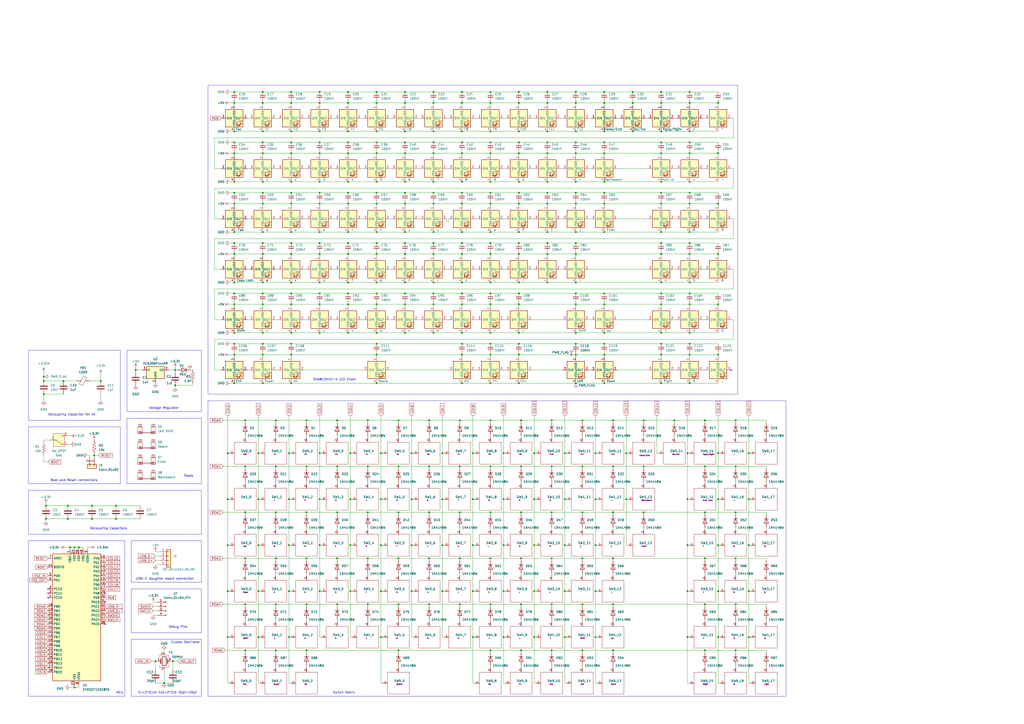
<source format=kicad_sch>
(kicad_sch (version 20230121) (generator eeschema)
  (paper "A2")
  (title_block (title "Kaiso92"))
  (junction (at 267.97 134.62))
  (junction (at 251.46 111.76))
  (junction (at 434.34 342.9))
  (junction (at 334.01 176.53))
  (junction (at 185.42 316.23))
  (junction (at 327.66 342.9))
  (junction (at 25.4 218.44))
  (junction (at 300.99 59.69))
  (junction (at 350.52 170.18))
  (junction (at 274.32 369.57))
  (junction (at 320.04 377.19))
  (junction (at 302.26 350.52))
  (junction (at 355.6 297.18))
  (junction (at 238.76 342.9))
  (junction (at 152.4 88.9))
  (junction (at 284.48 170.18))
  (junction (at 398.78 369.57))
  (junction (at 201.93 82.55))
  (junction (at 201.93 59.69))
  (junction (at 400.05 205.74))
  (junction (at 363.22 289.56))
  (junction (at 213.36 243.84))
  (junction (at 334.01 118.11))
  (junction (at 135.89 163.83))
  (junction (at 177.8 270.51))
  (junction (at 218.44 53.34))
  (junction (at 300.99 147.32))
  (junction (at 168.91 134.62))
  (junction (at 355.6 323.85))
  (junction (at 317.5 140.97))
  (junction (at 168.91 163.83))
  (junction (at 185.42 193.04))
  (junction (at 284.48 323.85))
  (junction (at 220.98 316.23))
  (junction (at 238.76 262.89))
  (junction (at 195.58 297.18))
  (junction (at 300.99 170.18))
  (junction (at 434.34 289.56))
  (junction (at 317.5 147.32))
  (junction (at 398.78 289.56))
  (junction (at 213.36 297.18))
  (junction (at 142.24 350.52))
  (junction (at 400.05 163.83))
  (junction (at 203.2 289.56))
  (junction (at 327.66 262.89))
  (junction (at 135.89 170.18))
  (junction (at 238.76 316.23))
  (junction (at 309.88 262.89))
  (junction (at 416.56 369.57))
  (junction (at 135.89 205.74))
  (junction (at 185.42 134.62))
  (junction (at 383.54 105.41))
  (junction (at 267.97 205.74))
  (junction (at 434.34 262.89))
  (junction (at 350.52 53.34))
  (junction (at 292.1 369.57))
  (junction (at 416.56 176.53))
  (junction (at 266.7 243.84))
  (junction (at 67.31 293.37))
  (junction (at 185.42 76.2))
  (junction (at 317.5 134.62))
  (junction (at 416.56 262.89))
  (junction (at 152.4 134.62))
  (junction (at 177.8 377.19))
  (junction (at 350.52 199.39))
  (junction (at 234.95 147.32))
  (junction (at 383.54 163.83))
  (junction (at 201.93 111.76))
  (junction (at 135.89 59.69))
  (junction (at 334.01 134.62))
  (junction (at 383.54 111.76))
  (junction (at 320.04 323.85))
  (junction (at 373.38 270.51))
  (junction (at 185.42 118.11))
  (junction (at 345.44 342.9))
  (junction (at 185.42 105.41))
  (junction (at 334.01 53.34))
  (junction (at 309.88 289.56))
  (junction (at 152.4 140.97))
  (junction (at 334.01 88.9))
  (junction (at 168.91 170.18))
  (junction (at 267.97 111.76))
  (junction (at 300.99 53.34))
  (junction (at 337.82 377.19))
  (junction (at 251.46 76.2))
  (junction (at 267.97 163.83))
  (junction (at 152.4 222.25))
  (junction (at 292.1 316.23))
  (junction (at 300.99 76.2))
  (junction (at 135.89 176.53))
  (junction (at 167.64 342.9))
  (junction (at 251.46 118.11))
  (junction (at 201.93 193.04))
  (junction (at 201.93 163.83))
  (junction (at 284.48 134.62))
  (junction (at 334.01 111.76))
  (junction (at 309.88 369.57))
  (junction (at 363.22 262.89))
  (junction (at 234.95 82.55))
  (junction (at 334.01 205.74))
  (junction (at 185.42 53.34))
  (junction (at 234.95 170.18))
  (junction (at 201.93 76.2))
  (junction (at 203.2 262.89))
  (junction (at 100.33 383.54))
  (junction (at 367.03 76.2))
  (junction (at 251.46 176.53))
  (junction (at 135.89 105.41))
  (junction (at 334.01 222.25))
  (junction (at 142.24 297.18))
  (junction (at 284.48 88.9))
  (junction (at 142.24 243.84))
  (junction (at 168.91 205.74))
  (junction (at 201.93 147.32))
  (junction (at 218.44 222.25))
  (junction (at 234.95 88.9))
  (junction (at 383.54 82.55))
  (junction (at 355.6 377.19))
  (junction (at 177.8 297.18))
  (junction (at 231.14 323.85))
  (junction (at 152.4 82.55))
  (junction (at 284.48 243.84))
  (junction (at 350.52 205.74))
  (junction (at 355.6 243.84))
  (junction (at 25.4 228.6))
  (junction (at 327.66 316.23))
  (junction (at 400.05 111.76))
  (junction (at 132.08 316.23))
  (junction (at 309.88 316.23))
  (junction (at 434.34 369.57))
  (junction (at 320.04 270.51))
  (junction (at 231.14 243.84))
  (junction (at 25.4 220.98))
  (junction (at 168.91 76.2))
  (junction (at 149.86 289.56))
  (junction (at 398.78 262.89))
  (junction (at 383.54 118.11))
  (junction (at 350.52 82.55))
  (junction (at 383.54 76.2))
  (junction (at 185.42 59.69))
  (junction (at 408.94 350.52))
  (junction (at 78.74 214.63))
  (junction (at 135.89 134.62))
  (junction (at 168.91 176.53))
  (junction (at 231.14 377.19))
  (junction (at 267.97 170.18))
  (junction (at 300.99 134.62))
  (junction (at 416.56 88.9))
  (junction (at 350.52 193.04))
  (junction (at 201.93 176.53))
  (junction (at 185.42 342.9))
  (junction (at 152.4 193.04))
  (junction (at 267.97 140.97))
  (junction (at 168.91 59.69))
  (junction (at 400.05 76.2))
  (junction (at 350.52 88.9))
  (junction (at 408.94 270.51))
  (junction (at 185.42 170.18))
  (junction (at 231.14 297.18))
  (junction (at 300.99 82.55))
  (junction (at 300.99 111.76))
  (junction (at 248.92 350.52))
  (junction (at 317.5 53.34))
  (junction (at 43.18 398.78))
  (junction (at 416.56 289.56))
  (junction (at 334.01 193.04))
  (junction (at 58.42 220.98))
  (junction (at 400.05 105.41))
  (junction (at 266.7 350.52))
  (junction (at 152.4 205.74))
  (junction (at 220.98 262.89))
  (junction (at 168.91 53.34))
  (junction (at 135.89 53.34))
  (junction (at 426.72 243.84))
  (junction (at 234.95 163.83))
  (junction (at 400.05 176.53))
  (junction (at 267.97 59.69))
  (junction (at 400.05 147.32))
  (junction (at 45.72 317.5))
  (junction (at 43.18 317.5))
  (junction (at 256.54 316.23))
  (junction (at 234.95 134.62))
  (junction (at 53.34 293.37))
  (junction (at 383.54 140.97))
  (junction (at 284.48 297.18))
  (junction (at 383.54 199.39))
  (junction (at 317.5 82.55))
  (junction (at 300.99 176.53))
  (junction (at 135.89 147.32))
  (junction (at 195.58 243.84))
  (junction (at 218.44 88.9))
  (junction (at 350.52 76.2))
  (junction (at 267.97 76.2))
  (junction (at 177.8 323.85))
  (junction (at 383.54 193.04))
  (junction (at 203.2 316.23))
  (junction (at 135.89 82.55))
  (junction (at 168.91 222.25))
  (junction (at 53.34 300.99))
  (junction (at 355.6 350.52))
  (junction (at 383.54 53.34))
  (junction (at 160.02 377.19))
  (junction (at 334.01 76.2))
  (junction (at 67.31 300.99))
  (junction (at 26.67 300.99))
  (junction (at 408.94 297.18))
  (junction (at 142.24 270.51))
  (junction (at 334.01 170.18))
  (junction (at 400.05 53.34))
  (junction (at 426.72 350.52))
  (junction (at 218.44 111.76))
  (junction (at 251.46 59.69))
  (junction (at 167.64 369.57))
  (junction (at 373.38 243.84))
  (junction (at 234.95 176.53))
  (junction (at 416.56 316.23))
  (junction (at 292.1 262.89))
  (junction (at 416.56 118.11))
  (junction (at 160.02 270.51))
  (junction (at 284.48 76.2))
  (junction (at 426.72 270.51))
  (junction (at 284.48 377.19))
  (junction (at 168.91 88.9))
  (junction (at 251.46 134.62))
  (junction (at 267.97 222.25))
  (junction (at 266.7 297.18))
  (junction (at 300.99 118.11))
  (junction (at 152.4 59.69))
  (junction (at 334.01 163.83))
  (junction (at 350.52 118.11))
  (junction (at 220.98 369.57))
  (junction (at 400.05 199.39))
  (junction (at 350.52 134.62))
  (junction (at 284.48 82.55))
  (junction (at 132.08 342.9))
  (junction (at 334.01 59.69))
  (junction (at 234.95 76.2))
  (junction (at 408.94 243.84))
  (junction (at 149.86 342.9))
  (junction (at 185.42 82.55))
  (junction (at 168.91 147.32))
  (junction (at 248.92 323.85))
  (junction (at 266.7 323.85))
  (junction (at 256.54 342.9))
  (junction (at 345.44 262.89))
  (junction (at 284.48 111.76))
  (junction (at 168.91 193.04))
  (junction (at 135.89 88.9))
  (junction (at 234.95 105.41))
  (junction (at 400.05 140.97))
  (junction (at 350.52 105.41))
  (junction (at 355.6 270.51))
  (junction (at 251.46 140.97))
  (junction (at 135.89 222.25))
  (junction (at 284.48 199.39))
  (junction (at 201.93 53.34))
  (junction (at 345.44 316.23))
  (junction (at 135.89 118.11))
  (junction (at 302.26 377.19))
  (junction (at 167.64 316.23))
  (junction (at 160.02 323.85))
  (junction (at 168.91 111.76))
  (junction (at 152.4 170.18))
  (junction (at 383.54 176.53))
  (junction (at 218.44 134.62))
  (junction (at 90.17 383.54))
  (junction (at 234.95 140.97))
  (junction (at 234.95 53.34))
  (junction (at 248.92 270.51))
  (junction (at 26.67 293.37))
  (junction (at 218.44 193.04))
  (junction (at 213.36 270.51))
  (junction (at 391.16 243.84))
  (junction (at 400.05 118.11))
  (junction (at 149.86 369.57))
  (junction (at 251.46 163.83))
  (junction (at 302.26 243.84))
  (junction (at 218.44 147.32))
  (junction (at 300.99 199.39))
  (junction (at 284.48 53.34))
  (junction (at 284.48 105.41))
  (junction (at 101.6 223.52))
  (junction (at 383.54 59.69))
  (junction (at 40.64 317.5))
  (junction (at 185.42 163.83))
  (junction (at 320.04 297.18))
  (junction (at 300.99 163.83))
  (junction (at 302.26 270.51))
  (junction (at 152.4 118.11))
  (junction (at 284.48 163.83))
  (junction (at 218.44 199.39))
  (junction (at 327.66 369.57))
  (junction (at 195.58 270.51))
  (junction (at 152.4 163.83))
  (junction (at 373.38 297.18))
  (junction (at 234.95 118.11))
  (junction (at 160.02 243.84))
  (junction (at 201.93 118.11))
  (junction (at 54.61 264.16))
  (junction (at 267.97 82.55))
  (junction (at 267.97 147.32))
  (junction (at 300.99 193.04))
  (junction (at 300.99 205.74))
  (junction (at 234.95 111.76))
  (junction (at 132.08 369.57))
  (junction (at 300.99 88.9))
  (junction (at 167.64 262.89))
  (junction (at 142.24 377.19))
  (junction (at 152.4 176.53))
  (junction (at 284.48 193.04))
  (junction (at 132.08 262.89))
  (junction (at 203.2 342.9))
  (junction (at 284.48 147.32))
  (junction (at 383.54 170.18))
  (junction (at 416.56 205.74))
  (junction (at 367.03 53.34))
  (junction (at 195.58 323.85))
  (junction (at 345.44 369.57))
  (junction (at 218.44 59.69))
  (junction (at 408.94 377.19))
  (junction (at 426.72 377.19))
  (junction (at 284.48 140.97))
  (junction (at 152.4 111.76))
  (junction (at 218.44 105.41))
  (junction (at 274.32 289.56))
  (junction (at 416.56 147.32))
  (junction (at 132.08 289.56))
  (junction (at 152.4 147.32))
  (junction (at 408.94 323.85))
  (junction (at 434.34 316.23))
  (junction (at 400.05 88.9))
  (junction (at 185.42 140.97))
  (junction (at 177.8 350.52))
  (junction (at 168.91 82.55))
  (junction (at 220.98 289.56))
  (junction (at 334.01 199.39))
  (junction (at 416.56 59.69))
  (junction (at 317.5 88.9))
  (junction (at 36.83 220.98))
  (junction (at 201.93 88.9))
  (junction (at 160.02 350.52))
  (junction (at 251.46 170.18))
  (junction (at 267.97 88.9))
  (junction (at 320.04 243.84))
  (junction (at 317.5 118.11))
  (junction (at 185.42 147.32))
  (junction (at 398.78 316.23))
  (junction (at 383.54 134.62))
  (junction (at 248.92 297.18))
  (junction (at 95.25 396.24))
  (junction (at 284.48 270.51))
  (junction (at 251.46 147.32))
  (junction (at 337.82 243.84))
  (junction (at 39.37 300.99))
  (junction (at 218.44 205.74))
  (junction (at 218.44 170.18))
  (junction (at 256.54 289.56))
  (junction (at 185.42 88.9))
  (junction (at 317.5 59.69))
  (junction (at 185.42 289.56))
  (junction (at 416.56 342.9))
  (junction (at 284.48 118.11))
  (junction (at 248.92 243.84))
  (junction (at 267.97 199.39))
  (junction (at 218.44 82.55))
  (junction (at 350.52 222.25))
  (junction (at 400.05 82.55))
  (junction (at 302.26 323.85))
  (junction (at 334.01 82.55))
  (junction (at 185.42 262.89))
  (junction (at 267.97 193.04))
  (junction (at 213.36 323.85))
  (junction (at 234.95 59.69))
  (junction (at 345.44 289.56))
  (junction (at 400.05 59.69))
  (junction (at 337.82 323.85))
  (junction (at 300.99 105.41))
  (junction (at 337.82 350.52))
  (junction (at 201.93 134.62))
  (junction (at 251.46 53.34))
  (junction (at 234.95 193.04))
  (junction (at 149.86 316.23))
  (junction (at 334.01 105.41))
  (junction (at 201.93 170.18))
  (junction (at 302.26 297.18))
  (junction (at 251.46 105.41))
  (junction (at 317.5 111.76))
  (junction (at 267.97 53.34))
  (junction (at 267.97 105.41))
  (junction (at 231.14 350.52))
  (junction (at 168.91 199.39))
  (junction (at 350.52 111.76))
  (junction (at 274.32 342.9))
  (junction (at 383.54 88.9))
  (junction (at 39.37 293.37))
  (junction (at 218.44 118.11))
  (junction (at 152.4 105.41))
  (junction (at 398.78 342.9))
  (junction (at 185.42 176.53))
  (junction (at 426.72 297.18))
  (junction (at 300.99 222.25))
  (junction (at 267.97 176.53))
  (junction (at 400.05 170.18))
  (junction (at 135.89 111.76))
  (junction (at 238.76 289.56))
  (junction (at 266.7 270.51))
  (junction (at 185.42 111.76))
  (junction (at 367.03 59.69))
  (junction (at 284.48 222.25))
  (junction (at 284.48 205.74))
  (junction (at 284.48 176.53))
  (junction (at 168.91 140.97))
  (junction (at 160.02 297.18))
  (junction (at 317.5 105.41))
  (junction (at 337.82 297.18))
  (junction (at 327.66 289.56))
  (junction (at 267.97 118.11))
  (junction (at 400.05 193.04))
  (junction (at 334.01 140.97))
  (junction (at 331.47 205.74))
  (junction (at 292.1 289.56))
  (junction (at 101.6 214.63))
  (junction (at 274.32 262.89))
  (junction (at 350.52 59.69))
  (junction (at 317.5 76.2))
  (junction (at 152.4 53.34))
  (junction (at 135.89 199.39))
  (junction (at 292.1 342.9))
  (junction (at 195.58 350.52))
  (junction (at 256.54 262.89))
  (junction (at 218.44 140.97))
  (junction (at 167.64 289.56))
  (junction (at 383.54 205.74))
  (junction (at 300.99 140.97))
  (junction (at 350.52 176.53))
  (junction (at 251.46 82.55))
  (junction (at 218.44 163.83))
  (junction (at 168.91 118.11))
  (junction (at 284.48 59.69))
  (junction (at 309.88 342.9))
  (junction (at 320.04 350.52))
  (junction (at 149.86 262.89))
  (junction (at 135.89 193.04))
  (junction (at 231.14 270.51))
  (junction (at 251.46 88.9))
  (junction (at 426.72 323.85))
  (junction (at 383.54 147.32))
  (junction (at 400.05 134.62))
  (junction (at 201.93 140.97))
  (junction (at 400.05 222.25))
  (junction (at 334.01 147.32))
  (junction (at 135.89 76.2))
  (junction (at 274.32 316.23))
  (junction (at 317.5 163.83))
  (junction (at 168.91 105.41))
  (junction (at 213.36 350.52))
  (junction (at 284.48 350.52))
  (junction (at 201.93 105.41))
  (junction (at 177.8 243.84))
  (junction (at 218.44 176.53))
  (junction (at 152.4 76.2))
  (junction (at 142.24 323.85))
  (junction (at 220.98 342.9))
  (junction (at 135.89 140.97))
  (junction (at 251.46 193.04))
  (junction (at 218.44 76.2))
  (junction (at 152.4 199.39))
  (junction (at 383.54 222.25))
  (junction (at 337.82 270.51))
  (no_connect (at 27.94 346.71))
  (no_connect (at 60.96 349.25))
  (no_connect (at 27.94 344.17))
  (no_connect (at 424.18 214.63))
  (no_connect (at 27.94 341.63))
  (no_connect (at 60.96 344.17))
  (no_connect (at 60.96 361.95))
  (wire (pts (xy 90.17 322.58) (xy 92.71 322.58)))
  (wire (pts (xy 234.95 163.83) (xy 251.46 163.83)))
  (wire (pts (xy 152.4 87.63) (xy 152.4 88.9)))
  (wire (pts (xy 129.54 297.18) (xy 142.24 297.18)))
  (wire (pts (xy 400.05 222.25) (xy 416.56 222.25)))
  (wire (pts (xy 195.58 350.52) (xy 213.36 350.52)))
  (wire (pts (xy 302.26 359.41) (xy 302.26 360.68)))
  (wire (pts (xy 334.01 199.39) (xy 350.52 199.39)))
  (wire (pts (xy 400.05 87.63) (xy 400.05 88.9)))
  (wire (pts (xy 90.17 327.66) (xy 92.71 327.66)))
  (wire (pts (xy 218.44 170.18) (xy 234.95 170.18)))
  (wire (pts (xy 168.91 204.47) (xy 168.91 205.74)))
  (wire (pts (xy 302.26 323.85) (xy 302.26 325.12)))
  (wire (pts (xy 267.97 163.83) (xy 284.48 163.83)))
  (wire (pts (xy 142.24 323.85) (xy 142.24 325.12)))
  (wire (pts (xy 331.47 205.74) (xy 334.01 205.74)))
  (wire (pts (xy 345.44 342.9) (xy 346.71 342.9)))
  (wire (pts (xy 168.91 140.97) (xy 185.42 140.97)))
  (wire (pts (xy 355.6 270.51) (xy 355.6 271.78)))
  (wire (pts (xy 128.27 156.21) (xy 124.46 156.21)))
  (wire (pts (xy 133.35 170.18) (xy 135.89 170.18)))
  (wire (pts (xy 317.5 118.11) (xy 317.5 119.38)))
  (wire (pts (xy 251.46 118.11) (xy 251.46 119.38)))
  (wire (pts (xy 231.14 377.19) (xy 231.14 378.46)))
  (wire (pts (xy 267.97 58.42) (xy 267.97 59.69)))
  (wire (pts (xy 426.72 297.18) (xy 444.5 297.18)))
  (wire (pts (xy 201.93 176.53) (xy 218.44 176.53)))
  (wire (pts (xy 302.26 306.07) (xy 302.26 307.34)))
  (wire (pts (xy 87.63 383.54) (xy 90.17 383.54)))
  (wire (pts (xy 111.76 223.52) (xy 101.6 223.52)))
  (wire (pts (xy 334.01 175.26) (xy 334.01 176.53)))
  (wire (pts (xy 350.52 76.2) (xy 367.03 76.2)))
  (wire (pts (xy 363.22 316.23) (xy 364.49 316.23)))
  (wire (pts (xy 195.58 297.18) (xy 213.36 297.18)))
  (wire (pts (xy 142.24 377.19) (xy 142.24 378.46)))
  (wire (pts (xy 133.35 147.32) (xy 135.89 147.32)))
  (wire (pts (xy 101.6 214.63) (xy 101.6 215.9)))
  (wire (pts (xy 220.98 316.23) (xy 220.98 342.9)))
  (wire (pts (xy 408.94 377.19) (xy 426.72 377.19)))
  (wire (pts (xy 383.54 88.9) (xy 400.05 88.9)))
  (wire (pts (xy 152.4 147.32) (xy 152.4 148.59)))
  (wire (pts (xy 284.48 147.32) (xy 284.48 148.59)))
  (wire (pts (xy 400.05 140.97) (xy 416.56 140.97)))
  (wire (pts (xy 337.82 386.08) (xy 337.82 387.35)))
  (wire (pts (xy 267.97 193.04) (xy 284.48 193.04)))
  (wire (pts (xy 168.91 118.11) (xy 185.42 118.11)))
  (wire (pts (xy 391.16 68.58) (xy 392.43 68.58)))
  (wire (pts (xy 416.56 369.57) (xy 416.56 396.24)))
  (wire (pts (xy 218.44 204.47) (xy 218.44 205.74)))
  (wire (pts (xy 209.55 156.21) (xy 210.82 156.21)))
  (wire (pts (xy 416.56 87.63) (xy 416.56 88.9)))
  (wire (pts (xy 133.35 59.69) (xy 135.89 59.69)))
  (wire (pts (xy 201.93 163.83) (xy 218.44 163.83)))
  (wire (pts (xy 308.61 127) (xy 309.88 127)))
  (wire (pts (xy 133.35 76.2) (xy 135.89 76.2)))
  (wire (pts (xy 274.32 262.89) (xy 274.32 289.56)))
  (wire (pts (xy 50.8 318.77) (xy 50.8 317.5)))
  (wire (pts (xy 416.56 205.74) (xy 416.56 207.01)))
  (wire (pts (xy 383.54 59.69) (xy 400.05 59.69)))
  (wire (pts (xy 408.94 332.74) (xy 408.94 334.01)))
  (wire (pts (xy 408.94 306.07) (xy 408.94 307.34)))
  (wire (pts (xy 213.36 243.84) (xy 231.14 243.84)))
  (wire (pts (xy 284.48 323.85) (xy 302.26 323.85)))
  (wire (pts (xy 132.08 342.9) (xy 133.35 342.9)))
  (wire (pts (xy 53.34 293.37) (xy 67.31 293.37)))
  (wire (pts (xy 238.76 342.9) (xy 238.76 369.57)))
  (wire (pts (xy 193.04 68.58) (xy 194.31 68.58)))
  (wire (pts (xy 426.72 270.51) (xy 444.5 270.51)))
  (wire (pts (xy 284.48 147.32) (xy 300.99 147.32)))
  (wire (pts (xy 355.6 297.18) (xy 373.38 297.18)))
  (wire (pts (xy 400.05 82.55) (xy 416.56 82.55)))
  (wire (pts (xy 350.52 58.42) (xy 350.52 59.69)))
  (wire (pts (xy 383.54 105.41) (xy 400.05 105.41)))
  (wire (pts (xy 292.1 127) (xy 293.37 127)))
  (wire (pts (xy 168.91 116.84) (xy 168.91 118.11)))
  (wire (pts (xy 425.45 167.64) (xy 124.46 167.64)))
  (wire (pts (xy 334.01 204.47) (xy 334.01 205.74)))
  (wire (pts (xy 143.51 185.42) (xy 144.78 185.42)))
  (wire (pts (xy 373.38 243.84) (xy 391.16 243.84)))
  (wire (pts (xy 300.99 140.97) (xy 317.5 140.97)))
  (wire (pts (xy 168.91 111.76) (xy 185.42 111.76)))
  (wire (pts (xy 284.48 118.11) (xy 300.99 118.11)))
  (wire (pts (xy 400.05 53.34) (xy 416.56 53.34)))
  (wire (pts (xy 300.99 116.84) (xy 300.99 118.11)))
  (wire (pts (xy 383.54 205.74) (xy 383.54 207.01)))
  (wire (pts (xy 248.92 323.85) (xy 266.7 323.85)))
  (wire (pts (xy 309.88 262.89) (xy 311.15 262.89)))
  (wire (pts (xy 251.46 88.9) (xy 267.97 88.9)))
  (wire (pts (xy 327.66 241.3) (xy 327.66 262.89)))
  (wire (pts (xy 317.5 53.34) (xy 334.01 53.34)))
  (wire (pts (xy 168.91 134.62) (xy 185.42 134.62)))
  (wire (pts (xy 133.35 118.11) (xy 135.89 118.11)))
  (wire (pts (xy 218.44 59.69) (xy 218.44 60.96)))
  (wire (pts (xy 383.54 118.11) (xy 383.54 119.38)))
  (wire (pts (xy 274.32 316.23) (xy 274.32 342.9)))
  (wire (pts (xy 408.94 350.52) (xy 408.94 351.79)))
  (wire (pts (xy 135.89 76.2) (xy 152.4 76.2)))
  (wire (pts (xy 135.89 118.11) (xy 135.89 119.38)))
  (wire (pts (xy 203.2 342.9) (xy 204.47 342.9)))
  (wire (pts (xy 142.24 270.51) (xy 160.02 270.51)))
  (wire (pts (xy 320.04 332.74) (xy 320.04 334.01)))
  (wire (pts (xy 337.82 270.51) (xy 355.6 270.51)))
  (wire (pts (xy 284.48 279.4) (xy 284.48 280.67)))
  (wire (pts (xy 284.48 88.9) (xy 284.48 90.17)))
  (wire (pts (xy 337.82 297.18) (xy 337.82 298.45)))
  (wire (pts (xy 251.46 59.69) (xy 251.46 60.96)))
  (wire (pts (xy 185.42 118.11) (xy 185.42 119.38)))
  (wire (pts (xy 275.59 68.58) (xy 276.86 68.58)))
  (wire (pts (xy 168.91 222.25) (xy 218.44 222.25)))
  (wire (pts (xy 300.99 146.05) (xy 300.99 147.32)))
  (wire (pts (xy 39.37 300.99) (xy 53.34 300.99)))
  (wire (pts (xy 300.99 58.42) (xy 300.99 59.69)))
  (wire (pts (xy 426.72 323.85) (xy 426.72 325.12)))
  (wire (pts (xy 284.48 53.34) (xy 300.99 53.34)))
  (wire (pts (xy 350.52 205.74) (xy 350.52 207.01)))
  (wire (pts (xy 129.54 323.85) (xy 142.24 323.85)))
  (wire (pts (xy 209.55 185.42) (xy 210.82 185.42)))
  (wire (pts (xy 218.44 76.2) (xy 234.95 76.2)))
  (wire (pts (xy 300.99 176.53) (xy 334.01 176.53)))
  (wire (pts (xy 309.88 342.9) (xy 309.88 369.57)))
  (wire (pts (xy 201.93 146.05) (xy 201.93 147.32)))
  (wire (pts (xy 135.89 170.18) (xy 152.4 170.18)))
  (wire (pts (xy 256.54 316.23) (xy 257.81 316.23)))
  (wire (pts (xy 149.86 241.3) (xy 149.86 262.89)))
  (wire (pts (xy 135.89 147.32) (xy 152.4 147.32)))
  (wire (pts (xy 218.44 176.53) (xy 218.44 177.8)))
  (wire (pts (xy 218.44 134.62) (xy 234.95 134.62)))
  (wire (pts (xy 213.36 252.73) (xy 213.36 254)))
  (wire (pts (xy 292.1 185.42) (xy 293.37 185.42)))
  (wire (pts (xy 132.08 396.24) (xy 133.35 396.24)))
  (wire (pts (xy 267.97 175.26) (xy 267.97 176.53)))
  (wire (pts (xy 355.6 350.52) (xy 408.94 350.52)))
  (wire (pts (xy 274.32 342.9) (xy 275.59 342.9)))
  (wire (pts (xy 425.45 185.42) (xy 424.18 185.42)))
  (wire (pts (xy 97.79 214.63) (xy 101.6 214.63)))
  (wire (pts (xy 218.44 118.11) (xy 218.44 119.38)))
  (wire (pts (xy 416.56 116.84) (xy 416.56 118.11)))
  (wire (pts (xy 201.93 134.62) (xy 218.44 134.62)))
  (wire (pts (xy 416.56 88.9) (xy 416.56 90.17)))
  (wire (pts (xy 231.14 252.73) (xy 231.14 254)))
  (wire (pts (xy 39.37 293.37) (xy 53.34 293.37)))
  (wire (pts (xy 132.08 262.89) (xy 133.35 262.89)))
  (wire (pts (xy 434.34 342.9) (xy 435.61 342.9)))
  (wire (pts (xy 195.58 359.41) (xy 195.58 360.68)))
  (wire (pts (xy 167.64 342.9) (xy 167.64 369.57)))
  (wire (pts (xy 149.86 289.56) (xy 151.13 289.56)))
  (wire (pts (xy 213.36 297.18) (xy 231.14 297.18)))
  (wire (pts (xy 128.27 97.79) (xy 124.46 97.79)))
  (wire (pts (xy 185.42 116.84) (xy 185.42 118.11)))
  (wire (pts (xy 88.9 349.25) (xy 91.44 349.25)))
  (wire (pts (xy 407.67 97.79) (xy 408.94 97.79)))
  (wire (pts (xy 300.99 118.11) (xy 300.99 119.38)))
  (wire (pts (xy 334.01 147.32) (xy 383.54 147.32)))
  (wire (pts (xy 256.54 262.89) (xy 257.81 262.89)))
  (wire (pts (xy 185.42 87.63) (xy 185.42 88.9)))
  (wire (pts (xy 26.67 300.99) (xy 39.37 300.99)))
  (wire (pts (xy 177.8 270.51) (xy 177.8 271.78)))
  (wire (pts (xy 317.5 116.84) (xy 317.5 118.11)))
  (wire (pts (xy 383.54 176.53) (xy 383.54 177.8)))
  (wire (pts (xy 383.54 163.83) (xy 400.05 163.83)))
  (wire (pts (xy 132.08 316.23) (xy 133.35 316.23)))
  (wire (pts (xy 426.72 350.52) (xy 426.72 351.79)))
  (wire (pts (xy 383.54 53.34) (xy 400.05 53.34)))
  (wire (pts (xy 167.64 369.57) (xy 167.64 396.24)))
  (wire (pts (xy 160.02 386.08) (xy 160.02 387.35)))
  (wire (pts (xy 231.14 279.4) (xy 231.14 280.67)))
  (wire (pts (xy 234.95 176.53) (xy 234.95 177.8)))
  (wire (pts (xy 426.72 377.19) (xy 426.72 378.46)))
  (wire (pts (xy 218.44 193.04) (xy 234.95 193.04)))
  (wire (pts (xy 358.14 127) (xy 375.92 127)))
  (wire (pts (xy 160.02 97.79) (xy 161.29 97.79)))
  (wire (pts (xy 320.04 243.84) (xy 337.82 243.84)))
  (wire (pts (xy 231.14 323.85) (xy 231.14 325.12)))
  (wire (pts (xy 416.56 342.9) (xy 417.83 342.9)))
  (wire (pts (xy 266.7 243.84) (xy 266.7 245.11)))
  (wire (pts (xy 25.4 228.6) (xy 36.83 228.6)))
  (wire (pts (xy 234.95 59.69) (xy 251.46 59.69)))
  (wire (pts (xy 383.54 193.04) (xy 400.05 193.04)))
  (wire (pts (xy 350.52 175.26) (xy 350.52 176.53)))
  (wire (pts (xy 367.03 59.69) (xy 367.03 60.96)))
  (wire (pts (xy 317.5 147.32) (xy 334.01 147.32)))
  (wire (pts (xy 185.42 175.26) (xy 185.42 176.53)))
  (wire (pts (xy 407.67 127) (xy 408.94 127)))
  (wire (pts (xy 142.24 270.51) (xy 142.24 271.78)))
  (wire (pts (xy 149.86 369.57) (xy 149.86 396.24)))
  (wire (pts (xy 292.1 262.89) (xy 293.37 262.89)))
  (wire (pts (xy 193.04 185.42) (xy 194.31 185.42)))
  (wire (pts (xy 256.54 342.9) (xy 256.54 369.57)))
  (wire (pts (xy 300.99 193.04) (xy 334.01 193.04)))
  (wire (pts (xy 300.99 59.69) (xy 300.99 60.96)))
  (wire (pts (xy 185.42 82.55) (xy 201.93 82.55)))
  (wire (pts (xy 416.56 262.89) (xy 417.83 262.89)))
  (wire (pts (xy 317.5 105.41) (xy 334.01 105.41)))
  (wire (pts (xy 135.89 58.42) (xy 135.89 59.69)))
  (wire (pts (xy 213.36 270.51) (xy 213.36 271.78)))
  (wire (pts (xy 408.94 359.41) (xy 408.94 360.68)))
  (wire (pts (xy 256.54 289.56) (xy 257.81 289.56)))
  (wire (pts (xy 135.89 147.32) (xy 135.89 148.59)))
  (wire (pts (xy 152.4 146.05) (xy 152.4 147.32)))
  (wire (pts (xy 416.56 58.42) (xy 416.56 59.69)))
  (wire (pts (xy 25.4 218.44) (xy 25.4 220.98)))
  (wire (pts (xy 350.52 118.11) (xy 383.54 118.11)))
  (wire (pts (xy 242.57 127) (xy 243.84 127)))
  (wire (pts (xy 234.95 53.34) (xy 251.46 53.34)))
  (wire (pts (xy 160.02 350.52) (xy 177.8 350.52)))
  (wire (pts (xy 267.97 118.11) (xy 267.97 119.38)))
  (wire (pts (xy 350.52 205.74) (xy 383.54 205.74)))
  (wire (pts (xy 444.5 243.84) (xy 444.5 245.11)))
  (wire (pts (xy 350.52 88.9) (xy 350.52 90.17)))
  (wire (pts (xy 383.54 58.42) (xy 383.54 59.69)))
  (wire (pts (xy 160.02 270.51) (xy 177.8 270.51)))
  (wire (pts (xy 43.18 397.51) (xy 43.18 398.78)))
  (wire (pts (xy 300.99 87.63) (xy 300.99 88.9)))
  (wire (pts (xy 100.33 383.54) (xy 102.87 383.54)))
  (wire (pts (xy 300.99 170.18) (xy 334.01 170.18)))
  (wire (pts (xy 160.02 279.4) (xy 160.02 280.67)))
  (wire (pts (xy 426.72 386.08) (xy 426.72 387.35)))
  (wire (pts (xy 398.78 241.3) (xy 398.78 262.89)))
  (wire (pts (xy 185.42 105.41) (xy 201.93 105.41)))
  (wire (pts (xy 302.26 243.84) (xy 320.04 243.84)))
  (wire (pts (xy 43.18 317.5) (xy 43.18 318.77)))
  (wire (pts (xy 317.5 146.05) (xy 317.5 147.32)))
  (wire (pts (xy 152.4 199.39) (xy 168.91 199.39)))
  (wire (pts (xy 400.05 134.62) (xy 416.56 134.62)))
  (wire (pts (xy 238.76 316.23) (xy 240.03 316.23)))
  (wire (pts (xy 325.12 97.79) (xy 326.39 97.79)))
  (wire (pts (xy 101.6 214.63) (xy 102.87 214.63)))
  (wire (pts (xy 416.56 146.05) (xy 416.56 147.32)))
  (wire (pts (xy 143.51 156.21) (xy 144.78 156.21)))
  (wire (pts (xy 327.66 342.9) (xy 327.66 369.57)))
  (wire (pts (xy 133.35 163.83) (xy 135.89 163.83)))
  (wire (pts (xy 426.72 279.4) (xy 426.72 280.67)))
  (wire (pts (xy 135.89 176.53) (xy 152.4 176.53)))
  (wire (pts (xy 256.54 262.89) (xy 256.54 289.56)))
  (wire (pts (xy 152.4 176.53) (xy 152.4 177.8)))
  (wire (pts (xy 251.46 76.2) (xy 267.97 76.2)))
  (wire (pts (xy 185.42 118.11) (xy 201.93 118.11)))
  (wire (pts (xy 398.78 316.23) (xy 398.78 342.9)))
  (wire (pts (xy 90.17 383.54) (xy 90.17 388.62)))
  (wire (pts (xy 220.98 241.3) (xy 220.98 262.89)))
  (wire (pts (xy 426.72 350.52) (xy 444.5 350.52)))
  (wire (pts (xy 317.5 88.9) (xy 317.5 90.17)))
  (wire (pts (xy 185.42 241.3) (xy 185.42 262.89)))
  (wire (pts (xy 355.6 350.52) (xy 355.6 351.79)))
  (wire (pts (xy 434.34 369.57) (xy 434.34 396.24)))
  (wire (pts (xy 231.14 350.52) (xy 248.92 350.52)))
  (wire (pts (xy 341.63 97.79) (xy 342.9 97.79)))
  (wire (pts (xy 185.42 147.32) (xy 185.42 148.59)))
  (wire (pts (xy 334.01 88.9) (xy 334.01 90.17)))
  (wire (pts (xy 213.36 350.52) (xy 213.36 351.79)))
  (wire (pts (xy 317.5 163.83) (xy 334.01 163.83)))
  (wire (pts (xy 267.97 88.9) (xy 267.97 90.17)))
  (wire (pts (xy 234.95 140.97) (xy 251.46 140.97)))
  (wire (pts (xy 160.02 156.21) (xy 161.29 156.21)))
  (wire (pts (xy 337.82 350.52) (xy 355.6 350.52)))
  (wire (pts (xy 185.42 146.05) (xy 185.42 147.32)))
  (wire (pts (xy 218.44 105.41) (xy 234.95 105.41)))
  (wire (pts (xy 167.64 316.23) (xy 167.64 342.9)))
  (wire (pts (xy 132.08 342.9) (xy 132.08 369.57)))
  (wire (pts (xy 132.08 289.56) (xy 132.08 316.23)))
  (wire (pts (xy 391.16 127) (xy 392.43 127)))
  (wire (pts (xy 95.25 396.24) (xy 90.17 396.24)))
  (wire (pts (xy 256.54 289.56) (xy 256.54 316.23)))
  (wire (pts (xy 284.48 163.83) (xy 300.99 163.83)))
  (wire (pts (xy 251.46 146.05) (xy 251.46 147.32)))
  (wire (pts (xy 142.24 306.07) (xy 142.24 307.34)))
  (wire (pts (xy 26.67 300.99) (xy 26.67 302.26)))
  (wire (pts (xy 152.4 53.34) (xy 168.91 53.34)))
  (wire (pts (xy 176.53 185.42) (xy 177.8 185.42)))
  (wire (pts (xy 201.93 193.04) (xy 218.44 193.04)))
  (wire (pts (xy 220.98 289.56) (xy 222.25 289.56)))
  (wire (pts (xy 218.44 87.63) (xy 218.44 88.9)))
  (wire (pts (xy 218.44 147.32) (xy 218.44 148.59)))
  (wire (pts (xy 408.94 297.18) (xy 426.72 297.18)))
  (wire (pts (xy 267.97 140.97) (xy 284.48 140.97)))
  (wire (pts (xy 152.4 116.84) (xy 152.4 118.11)))
  (wire (pts (xy 101.6 213.36) (xy 101.6 214.63)))
  (wire (pts (xy 218.44 222.25) (xy 267.97 222.25)))
  (wire (pts (xy 201.93 59.69) (xy 201.93 60.96)))
  (wire (pts (xy 160.02 323.85) (xy 160.02 325.12)))
  (wire (pts (xy 234.95 88.9) (xy 251.46 88.9)))
  (wire (pts (xy 251.46 176.53) (xy 267.97 176.53)))
  (wire (pts (xy 152.4 111.76) (xy 168.91 111.76)))
  (wire (pts (xy 424.18 97.79) (xy 425.45 97.79)))
  (wire (pts (xy 152.4 134.62) (xy 168.91 134.62)))
  (wire (pts (xy 373.38 306.07) (xy 373.38 307.34)))
  (wire (pts (xy 195.58 323.85) (xy 195.58 325.12)))
  (wire (pts (xy 152.4 170.18) (xy 168.91 170.18)))
  (wire (pts (xy 317.5 111.76) (xy 334.01 111.76)))
  (wire (pts (xy 135.89 175.26) (xy 135.89 176.53)))
  (wire (pts (xy 284.48 205.74) (xy 300.99 205.74)))
  (wire (pts (xy 248.92 243.84) (xy 248.92 245.11)))
  (wire (pts (xy 266.7 270.51) (xy 284.48 270.51)))
  (wire (pts (xy 248.92 323.85) (xy 248.92 325.12)))
  (wire (pts (xy 373.38 270.51) (xy 408.94 270.51)))
  (wire (pts (xy 177.8 359.41) (xy 177.8 360.68)))
  (wire (pts (xy 67.31 300.99) (xy 81.28 300.99)))
  (wire (pts (xy 337.82 306.07) (xy 337.82 307.34)))
  (wire (pts (xy 177.8 350.52) (xy 177.8 351.79)))
  (wire (pts (xy 185.42 262.89) (xy 185.42 289.56)))
  (wire (pts (xy 152.4 205.74) (xy 168.91 205.74)))
  (wire (pts (xy 267.97 199.39) (xy 284.48 199.39)))
  (wire (pts (xy 398.78 369.57) (xy 400.05 369.57)))
  (wire (pts (xy 434.34 262.89) (xy 435.61 262.89)))
  (wire (pts (xy 355.6 332.74) (xy 355.6 334.01)))
  (wire (pts (xy 334.01 82.55) (xy 350.52 82.55)))
  (wire (pts (xy 284.48 306.07) (xy 284.48 307.34)))
  (wire (pts (xy 320.04 306.07) (xy 320.04 307.34)))
  (wire (pts (xy 133.35 140.97) (xy 135.89 140.97)))
  (wire (pts (xy 259.08 128.27) (xy 259.08 127)))
  (wire (pts (xy 168.91 105.41) (xy 185.42 105.41)))
  (wire (pts (xy 201.93 118.11) (xy 218.44 118.11)))
  (wire (pts (xy 267.97 134.62) (xy 284.48 134.62)))
  (wire (pts (xy 302.26 279.4) (xy 302.26 280.67)))
  (wire (pts (xy 133.35 111.76) (xy 135.89 111.76)))
  (wire (pts (xy 317.5 118.11) (xy 334.01 118.11)))
  (wire (pts (xy 142.24 377.19) (xy 160.02 377.19)))
  (wire (pts (xy 160.02 359.41) (xy 160.02 360.68)))
  (wire (pts (xy 234.95 59.69) (xy 234.95 60.96)))
  (wire (pts (xy 444.5 386.08) (xy 444.5 387.35)))
  (wire (pts (xy 168.91 170.18) (xy 185.42 170.18)))
  (wire (pts (xy 308.61 68.58) (xy 309.88 68.58)))
  (wire (pts (xy 142.24 297.18) (xy 160.02 297.18)))
  (wire (pts (xy 367.03 53.34) (xy 383.54 53.34)))
  (wire (pts (xy 266.7 323.85) (xy 266.7 325.12)))
  (wire (pts (xy 284.48 243.84) (xy 284.48 245.11)))
  (wire (pts (xy 426.72 377.19) (xy 444.5 377.19)))
  (wire (pts (xy 284.48 297.18) (xy 284.48 298.45)))
  (wire (pts (xy 135.89 163.83) (xy 152.4 163.83)))
  (wire (pts (xy 284.48 297.18) (xy 302.26 297.18)))
  (wire (pts (xy 317.5 82.55) (xy 334.01 82.55)))
  (wire (pts (xy 381 262.89) (xy 382.27 262.89)))
  (wire (pts (xy 213.36 297.18) (xy 213.36 298.45)))
  (wire (pts (xy 416.56 204.47) (xy 416.56 205.74)))
  (wire (pts (xy 231.14 270.51) (xy 231.14 271.78)))
  (wire (pts (xy 327.66 289.56) (xy 328.93 289.56)))
  (wire (pts (xy 226.06 68.58) (xy 227.33 68.58)))
  (wire (pts (xy 251.46 82.55) (xy 267.97 82.55)))
  (wire (pts (xy 209.55 68.58) (xy 210.82 68.58)))
  (wire (pts (xy 309.88 369.57) (xy 311.15 369.57)))
  (wire (pts (xy 325.12 127) (xy 326.39 127)))
  (wire (pts (xy 177.8 350.52) (xy 195.58 350.52)))
  (wire (pts (xy 218.44 116.84) (xy 218.44 118.11)))
  (wire (pts (xy 317.5 59.69) (xy 317.5 60.96)))
  (wire (pts (xy 231.14 297.18) (xy 231.14 298.45)))
  (wire (pts (xy 350.52 134.62) (xy 383.54 134.62)))
  (wire (pts (xy 391.16 185.42) (xy 392.43 185.42)))
  (wire (pts (xy 248.92 243.84) (xy 266.7 243.84)))
  (wire (pts (xy 302.26 297.18) (xy 302.26 298.45)))
  (wire (pts (xy 231.14 332.74) (xy 231.14 334.01)))
  (wire (pts (xy 345.44 316.23) (xy 346.71 316.23)))
  (wire (pts (xy 292.1 68.58) (xy 293.37 68.58)))
  (wire (pts (xy 327.66 369.57) (xy 327.66 396.24)))
  (wire (pts (xy 383.54 176.53) (xy 400.05 176.53)))
  (wire (pts (xy 341.63 185.42) (xy 342.9 185.42)))
  (wire (pts (xy 383.54 205.74) (xy 400.05 205.74)))
  (wire (pts (xy 195.58 243.84) (xy 213.36 243.84)))
  (wire (pts (xy 355.6 323.85) (xy 355.6 325.12)))
  (wire (pts (xy 185.42 176.53) (xy 201.93 176.53)))
  (wire (pts (xy 152.4 176.53) (xy 168.91 176.53)))
  (wire (pts (xy 350.52 204.47) (xy 350.52 205.74)))
  (wire (pts (xy 195.58 270.51) (xy 195.58 271.78)))
  (wire (pts (xy 256.54 241.3) (xy 256.54 262.89)))
  (wire (pts (xy 234.95 58.42) (xy 234.95 59.69)))
  (wire (pts (xy 168.91 59.69) (xy 185.42 59.69)))
  (wire (pts (xy 334.01 163.83) (xy 383.54 163.83)))
  (wire (pts (xy 274.32 396.24) (xy 275.59 396.24)))
  (wire (pts (xy 176.53 214.63) (xy 210.82 214.63)))
  (wire (pts (xy 398.78 262.89) (xy 398.78 289.56)))
  (wire (pts (xy 185.42 369.57) (xy 186.69 369.57)))
  (wire (pts (xy 124.46 214.63) (xy 124.46 196.85)))
  (wire (pts (xy 168.91 176.53) (xy 168.91 177.8)))
  (wire (pts (xy 400.05 59.69) (xy 416.56 59.69)))
  (wire (pts (xy 152.4 82.55) (xy 168.91 82.55)))
  (wire (pts (xy 185.42 58.42) (xy 185.42 59.69)))
  (wire (pts (xy 135.89 146.05) (xy 135.89 147.32)))
  (wire (pts (xy 350.52 170.18) (xy 383.54 170.18)))
  (wire (pts (xy 416.56 59.69) (xy 416.56 60.96)))
  (wire (pts (xy 160.02 377.19) (xy 177.8 377.19)))
  (wire (pts (xy 135.89 88.9) (xy 152.4 88.9)))
  (wire (pts (xy 152.4 88.9) (xy 168.91 88.9)))
  (wire (pts (xy 185.42 163.83) (xy 201.93 163.83)))
  (wire (pts (xy 234.95 116.84) (xy 234.95 118.11)))
  (wire (pts (xy 284.48 59.69) (xy 300.99 59.69)))
  (wire (pts (xy 400.05 59.69) (xy 400.05 60.96)))
  (wire (pts (xy 25.4 256.54) (xy 25.4 255.27)))
  (wire (pts (xy 302.26 386.08) (xy 302.26 387.35)))
  (wire (pts (xy 383.54 147.32) (xy 383.54 148.59)))
  (wire (pts (xy 284.48 118.11) (xy 284.48 119.38)))
  (wire (pts (xy 292.1 156.21) (xy 293.37 156.21)))
  (wire (pts (xy 185.42 342.9) (xy 185.42 369.57)))
  (wire (pts (xy 135.89 59.69) (xy 135.89 60.96)))
  (wire (pts (xy 160.02 350.52) (xy 160.02 351.79)))
  (wire (pts (xy 267.97 59.69) (xy 284.48 59.69)))
  (wire (pts (xy 54.61 264.16) (xy 54.61 265.43)))
  (wire (pts (xy 129.54 270.51) (xy 142.24 270.51)))
  (wire (pts (xy 167.64 396.24) (xy 168.91 396.24)))
  (wire (pts (xy 213.36 279.4) (xy 213.36 280.67)))
  (wire (pts (xy 320.04 252.73) (xy 320.04 254)))
  (wire (pts (xy 25.4 220.98) (xy 36.83 220.98)))
  (wire (pts (xy 168.91 147.32) (xy 168.91 148.59)))
  (wire (pts (xy 284.48 350.52) (xy 302.26 350.52)))
  (wire (pts (xy 248.92 297.18) (xy 266.7 297.18)))
  (wire (pts (xy 292.1 396.24) (xy 293.37 396.24)))
  (wire (pts (xy 408.94 252.73) (xy 408.94 254)))
  (wire (pts (xy 398.78 396.24) (xy 400.05 396.24)))
  (wire (pts (xy 218.44 147.32) (xy 234.95 147.32)))
  (wire (pts (xy 267.97 118.11) (xy 284.48 118.11)))
  (wire (pts (xy 300.99 111.76) (xy 317.5 111.76)))
  (wire (pts (xy 234.95 88.9) (xy 234.95 90.17)))
  (wire (pts (xy 135.89 111.76) (xy 152.4 111.76)))
  (wire (pts (xy 408.94 350.52) (xy 426.72 350.52)))
  (wire (pts (xy 383.54 146.05) (xy 383.54 147.32)))
  (wire (pts (xy 226.06 127) (xy 227.33 127)))
  (wire (pts (xy 400.05 175.26) (xy 400.05 176.53)))
  (wire (pts (xy 226.06 185.42) (xy 227.33 185.42)))
  (wire (pts (xy 398.78 369.57) (xy 398.78 396.24)))
  (wire (pts (xy 251.46 134.62) (xy 267.97 134.62)))
  (wire (pts (xy 292.1 316.23) (xy 293.37 316.23)))
  (wire (pts (xy 149.86 396.24) (xy 151.13 396.24)))
  (wire (pts (xy 300.99 147.32) (xy 300.99 148.59)))
  (wire (pts (xy 88.9 354.33) (xy 91.44 354.33)))
  (wire (pts (xy 345.44 369.57) (xy 345.44 396.24)))
  (wire (pts (xy 383.54 82.55) (xy 400.05 82.55)))
  (wire (pts (xy 274.32 369.57) (xy 274.32 396.24)))
  (wire (pts (xy 185.42 147.32) (xy 201.93 147.32)))
  (wire (pts (xy 152.4 140.97) (xy 168.91 140.97)))
  (wire (pts (xy 337.82 297.18) (xy 355.6 297.18)))
  (wire (pts (xy 355.6 243.84) (xy 355.6 245.11)))
  (wire (pts (xy 398.78 342.9) (xy 400.05 342.9)))
  (wire (pts (xy 100.33 383.54) (xy 100.33 388.62)))
  (wire (pts (xy 213.36 359.41) (xy 213.36 360.68)))
  (wire (pts (xy 302.26 323.85) (xy 320.04 323.85)))
  (wire (pts (xy 284.48 199.39) (xy 300.99 199.39)))
  (wire (pts (xy 350.52 59.69) (xy 367.03 59.69)))
  (wire (pts (xy 400.05 58.42) (xy 400.05 59.69)))
  (wire (pts (xy 201.93 140.97) (xy 218.44 140.97)))
  (wire (pts (xy 408.94 243.84) (xy 426.72 243.84)))
  (wire (pts (xy 203.2 262.89) (xy 203.2 289.56)))
  (wire (pts (xy 25.4 228.6) (xy 25.4 232.41)))
  (wire (pts (xy 152.4 222.25) (xy 168.91 222.25)))
  (wire (pts (xy 251.46 58.42) (xy 251.46 59.69)))
  (wire (pts (xy 193.04 97.79) (xy 194.31 97.79)))
  (wire (pts (xy 350.52 193.04) (xy 383.54 193.04)))
  (wire (pts (xy 363.22 262.89) (xy 363.22 289.56)))
  (wire (pts (xy 195.58 332.74) (xy 195.58 334.01)))
  (wire (pts (xy 309.88 396.24) (xy 311.15 396.24)))
  (wire (pts (xy 201.93 105.41) (xy 218.44 105.41)))
  (wire (pts (xy 203.2 316.23) (xy 204.47 316.23)))
  (wire (pts (xy 168.91 199.39) (xy 218.44 199.39)))
  (wire (pts (xy 220.98 342.9) (xy 220.98 369.57)))
  (wire (pts (xy 350.52 222.25) (xy 383.54 222.25)))
  (wire (pts (xy 400.05 105.41) (xy 416.56 105.41)))
  (wire (pts (xy 327.66 262.89) (xy 327.66 289.56)))
  (wire (pts (xy 167.64 262.89) (xy 168.91 262.89)))
  (wire (pts (xy 135.89 88.9) (xy 135.89 90.17)))
  (wire (pts (xy 373.38 252.73) (xy 373.38 254)))
  (wire (pts (xy 266.7 279.4) (xy 266.7 280.67)))
  (wire (pts (xy 317.5 76.2) (xy 334.01 76.2)))
  (wire (pts (xy 152.4 175.26) (xy 152.4 176.53)))
  (wire (pts (xy 256.54 342.9) (xy 257.81 342.9)))
  (wire (pts (xy 345.44 262.89) (xy 345.44 289.56)))
  (wire (pts (xy 168.91 205.74) (xy 168.91 207.01)))
  (wire (pts (xy 218.44 176.53) (xy 234.95 176.53)))
  (wire (pts (xy 143.51 214.63) (xy 144.78 214.63)))
  (wire (pts (xy 345.44 241.3) (xy 345.44 262.89)))
  (wire (pts (xy 251.46 170.18) (xy 267.97 170.18)))
  (wire (pts (xy 408.94 386.08) (xy 408.94 387.35)))
  (wire (pts (xy 416.56 241.3) (xy 416.56 262.89)))
  (wire (pts (xy 284.48 270.51) (xy 302.26 270.51)))
  (wire (pts (xy 39.37 252.73) (xy 40.64 252.73)))
  (wire (pts (xy 251.46 87.63) (xy 251.46 88.9)))
  (wire (pts (xy 251.46 53.34) (xy 267.97 53.34)))
  (wire (pts (xy 177.8 297.18) (xy 195.58 297.18)))
  (wire (pts (xy 160.02 297.18) (xy 177.8 297.18)))
  (wire (pts (xy 284.48 252.73) (xy 284.48 254)))
  (wire (pts (xy 358.14 97.79) (xy 375.92 97.79)))
  (wire (pts (xy 160.02 323.85) (xy 177.8 323.85)))
  (wire (pts (xy 266.7 306.07) (xy 266.7 307.34)))
  (wire (pts (xy 292.1 289.56) (xy 292.1 316.23)))
  (wire (pts (xy 124.46 156.21) (xy 124.46 138.43)))
  (wire (pts (xy 185.42 53.34) (xy 201.93 53.34)))
  (wire (pts (xy 284.48 134.62) (xy 300.99 134.62)))
  (wire (pts (xy 231.14 350.52) (xy 231.14 351.79)))
  (wire (pts (xy 302.26 270.51) (xy 320.04 270.51)))
  (wire (pts (xy 201.93 176.53) (xy 201.93 177.8)))
  (wire (pts (xy 220.98 262.89) (xy 220.98 289.56)))
  (wire (pts (xy 408.94 297.18) (xy 408.94 298.45)))
  (wire (pts (xy 168.91 82.55) (xy 185.42 82.55)))
  (wire (pts (xy 300.99 204.47) (xy 300.99 205.74)))
  (wire (pts (xy 142.24 350.52) (xy 160.02 350.52)))
  (wire (pts (xy 284.48 140.97) (xy 300.99 140.97)))
  (wire (pts (xy 391.16 214.63) (xy 392.43 214.63)))
  (wire (pts (xy 234.95 134.62) (xy 251.46 134.62)))
  (wire (pts (xy 135.89 87.63) (xy 135.89 88.9)))
  (wire (pts (xy 160.02 270.51) (xy 160.02 271.78)))
  (wire (pts (xy 168.91 88.9) (xy 168.91 90.17)))
  (wire (pts (xy 133.35 82.55) (xy 135.89 82.55)))
  (wire (pts (xy 426.72 332.74) (xy 426.72 334.01)))
  (wire (pts (xy 152.4 59.69) (xy 168.91 59.69)))
  (wire (pts (xy 309.88 289.56) (xy 309.88 316.23)))
  (wire (pts (xy 334.01 176.53) (xy 350.52 176.53)))
  (wire (pts (xy 234.95 87.63) (xy 234.95 88.9)))
  (wire (pts (xy 201.93 170.18) (xy 218.44 170.18)))
  (wire (pts (xy 391.16 243.84) (xy 408.94 243.84)))
  (wire (pts (xy 444.5 323.85) (xy 444.5 325.12)))
  (wire (pts (xy 82.55 214.63) (xy 78.74 214.63)))
  (wire (pts (xy 300.99 88.9) (xy 300.99 90.17)))
  (wire (pts (xy 135.89 59.69) (xy 152.4 59.69)))
  (wire (pts (xy 242.57 97.79) (xy 243.84 97.79)))
  (wire (pts (xy 355.6 252.73) (xy 355.6 254)))
  (wire (pts (xy 226.06 156.21) (xy 227.33 156.21)))
  (wire (pts (xy 168.91 58.42) (xy 168.91 59.69)))
  (wire (pts (xy 201.93 59.69) (xy 218.44 59.69)))
  (wire (pts (xy 251.46 105.41) (xy 267.97 105.41)))
  (wire (pts (xy 320.04 297.18) (xy 320.04 298.45)))
  (wire (pts (xy 274.32 289.56) (xy 275.59 289.56)))
  (wire (pts (xy 334.01 58.42) (xy 334.01 59.69)))
  (wire (pts (xy 334.01 147.32) (xy 334.01 148.59)))
  (wire (pts (xy 434.34 396.24) (xy 435.61 396.24)))
  (wire (pts (xy 218.44 199.39) (xy 267.97 199.39)))
  (wire (pts (xy 133.35 199.39) (xy 135.89 199.39)))
  (wire (pts (xy 267.97 82.55) (xy 284.48 82.55)))
  (wire (pts (xy 160.02 377.19) (xy 160.02 378.46)))
  (wire (pts (xy 355.6 386.08) (xy 355.6 387.35)))
  (wire (pts (xy 218.44 111.76) (xy 234.95 111.76)))
  (wire (pts (xy 135.89 140.97) (xy 152.4 140.97)))
  (wire (pts (xy 231.14 243.84) (xy 248.92 243.84)))
  (wire (pts (xy 400.05 147.32) (xy 416.56 147.32)))
  (wire (pts (xy 267.97 170.18) (xy 284.48 170.18)))
  (wire (pts (xy 309.88 289.56) (xy 311.15 289.56)))
  (wire (pts (xy 302.26 243.84) (xy 302.26 245.11)))
  (wire (pts (xy 152.4 193.04) (xy 168.91 193.04)))
  (wire (pts (xy 160.02 185.42) (xy 161.29 185.42)))
  (wire (pts (xy 135.89 105.41) (xy 152.4 105.41)))
  (wire (pts (xy 292.1 97.79) (xy 293.37 97.79)))
  (wire (pts (xy 54.61 262.89) (xy 54.61 264.16)))
  (wire (pts (xy 195.58 252.73) (xy 195.58 254)))
  (wire (pts (xy 383.54 116.84) (xy 383.54 118.11)))
  (wire (pts (xy 160.02 332.74) (xy 160.02 334.01)))
  (wire (pts (xy 177.8 279.4) (xy 177.8 280.67)))
  (wire (pts (xy 132.08 289.56) (xy 133.35 289.56)))
  (wire (pts (xy 135.89 204.47) (xy 135.89 205.74)))
  (wire (pts (xy 36.83 220.98) (xy 44.45 220.98)))
  (wire (pts (xy 337.82 377.19) (xy 337.82 378.46)))
  (wire (pts (xy 334.01 53.34) (xy 350.52 53.34)))
  (wire (pts (xy 135.89 82.55) (xy 152.4 82.55)))
  (wire (pts (xy 334.01 176.53) (xy 334.01 177.8)))
  (wire (pts (xy 27.94 267.97) (xy 25.4 267.97)))
  (wire (pts (xy 248.92 350.52) (xy 248.92 351.79)))
  (wire (pts (xy 167.64 262.89) (xy 167.64 289.56)))
  (wire (pts (xy 309.88 262.89) (xy 309.88 289.56)))
  (wire (pts (xy 152.4 205.74) (xy 152.4 207.01)))
  (wire (pts (xy 300.99 147.32) (xy 317.5 147.32)))
  (wire (pts (xy 195.58 297.18) (xy 195.58 298.45)))
  (wire (pts (xy 363.22 289.56) (xy 364.49 289.56)))
  (wire (pts (xy 398.78 342.9) (xy 398.78 369.57)))
  (wire (pts (xy 292.1 289.56) (xy 293.37 289.56)))
  (wire (pts (xy 302.26 350.52) (xy 320.04 350.52)))
  (wire (pts (xy 317.5 88.9) (xy 334.01 88.9)))
  (wire (pts (xy 320.04 323.85) (xy 337.82 323.85)))
  (wire (pts (xy 267.97 205.74) (xy 284.48 205.74)))
  (wire (pts (xy 317.5 87.63) (xy 317.5 88.9)))
  (wire (pts (xy 300.99 134.62) (xy 317.5 134.62)))
  (wire (pts (xy 168.91 205.74) (xy 218.44 205.74)))
  (wire (pts (xy 133.35 205.74) (xy 135.89 205.74)))
  (wire (pts (xy 177.8 377.19) (xy 231.14 377.19)))
  (wire (pts (xy 124.46 80.01) (xy 425.45 80.01)))
  (wire (pts (xy 408.94 243.84) (xy 408.94 245.11)))
  (wire (pts (xy 203.2 241.3) (xy 203.2 262.89)))
  (wire (pts (xy 50.8 264.16) (xy 52.07 264.16)))
  (wire (pts (xy 45.72 317.5) (xy 45.72 318.77)))
  (wire (pts (xy 133.35 222.25) (xy 135.89 222.25)))
  (wire (pts (xy 284.48 350.52) (xy 284.48 351.79)))
  (wire (pts (xy 444.5 306.07) (xy 444.5 307.34)))
  (wire (pts (xy 398.78 289.56) (xy 398.78 316.23)))
  (wire (pts (xy 320.04 377.19) (xy 337.82 377.19)))
  (wire (pts (xy 284.48 205.74) (xy 284.48 207.01)))
  (wire (pts (xy 67.31 293.37) (xy 81.28 293.37)))
  (wire (pts (xy 234.95 82.55) (xy 251.46 82.55)))
  (wire (pts (xy 177.8 243.84) (xy 195.58 243.84)))
  (wire (pts (xy 302.26 270.51) (xy 302.26 271.78)))
  (wire (pts (xy 142.24 243.84) (xy 142.24 245.11)))
  (wire (pts (xy 425.45 156.21) (xy 425.45 167.64)))
  (wire (pts (xy 400.05 176.53) (xy 416.56 176.53)))
  (wire (pts (xy 355.6 270.51) (xy 373.38 270.51)))
  (wire (pts (xy 320.04 270.51) (xy 320.04 271.78)))
  (wire (pts (xy 267.97 147.32) (xy 267.97 148.59)))
  (wire (pts (xy 238.76 289.56) (xy 238.76 316.23)))
  (wire (pts (xy 234.95 193.04) (xy 251.46 193.04)))
  (wire (pts (xy 284.48 116.84) (xy 284.48 118.11)))
  (wire (pts (xy 124.46 138.43) (xy 425.45 138.43)))
  (wire (pts (xy 383.54 111.76) (xy 400.05 111.76)))
  (wire (pts (xy 267.97 205.74) (xy 267.97 207.01)))
  (wire (pts (xy 231.14 243.84) (xy 231.14 245.11)))
  (wire (pts (xy 251.46 163.83) (xy 267.97 163.83)))
  (wire (pts (xy 434.34 316.23) (xy 434.34 342.9)))
  (wire (pts (xy 334.01 59.69) (xy 334.01 60.96)))
  (wire (pts (xy 350.52 176.53) (xy 383.54 176.53)))
  (wire (pts (xy 160.02 68.58) (xy 161.29 68.58)))
  (wire (pts (xy 43.18 398.78) (xy 45.72 398.78)))
  (wire (pts (xy 425.45 196.85) (xy 425.45 185.42)))
  (wire (pts (xy 383.54 199.39) (xy 400.05 199.39)))
  (wire (pts (xy 149.86 342.9) (xy 149.86 369.57)))
  (wire (pts (xy 177.8 270.51) (xy 195.58 270.51)))
  (wire (pts (xy 248.92 332.74) (xy 248.92 334.01)))
  (wire (pts (xy 320.04 323.85) (xy 320.04 325.12)))
  (wire (pts (xy 300.99 163.83) (xy 317.5 163.83)))
  (wire (pts (xy 25.4 255.27) (xy 29.21 255.27)))
  (wire (pts (xy 302.26 377.19) (xy 302.26 378.46)))
  (wire (pts (xy 234.95 175.26) (xy 234.95 176.53)))
  (wire (pts (xy 58.42 228.6) (xy 58.42 232.41)))
  (wire (pts (xy 398.78 289.56) (xy 400.05 289.56)))
  (wire (pts (xy 149.86 316.23) (xy 151.13 316.23)))
  (wire (pts (xy 350.52 199.39) (xy 383.54 199.39)))
  (wire (pts (xy 374.65 68.58) (xy 375.92 68.58)))
  (wire (pts (xy 267.97 176.53) (xy 284.48 176.53)))
  (wire (pts (xy 398.78 262.89) (xy 400.05 262.89)))
  (wire (pts (xy 327.66 369.57) (xy 328.93 369.57)))
  (wire (pts (xy 260.35 185.42) (xy 259.08 185.42)))
  (wire (pts (xy 400.05 176.53) (xy 400.05 177.8)))
  (wire (pts (xy 300.99 105.41) (xy 317.5 105.41)))
  (wire (pts (xy 334.01 134.62) (xy 350.52 134.62)))
  (wire (pts (xy 135.89 193.04) (xy 152.4 193.04)))
  (wire (pts (xy 132.08 241.3) (xy 132.08 262.89)))
  (wire (pts (xy 425.45 97.79) (xy 425.45 109.22)))
  (wire (pts (xy 88.9 351.79) (xy 91.44 351.79)))
  (wire (pts (xy 167.64 289.56) (xy 168.91 289.56)))
  (wire (pts (xy 152.4 88.9) (xy 152.4 90.17)))
  (wire (pts (xy 266.7 297.18) (xy 266.7 298.45)))
  (wire (pts (xy 133.35 105.41) (xy 135.89 105.41)))
  (wire (pts (xy 168.91 175.26) (xy 168.91 176.53)))
  (wire (pts (xy 152.4 204.47) (xy 152.4 205.74)))
  (wire (pts (xy 185.42 59.69) (xy 201.93 59.69)))
  (wire (pts (xy 168.91 176.53) (xy 185.42 176.53)))
  (wire (pts (xy 383.54 140.97) (xy 400.05 140.97)))
  (wire (pts (xy 266.7 297.18) (xy 284.48 297.18)))
  (wire (pts (xy 309.88 369.57) (xy 309.88 396.24)))
  (wire (pts (xy 300.99 176.53) (xy 300.99 177.8)))
  (wire (pts (xy 284.48 222.25) (xy 300.99 222.25)))
  (wire (pts (xy 168.91 147.32) (xy 185.42 147.32)))
  (wire (pts (xy 284.48 176.53) (xy 284.48 177.8)))
  (wire (pts (xy 185.42 193.04) (xy 201.93 193.04)))
  (wire (pts (xy 152.4 118.11) (xy 152.4 119.38)))
  (wire (pts (xy 275.59 185.42) (xy 276.86 185.42)))
  (wire (pts (xy 408.94 270.51) (xy 426.72 270.51)))
  (wire (pts (xy 238.76 241.3) (xy 238.76 262.89)))
  (wire (pts (xy 300.99 175.26) (xy 300.99 176.53)))
  (wire (pts (xy 242.57 68.58) (xy 243.84 68.58)))
  (wire (pts (xy 168.91 146.05) (xy 168.91 147.32)))
  (wire (pts (xy 337.82 323.85) (xy 355.6 323.85)))
  (wire (pts (xy 284.48 243.84) (xy 302.26 243.84)))
  (wire (pts (xy 425.45 109.22) (xy 124.46 109.22)))
  (wire (pts (xy 176.53 68.58) (xy 177.8 68.58)))
  (wire (pts (xy 320.04 350.52) (xy 320.04 351.79)))
  (wire (pts (xy 242.57 185.42) (xy 243.84 185.42)))
  (wire (pts (xy 350.52 176.53) (xy 350.52 177.8)))
  (wire (pts (xy 251.46 176.53) (xy 251.46 177.8)))
  (wire (pts (xy 426.72 306.07) (xy 426.72 307.34)))
  (wire (pts (xy 373.38 279.4) (xy 373.38 280.67)))
  (wire (pts (xy 110.49 214.63) (xy 111.76 214.63)))
  (wire (pts (xy 383.54 118.11) (xy 400.05 118.11)))
  (wire (pts (xy 426.72 323.85) (xy 444.5 323.85)))
  (wire (pts (xy 267.97 53.34) (xy 284.48 53.34)))
  (wire (pts (xy 203.2 342.9) (xy 203.2 369.57)))
  (wire (pts (xy 334.01 222.25) (xy 350.52 222.25)))
  (wire (pts (xy 444.5 279.4) (xy 444.5 280.67)))
  (wire (pts (xy 416.56 289.56) (xy 417.83 289.56)))
  (wire (pts (xy 334.01 205.74) (xy 350.52 205.74)))
  (wire (pts (xy 260.35 128.27) (xy 259.08 128.27)))
  (wire (pts (xy 251.46 59.69) (xy 267.97 59.69)))
  (wire (pts (xy 26.67 293.37) (xy 39.37 293.37)))
  (wire (pts (xy 425.45 80.01) (xy 425.45 68.58)))
  (wire (pts (xy 195.58 323.85) (xy 213.36 323.85)))
  (wire (pts (xy 135.89 205.74) (xy 152.4 205.74)))
  (wire (pts (xy 149.86 262.89) (xy 149.86 289.56)))
  (wire (pts (xy 251.46 88.9) (xy 251.46 90.17)))
  (wire (pts (xy 218.44 88.9) (xy 234.95 88.9)))
  (wire (pts (xy 444.5 252.73) (xy 444.5 254)))
  (wire (pts (xy 54.61 264.16) (xy 57.15 264.16)))
  (wire (pts (xy 88.9 356.87) (xy 91.44 356.87)))
  (wire (pts (xy 274.32 342.9) (xy 274.32 369.57)))
  (wire (pts (xy 334.01 146.05) (xy 334.01 147.32)))
  (wire (pts (xy 143.51 68.58) (xy 144.78 68.58)))
  (wire (pts (xy 203.2 289.56) (xy 204.47 289.56)))
  (wire (pts (xy 284.48 176.53) (xy 300.99 176.53)))
  (wire (pts (xy 152.4 105.41) (xy 168.91 105.41)))
  (wire (pts (xy 383.54 175.26) (xy 383.54 176.53)))
  (wire (pts (xy 90.17 320.04) (xy 92.71 320.04)))
  (wire (pts (xy 238.76 316.23) (xy 238.76 342.9)))
  (wire (pts (xy 176.53 97.79) (xy 177.8 97.79)))
  (wire (pts (xy 234.95 170.18) (xy 251.46 170.18)))
  (wire (pts (xy 327.66 396.24) (xy 328.93 396.24)))
  (wire (pts (xy 434.34 289.56) (xy 435.61 289.56)))
  (wire (pts (xy 267.97 204.47) (xy 267.97 205.74)))
  (wire (pts (xy 300.99 82.55) (xy 317.5 82.55)))
  (wire (pts (xy 416.56 175.26) (xy 416.56 176.53)))
  (wire (pts (xy 416.56 118.11) (xy 416.56 119.38)))
  (wire (pts (xy 267.97 176.53) (xy 267.97 177.8)))
  (wire (pts (xy 248.92 297.18) (xy 248.92 298.45)))
  (wire (pts (xy 133.35 53.34) (xy 135.89 53.34)))
  (wire (pts (xy 218.44 58.42) (xy 218.44 59.69)))
  (wire (pts (xy 78.74 213.36) (xy 78.74 214.63)))
  (wire (pts (xy 373.38 270.51) (xy 373.38 271.78)))
  (wire (pts (xy 302.26 377.19) (xy 320.04 377.19)))
  (wire (pts (xy 300.99 205.74) (xy 331.47 205.74)))
  (wire (pts (xy 177.8 243.84) (xy 177.8 245.11)))
  (wire (pts (xy 40.64 317.5) (xy 40.64 318.77)))
  (wire (pts (xy 325.12 156.21) (xy 326.39 156.21)))
  (wire (pts (xy 185.42 262.89) (xy 186.69 262.89)))
  (wire (pts (xy 201.93 147.32) (xy 218.44 147.32)))
  (wire (pts (xy 95.25 396.24) (xy 100.33 396.24)))
  (wire (pts (xy 130.81 377.19) (xy 142.24 377.19)))
  (wire (pts (xy 242.57 156.21) (xy 243.84 156.21)))
  (wire (pts (xy 302.26 252.73) (xy 302.26 254)))
  (wire (pts (xy 52.07 264.16) (xy 52.07 265.43)))
  (wire (pts (xy 152.4 163.83) (xy 168.91 163.83)))
  (wire (pts (xy 408.94 279.4) (xy 408.94 280.67)))
  (wire (pts (xy 426.72 270.51) (xy 426.72 271.78)))
  (wire (pts (xy 444.5 332.74) (xy 444.5 334.01)))
  (wire (pts (xy 99.06 383.54) (xy 100.33 383.54)))
  (wire (pts (xy 334.01 88.9) (xy 350.52 88.9)))
  (wire (pts (xy 248.92 306.07) (xy 248.92 307.34)))
  (wire (pts (xy 26.67 292.1) (xy 26.67 293.37)))
  (wire (pts (xy 195.58 306.07) (xy 195.58 307.34)))
  (wire (pts (xy 408.94 323.85) (xy 426.72 323.85)))
  (wire (pts (xy 201.93 88.9) (xy 201.93 90.17)))
  (wire (pts (xy 292.1 342.9) (xy 293.37 342.9)))
  (wire (pts (xy 337.82 359.41) (xy 337.82 360.68)))
  (wire (pts (xy 358.14 214.63) (xy 375.92 214.63)))
  (wire (pts (xy 434.34 262.89) (xy 434.34 289.56)))
  (wire (pts (xy 444.5 359.41) (xy 444.5 360.68)))
  (wire (pts (xy 248.92 350.52) (xy 266.7 350.52)))
  (wire (pts (xy 203.2 289.56) (xy 203.2 316.23)))
  (wire (pts (xy 317.5 58.42) (xy 317.5 59.69)))
  (wire (pts (xy 160.02 306.07) (xy 160.02 307.34)))
  (wire (pts (xy 220.98 342.9) (xy 222.25 342.9)))
  (wire (pts (xy 416.56 316.23) (xy 417.83 316.23)))
  (wire (pts (xy 95.25 377.19) (xy 95.25 378.46)))
  (wire (pts (xy 152.4 59.69) (xy 152.4 60.96)))
  (wire (pts (xy 168.91 118.11) (xy 168.91 119.38)))
  (wire (pts (xy 266.7 359.41) (xy 266.7 360.68)))
  (wire (pts (xy 231.14 359.41) (xy 231.14 360.68)))
  (wire (pts (xy 363.22 289.56) (xy 363.22 316.23)))
  (wire (pts (xy 234.95 176.53) (xy 251.46 176.53)))
  (wire (pts (xy 400.05 146.05) (xy 400.05 147.32)))
  (wire (pts (xy 337.82 243.84) (xy 355.6 243.84)))
  (wire (pts (xy 400.05 204.47) (xy 400.05 205.74)))
  (wire (pts (xy 267.97 59.69) (xy 267.97 60.96)))
  (wire (pts (xy 292.1 369.57) (xy 292.1 396.24)))
  (wire (pts (xy 337.82 350.52) (xy 337.82 351.79)))
  (wire (pts (xy 39.37 257.81) (xy 40.64 257.81)))
  (wire (pts (xy 201.93 111.76) (xy 218.44 111.76)))
  (wire (pts (xy 209.55 127) (xy 210.82 127)))
  (wire (pts (xy 168.91 53.34) (xy 185.42 53.34)))
  (wire (pts (xy 300.99 222.25) (xy 334.01 222.25)))
  (wire (pts (xy 345.44 396.24) (xy 346.71 396.24)))
  (wire (pts (xy 320.04 243.84) (xy 320.04 245.11)))
  (wire (pts (xy 135.89 199.39) (xy 152.4 199.39)))
  (wire (pts (xy 416.56 342.9) (xy 416.56 369.57)))
  (wire (pts (xy 201.93 53.34) (xy 218.44 53.34)))
  (wire (pts (xy 185.42 111.76) (xy 201.93 111.76)))
  (wire (pts (xy 128.27 214.63) (xy 124.46 214.63)))
  (wire (pts (xy 284.48 105.41) (xy 300.99 105.41)))
  (wire (pts (xy 220.98 396.24) (xy 222.25 396.24)))
  (wire (pts (xy 274.32 241.3) (xy 274.32 262.89)))
  (wire (pts (xy 78.74 214.63) (xy 78.74 215.9)))
  (wire (pts (xy 177.8 323.85) (xy 195.58 323.85)))
  (wire (pts (xy 231.14 377.19) (xy 284.48 377.19)))
  (wire (pts (xy 149.86 289.56) (xy 149.86 316.23)))
  (wire (pts (xy 292.1 214.63) (xy 293.37 214.63)))
  (wire (pts (xy 426.72 243.84) (xy 426.72 245.11)))
  (wire (pts (xy 201.93 87.63) (xy 201.93 88.9)))
  (wire (pts (xy 135.89 222.25) (xy 152.4 222.25)))
  (wire (pts (xy 124.46 185.42) (xy 128.27 185.42)))
  (wire (pts (xy 193.04 156.21) (xy 194.31 156.21)))
  (wire (pts (xy 416.56 262.89) (xy 416.56 289.56)))
  (wire (pts (xy 185.42 76.2) (xy 201.93 76.2)))
  (wire (pts (xy 300.99 88.9) (xy 317.5 88.9)))
  (wire (pts (xy 168.91 88.9) (xy 185.42 88.9)))
  (wire (pts (xy 355.6 243.84) (xy 373.38 243.84)))
  (wire (pts (xy 142.24 386.08) (xy 142.24 387.35)))
  (wire (pts (xy 367.03 59.69) (xy 383.54 59.69)))
  (wire (pts (xy 231.14 297.18) (xy 248.92 297.18)))
  (wire (pts (xy 160.02 297.18) (xy 160.02 298.45)))
  (wire (pts (xy 111.76 222.25) (xy 111.76 223.52)))
  (wire (pts (xy 168.91 87.63) (xy 168.91 88.9)))
  (wire (pts (xy 284.48 59.69) (xy 284.48 60.96)))
  (wire (pts (xy 177.8 306.07) (xy 177.8 307.34)))
  (wire (pts (xy 185.42 88.9) (xy 201.93 88.9)))
  (wire (pts (xy 308.61 214.63) (xy 326.39 214.63)))
  (wire (pts (xy 416.56 147.32) (xy 416.56 148.59)))
  (wire (pts (xy 160.02 243.84) (xy 177.8 243.84)))
  (wire (pts (xy 391.16 97.79) (xy 392.43 97.79)))
  (wire (pts (xy 400.05 76.2) (xy 416.56 76.2)))
  (wire (pts (xy 267.97 87.63) (xy 267.97 88.9)))
  (wire (pts (xy 101.6 224.79) (xy 101.6 223.52)))
  (wire (pts (xy 444.5 350.52) (xy 444.5 351.79)))
  (wire (pts (xy 337.82 243.84) (xy 337.82 245.11)))
  (wire (pts (xy 391.16 156.21) (xy 392.43 156.21)))
  (wire (pts (xy 334.01 105.41) (xy 350.52 105.41)))
  (wire (pts (xy 275.59 214.63) (xy 276.86 214.63)))
  (wire (pts (xy 142.24 323.85) (xy 160.02 323.85)))
  (wire (pts (xy 320.04 297.18) (xy 337.82 297.18)))
  (wire (pts (xy 337.82 270.51) (xy 337.82 271.78)))
  (wire (pts (xy 302.26 297.18) (xy 320.04 297.18)))
  (wire (pts (xy 373.38 243.84) (xy 373.38 245.11)))
  (wire (pts (xy 320.04 359.41) (xy 320.04 360.68)))
  (wire (pts (xy 203.2 316.23) (xy 203.2 342.9)))
  (wire (pts (xy 373.38 297.18) (xy 408.94 297.18)))
  (wire (pts (xy 256.54 316.23) (xy 256.54 342.9)))
  (wire (pts (xy 383.54 204.47) (xy 383.54 205.74)))
  (wire (pts (xy 251.46 140.97) (xy 267.97 140.97)))
  (wire (pts (xy 400.05 118.11) (xy 400.05 119.38)))
  (wire (pts (xy 350.52 82.55) (xy 383.54 82.55)))
  (wire (pts (xy 274.32 262.89) (xy 275.59 262.89)))
  (wire (pts (xy 391.16 252.73) (xy 391.16 254)))
  (wire (pts (xy 334.01 87.63) (xy 334.01 88.9)))
  (wire (pts (xy 317.5 59.69) (xy 334.01 59.69)))
  (wire (pts (xy 350.52 53.34) (xy 367.03 53.34)))
  (wire (pts (xy 266.7 323.85) (xy 284.48 323.85)))
  (wire (pts (xy 400.05 88.9) (xy 416.56 88.9)))
  (wire (pts (xy 341.63 127) (xy 342.9 127)))
  (wire (pts (xy 25.4 215.9) (xy 25.4 218.44)))
  (wire (pts (xy 355.6 306.07) (xy 355.6 307.34)))
  (wire (pts (xy 167.64 342.9) (xy 168.91 342.9)))
  (wire (pts (xy 334.01 118.11) (xy 350.52 118.11)))
  (wire (pts (xy 251.46 111.76) (xy 267.97 111.76)))
  (wire (pts (xy 177.8 297.18) (xy 177.8 298.45)))
  (wire (pts (xy 383.54 88.9) (xy 383.54 90.17)))
  (wire (pts (xy 149.86 262.89) (xy 151.13 262.89)))
  (wire (pts (xy 444.5 270.51) (xy 444.5 271.78)))
  (wire (pts (xy 350.52 88.9) (xy 383.54 88.9)))
  (wire (pts (xy 284.48 359.41) (xy 284.48 360.68)))
  (wire (pts (xy 195.58 279.4) (xy 195.58 280.67)))
  (wire (pts (xy 248.92 270.51) (xy 266.7 270.51)))
  (wire (pts (xy 267.97 88.9) (xy 284.48 88.9)))
  (wire (pts (xy 142.24 297.18) (xy 142.24 298.45)))
  (wire (pts (xy 284.48 193.04) (xy 300.99 193.04)))
  (wire (pts (xy 234.95 118.11) (xy 234.95 119.38)))
  (wire (pts (xy 292.1 369.57) (xy 293.37 369.57)))
  (wire (pts (xy 135.89 116.84) (xy 135.89 118.11)))
  (wire (pts (xy 209.55 97.79) (xy 210.82 97.79)))
  (wire (pts (xy 341.63 156.21) (xy 375.92 156.21)))
  (wire (pts (xy 266.7 270.51) (xy 266.7 271.78)))
  (wire (pts (xy 320.04 279.4) (xy 320.04 280.67)))
  (wire (pts (xy 152.4 76.2) (xy 168.91 76.2)))
  (wire (pts (xy 185.42 316.23) (xy 185.42 342.9)))
  (wire (pts (xy 25.4 267.97) (xy 25.4 264.16)))
  (wire (pts (xy 350.52 116.84) (xy 350.52 118.11)))
  (wire (pts (xy 274.32 369.57) (xy 275.59 369.57)))
  (wire (pts (xy 284.48 377.19) (xy 302.26 377.19)))
  (wire (pts (xy 337.82 252.73) (xy 337.82 254)))
  (wire (pts (xy 133.35 193.04) (xy 135.89 193.04)))
  (wire (pts (xy 383.54 170.18) (xy 400.05 170.18)))
  (wire (pts (xy 400.05 199.39) (xy 416.56 199.39)))
  (wire (pts (xy 309.88 342.9) (xy 311.15 342.9)))
  (wire (pts (xy 334.01 116.84) (xy 334.01 118.11)))
  (wire (pts (xy 124.46 167.64) (xy 124.46 185.42)))
  (wire (pts (xy 185.42 316.23) (xy 186.69 316.23)))
  (wire (pts (xy 407.67 156.21) (xy 408.94 156.21)))
  (wire (pts (xy 327.66 316.23) (xy 328.93 316.23)))
  (wire (pts (xy 176.53 127) (xy 177.8 127)))
  (wire (pts (xy 267.97 116.84) (xy 267.97 118.11)))
  (wire (pts (xy 274.32 316.23) (xy 275.59 316.23)))
  (wire (pts (xy 40.64 398.78) (xy 43.18 398.78)))
  (wire (pts (xy 426.72 359.41) (xy 426.72 360.68)))
  (wire (pts (xy 363.22 262.89) (xy 364.49 262.89)))
  (wire (pts (xy 317.5 134.62) (xy 334.01 134.62)))
  (wire (pts (xy 320.04 270.51) (xy 337.82 270.51)))
  (wire (pts (xy 201.93 76.2) (xy 218.44 76.2)))
  (wire (pts (xy 201.93 175.26) (xy 201.93 176.53)))
  (wire (pts (xy 334.01 59.69) (xy 350.52 59.69)))
  (wire (pts (xy 201.93 88.9) (xy 218.44 88.9)))
  (wire (pts (xy 317.5 147.32) (xy 317.5 148.59)))
  (wire (pts (xy 152.4 147.32) (xy 168.91 147.32)))
  (wire (pts (xy 90.17 383.54) (xy 91.44 383.54)))
  (wire (pts (xy 167.64 289.56) (xy 167.64 316.23)))
  (wire (pts (xy 260.35 97.79) (xy 259.08 97.79)))
  (wire (pts (xy 53.34 300.99) (xy 67.31 300.99)))
  (wire (pts (xy 284.48 175.26) (xy 284.48 176.53)))
  (wire (pts (xy 238.76 369.57) (xy 240.03 369.57)))
  (wire (pts (xy 416.56 396.24) (xy 417.83 396.24)))
  (wire (pts (xy 292.1 241.3) (xy 292.1 262.89)))
  (wire (pts (xy 213.36 332.74) (xy 213.36 334.01)))
  (wire (pts (xy 213.36 323.85) (xy 231.14 323.85)))
  (wire (pts (xy 407.67 214.63) (xy 408.94 214.63)))
  (wire (pts (xy 367.03 76.2) (xy 383.54 76.2)))
  (wire (pts (xy 383.54 76.2) (xy 400.05 76.2)))
  (wire (pts (xy 142.24 243.84) (xy 160.02 243.84)))
  (wire (pts (xy 177.8 332.74) (xy 177.8 334.01)))
  (wire (pts (xy 256.54 369.57) (xy 257.81 369.57)))
  (wire (pts (xy 185.42 289.56) (xy 185.42 316.23)))
  (wire (pts (xy 226.06 214.63) (xy 260.35 214.63)))
  (wire (pts (xy 345.44 289.56) (xy 345.44 316.23)))
  (wire (pts (xy 213.36 270.51) (xy 231.14 270.51)))
  (wire (pts (xy 275.59 127) (xy 276.86 127)))
  (wire (pts (xy 185.42 134.62) (xy 201.93 134.62)))
  (wire (pts (xy 218.44 118.11) (xy 234.95 118.11)))
  (wire (pts (xy 218.44 146.05) (xy 218.44 147.32)))
  (wire (pts (xy 275.59 97.79) (xy 276.86 97.79)))
  (wire (pts (xy 434.34 316.23) (xy 435.61 316.23)))
  (wire (pts (xy 201.93 82.55) (xy 218.44 82.55)))
  (wire (pts (xy 142.24 350.52) (xy 142.24 351.79)))
  (wire (pts (xy 238.76 289.56) (xy 240.03 289.56)))
  (wire (pts (xy 213.36 243.84) (xy 213.36 245.11)))
  (wire (pts (xy 133.35 134.62) (xy 135.89 134.62)))
  (wire (pts (xy 434.34 289.56) (xy 434.34 316.23)))
  (wire (pts (xy 231.14 306.07) (xy 231.14 307.34)))
  (wire (pts (xy 135.89 53.34) (xy 152.4 53.34)))
  (wire (pts (xy 43.18 317.5) (xy 45.72 317.5)))
  (wire (pts (xy 284.48 323.85) (xy 284.48 325.12)))
  (wire (pts (xy 226.06 97.79) (xy 227.33 97.79)))
  (wire (pts (xy 358.14 185.42) (xy 375.92 185.42)))
  (wire (pts (xy 400.05 88.9) (xy 400.05 90.17)))
  (wire (pts (xy 218.44 53.34) (xy 234.95 53.34)))
  (wire (pts (xy 234.95 146.05) (xy 234.95 147.32)))
  (wire (pts (xy 142.24 332.74) (xy 142.24 334.01)))
  (wire (pts (xy 177.8 386.08) (xy 177.8 387.35)))
  (wire (pts (xy 355.6 359.41) (xy 355.6 360.68)))
  (wire (pts (xy 308.61 156.21) (xy 309.88 156.21)))
  (wire (pts (xy 400.05 193.04) (xy 416.56 193.04)))
  (wire (pts (xy 251.46 118.11) (xy 267.97 118.11)))
  (wire (pts (xy 383.54 222.25) (xy 400.05 222.25)))
  (wire (pts (xy 400.05 118.11) (xy 416.56 118.11)))
  (wire (pts (xy 218.44 163.83) (xy 234.95 163.83)))
  (wire (pts (xy 408.94 377.19) (xy 408.94 378.46)))
  (wire (pts (xy 284.48 170.18) (xy 300.99 170.18)))
  (wire (pts (xy 284.48 377.19) (xy 284.48 378.46)))
  (wire (pts (xy 160.02 243.84) (xy 160.02 245.11)))
  (wire (pts (xy 238.76 342.9) (xy 240.03 342.9)))
  (wire (pts (xy 185.42 140.97) (xy 201.93 140.97)))
  (wire (pts (xy 383.54 59.69) (xy 383.54 60.96)))
  (wire (pts (xy 284.48 111.76) (xy 300.99 111.76)))
  (wire (pts (xy 309.88 316.23) (xy 309.88 342.9)))
  (wire (pts (xy 218.44 140.97) (xy 234.95 140.97)))
  (wire (pts (xy 345.44 262.89) (xy 346.71 262.89)))
  (wire (pts (xy 383.54 87.63) (xy 383.54 88.9)))
  (wire (pts (xy 234.95 105.41) (xy 251.46 105.41)))
  (wire (pts (xy 300.99 199.39) (xy 334.01 199.39)))
  (wire (pts (xy 203.2 369.57) (xy 204.47 369.57)))
  (wire (pts (xy 317.5 140.97) (xy 334.01 140.97)))
  (wire (pts (xy 284.48 332.74) (xy 284.48 334.01)))
  (wire (pts (xy 266.7 350.52) (xy 284.48 350.52)))
  (wire (pts (xy 143.51 97.79) (xy 144.78 97.79)))
  (wire (pts (xy 416.56 289.56) (xy 416.56 316.23)))
  (wire (pts (xy 416.56 176.53) (xy 416.56 177.8)))
  (wire (pts (xy 267.97 111.76) (xy 284.48 111.76)))
  (wire (pts (xy 300.99 205.74) (xy 300.99 207.01)))
  (wire (pts (xy 142.24 252.73) (xy 142.24 254)))
  (wire (pts (xy 300.99 53.34) (xy 317.5 53.34)))
  (wire (pts (xy 213.36 306.07) (xy 213.36 307.34)))
  (wire (pts (xy 132.08 262.89) (xy 132.08 289.56)))
  (wire (pts (xy 185.42 59.69) (xy 185.42 60.96)))
  (wire (pts (xy 400.05 205.74) (xy 400.05 207.01)))
  (wire (pts (xy 350.52 111.76) (xy 383.54 111.76)))
  (wire (pts (xy 434.34 241.3) (xy 434.34 262.89)))
  (wire (pts (xy 284.48 270.51) (xy 284.48 271.78)))
  (wire (pts (xy 407.67 185.42) (xy 408.94 185.42)))
  (wire (pts (xy 218.44 82.55) (xy 234.95 82.55)))
  (wire (pts (xy 284.48 386.08) (xy 284.48 387.35)))
  (wire (pts (xy 350.52 118.11) (xy 350.52 119.38)))
  (wire (pts (xy 400.05 170.18) (xy 416.56 170.18)))
  (wire (pts (xy 383.54 147.32) (xy 400.05 147.32)))
  (wire (pts (xy 231.14 270.51) (xy 248.92 270.51)))
  (wire (pts (xy 425.45 138.43) (xy 425.45 127)))
  (wire (pts (xy 284.48 146.05) (xy 284.48 147.32)))
  (wire (pts (xy 176.53 156.21) (xy 177.8 156.21)))
  (wire (pts (xy 434.34 369.57) (xy 435.61 369.57)))
  (wire (pts (xy 400.05 111.76) (xy 416.56 111.76)))
  (wire (pts (xy 218.44 59.69) (xy 234.95 59.69)))
  (wire (pts (xy 383.54 134.62) (xy 400.05 134.62)))
  (wire (pts (xy 234.95 147.32) (xy 234.95 148.59)))
  (wire (pts (xy 341.63 214.63) (xy 342.9 214.63)))
  (wire (pts (xy 416.56 369.57) (xy 417.83 369.57)))
  (wire (pts (xy 325.12 68.58) (xy 326.39 68.58)))
  (wire (pts (xy 355.6 297.18) (xy 355.6 298.45)))
  (wire (pts (xy 345.44 342.9) (xy 345.44 369.57)))
  (wire (pts (xy 45.72 317.5) (xy 48.26 317.5)))
  (wire (pts (xy 398.78 316.23) (xy 400.05 316.23)))
  (wire (pts (xy 218.44 88.9) (xy 218.44 90.17)))
  (wire (pts (xy 334.01 118.11) (xy 334.01 119.38)))
  (wire (pts (xy 373.38 297.18) (xy 373.38 298.45)))
  (wire (pts (xy 143.51 127) (xy 144.78 127)))
  (wire (pts (xy 320.04 350.52) (xy 337.82 350.52)))
  (wire (pts (xy 355.6 323.85) (xy 408.94 323.85)))
  (wire (pts (xy 327.66 289.56) (xy 327.66 316.23)))
  (wire (pts (xy 234.95 147.32) (xy 251.46 147.32)))
  (wire (pts (xy 444.5 377.19) (xy 444.5 378.46)))
  (wire (pts (xy 334.01 170.18) (xy 350.52 170.18)))
  (wire (pts (xy 142.24 279.4) (xy 142.24 280.67)))
  (wire (pts (xy 267.97 222.25) (xy 284.48 222.25)))
  (wire (pts (xy 142.24 359.41) (xy 142.24 360.68)))
  (wire (pts (xy 408.94 270.51) (xy 408.94 271.78)))
  (wire (pts (xy 251.46 147.32) (xy 267.97 147.32)))
  (wire (pts (xy 267.97 76.2) (xy 284.48 76.2)))
  (wire (pts (xy 185.42 170.18) (xy 201.93 170.18)))
  (wire (pts (xy 337.82 332.74) (xy 337.82 334.01)))
  (wire (pts (xy 248.92 252.73) (xy 248.92 254)))
  (wire (pts (xy 292.1 316.23) (xy 292.1 342.9)))
  (wire (pts (xy 266.7 332.74) (xy 266.7 334.01)))
  (wire (pts (xy 201.93 58.42) (xy 201.93 59.69)))
  (wire (pts (xy 201.93 116.84) (xy 201.93 118.11)))
  (wire (pts (xy 231.14 323.85) (xy 248.92 323.85)))
  (wire (pts (xy 434.34 342.9) (xy 434.34 369.57)))
  (wire (pts (xy 267.97 146.05) (xy 267.97 147.32)))
  (wire (pts (xy 135.89 176.53) (xy 135.89 177.8)))
  (wire (pts (xy 350.52 105.41) (xy 383.54 105.41)))
  (wire (pts (xy 152.4 58.42) (xy 152.4 59.69)))
  (wire (pts (xy 124.46 196.85) (xy 425.45 196.85)))
  (wire (pts (xy 160.02 127) (xy 161.29 127)))
  (wire (pts (xy 234.95 111.76) (xy 251.46 111.76)))
  (wire (pts (xy 160.02 252.73) (xy 160.02 254)))
  (wire (pts (xy 334.01 205.74) (xy 334.01 207.01)))
  (wire (pts (xy 260.35 156.21) (xy 259.08 156.21)))
  (wire (pts (xy 267.97 147.32) (xy 284.48 147.32)))
  (wire (pts (xy 90.17 325.12) (xy 92.71 325.12)))
  (wire (pts (xy 309.88 241.3) (xy 309.88 262.89)))
  (wire (pts (xy 426.72 243.84) (xy 444.5 243.84)))
  (wire (pts (xy 185.42 88.9) (xy 185.42 90.17)))
  (wire (pts (xy 416.56 316.23) (xy 416.56 342.9)))
  (wire (pts (xy 363.22 241.3) (xy 363.22 262.89)))
  (wire (pts (xy 327.66 316.23) (xy 327.66 342.9)))
  (wire (pts (xy 149.86 342.9) (xy 151.13 342.9)))
  (wire (pts (xy 284.48 58.42) (xy 284.48 59.69)))
  (wire (pts (xy 284.48 87.63) (xy 284.48 88.9)))
  (wire (pts (xy 135.89 118.11) (xy 152.4 118.11)))
  (wire (pts (xy 195.58 270.51) (xy 213.36 270.51)))
  (wire (pts (xy 167.64 369.57) (xy 168.91 369.57)))
  (wire (pts (xy 234.95 118.11) (xy 251.46 118.11)))
  (wire (pts (xy 426.72 252.73) (xy 426.72 254)))
  (wire (pts (xy 337.82 323.85) (xy 337.82 325.12)))
  (wire (pts (xy 201.93 147.32) (xy 201.93 148.59)))
  (wire (pts (xy 400.05 205.74) (xy 416.56 205.74)))
  (wire (pts (xy 355.6 279.4) (xy 355.6 280.67)))
  (wire (pts (xy 168.91 163.83) (xy 185.42 163.83)))
  (wire (pts (xy 167.64 316.23) (xy 168.91 316.23)))
  (wire (pts (xy 135.89 205.74) (xy 135.89 207.01)))
  (wire (pts (xy 248.92 359.41) (xy 248.92 360.68)))
  (wire (pts (xy 132.08 316.23) (xy 132.08 342.9)))
  (wire (pts (xy 231.14 386.08) (xy 231.14 387.35)))
  (wire (pts (xy 407.67 68.58) (xy 408.94 68.58)))
  (wire (pts (xy 284.48 88.9) (xy 300.99 88.9)))
  (wire (pts (xy 391.16 243.84) (xy 391.16 245.11)))
  (wire (pts (xy 345.44 289.56) (xy 346.71 289.56)))
  (wire (pts (xy 267.97 105.41) (xy 284.48 105.41)))
  (wire (pts (xy 309.88 316.23) (xy 311.15 316.23)))
  (wire (pts (xy 185.42 289.56) (xy 186.69 289.56)))
  (wire (pts (xy 135.89 134.62) (xy 152.4 134.62)))
  (wire (pts (xy 152.4 118.11) (xy 168.91 118.11)))
  (wire (pts (xy 284.48 76.2) (xy 300.99 76.2)))
  (wire (pts (xy 334.01 193.04) (xy 350.52 193.04)))
  (wire (pts (xy 337.82 377.19) (xy 355.6 377.19)))
  (wire (pts (xy 124.46 109.22) (xy 124.46 127)))
  (wire (pts (xy 177.8 377.19) (xy 177.8 378.46)))
  (wire (pts (xy 168.91 59.69) (xy 168.91 60.96)))
  (wire (pts (xy 266.7 243.84) (xy 284.48 243.84)))
  (wire (pts (xy 260.35 128.27) (xy 260.35 127)))
  (wire (pts (xy 341.63 68.58) (xy 342.9 68.58)))
  (wire (pts (xy 220.98 369.57) (xy 222.25 369.57)))
  (wire (pts (xy 248.92 270.51) (xy 248.92 271.78)))
  (wire (pts (xy 193.04 127) (xy 194.31 127)))
  (wire (pts (xy 129.54 243.84) (xy 142.24 243.84)))
  (wire (pts (xy 58.42 217.17) (xy 58.42 220.98)))
  (wire (pts (xy 149.86 316.23) (xy 149.86 342.9)))
  (wire (pts (xy 355.6 377.19) (xy 408.94 377.19)))
  (wire (pts (xy 327.66 262.89) (xy 328.93 262.89)))
  (wire (pts (xy 45.72 398.78) (xy 45.72 397.51)))
  (wire (pts (xy 259.08 68.58) (xy 260.35 68.58)))
  (wire (pts (xy 345.44 369.57) (xy 346.71 369.57)))
  (wire (pts (xy 218.44 205.74) (xy 218.44 207.01)))
  (wire (pts (xy 95.25 388.62) (xy 95.25 396.24)))
  (wire (pts (xy 160.02 214.63) (xy 161.29 214.63)))
  (wire (pts (xy 337.82 279.4) (xy 337.82 280.67)))
  (wire (pts (xy 275.59 156.21) (xy 276.86 156.21)))
  (wire (pts (xy 320.04 377.19) (xy 320.04 378.46)))
  (wire (pts (xy 292.1 342.9) (xy 292.1 369.57)))
  (wire (pts (xy 251.46 147.32) (xy 251.46 148.59)))
  (wire (pts (xy 195.58 350.52) (xy 195.58 351.79)))
  (wire (pts (xy 213.36 323.85) (xy 213.36 325.12)))
  (wire (pts (xy 308.61 97.79) (xy 309.88 97.79)))
  (wire (pts (xy 203.2 262.89) (xy 204.47 262.89)))
  (wire (pts (xy 132.08 369.57) (xy 132.08 396.24)))
  (wire (pts (xy 302.26 332.74) (xy 302.26 334.01)))
  (wire (pts (xy 308.61 185.42) (xy 326.39 185.42)))
  (wire (pts (xy 132.08 369.57) (xy 133.35 369.57)))
  (wire (pts (xy 350.52 87.63) (xy 350.52 88.9)))
  (wire (pts (xy 149.86 369.57) (xy 151.13 369.57)))
  (wire (pts (xy 400.05 163.83) (xy 416.56 163.83)))
  (wire (pts (xy 425.45 127) (xy 424.18 127)))
  (wire (pts (xy 426.72 297.18) (xy 426.72 298.45)))
  (wire (pts (xy 251.46 193.04) (xy 267.97 193.04)))
  (wire (pts (xy 284.48 204.47) (xy 284.48 205.74)))
  (wire (pts (xy 444.5 297.18) (xy 444.5 298.45)))
  (wire (pts (xy 168.91 76.2) (xy 185.42 76.2)))
  (wire (pts (xy 220.98 289.56) (xy 220.98 316.23)))
  (wire (pts (xy 355.6 377.19) (xy 355.6 378.46)))
  (wire (pts (xy 334.01 140.97) (xy 383.54 140.97)))
  (wire (pts (xy 266.7 252.73) (xy 266.7 254)))
  (wire (pts (xy 284.48 82.55) (xy 300.99 82.55)))
  (wire (pts (xy 238.76 262.89) (xy 240.03 262.89)))
  (wire (pts (xy 300.99 76.2) (xy 317.5 76.2)))
  (wire (pts (xy 38.1 317.5) (xy 40.64 317.5)))
  (wire (pts (xy 292.1 262.89) (xy 292.1 289.56)))
  (wire (pts (xy 133.35 88.9) (xy 135.89 88.9)))
  (wire (pts (xy 213.36 350.52) (xy 231.14 350.52)))
  (wire (pts (xy 195.58 243.84) (xy 195.58 245.11)))
  (wire (pts (xy 220.98 316.23) (xy 222.25 316.23)))
  (wire (pts (xy 350.52 59.69) (xy 350.52 60.96)))
  (wire (pts (xy 248.92 279.4) (xy 248.92 280.67)))
  (wire (pts (xy 201.93 118.11) (xy 201.93 119.38)))
  (wire (pts (xy 177.8 252.73) (xy 177.8 254)))
  (wire (pts (xy 251.46 116.84) (xy 251.46 118.11)))
  (wire (pts (xy 234.95 76.2) (xy 251.46 76.2)))
  (wire (pts (xy 334.01 111.76) (xy 350.52 111.76)))
  (wire (pts (xy 302.26 350.52) (xy 302.26 351.79)))
  (wire (pts (xy 185.42 176.53) (xy 185.42 177.8)))
  (wire (pts (xy 327.66 342.9) (xy 328.93 342.9)))
  (wire (pts (xy 48.26 317.5) (xy 48.26 318.77)))
  (wire (pts (xy 424.18 156.21) (xy 425.45 156.21)))
  (wire (pts (xy 408.94 323.85) (xy 408.94 325.12)))
  (wire (pts (xy 185.42 342.9) (xy 186.69 342.9)))
  (wire (pts (xy 40.64 317.5) (xy 43.18 317.5)))
  (wire (pts (xy 168.91 193.04) (xy 185.42 193.04)))
  (wire (pts (xy 274.32 289.56) (xy 274.32 316.23)))
  (wire (pts (xy 266.7 350.52) (xy 266.7 351.79)))
  (wire (pts (xy 218.44 205.74) (xy 267.97 205.74)))
  (wire (pts (xy 381 241.3) (xy 381 262.89)))
  (wire (pts (xy 238.76 262.89) (xy 238.76 289.56)))
  (wire (pts (xy 367.03 58.42) (xy 367.03 59.69)))
  (wire (pts (xy 251.46 175.26) (xy 251.46 176.53)))
  (wire (pts (xy 400.05 116.84) (xy 400.05 118.11)))
  (wire (pts (xy 124.46 127) (xy 128.27 127)))
  (wire (pts (xy 52.07 220.98) (xy 58.42 220.98)))
  (wire (pts (xy 50.8 317.5) (xy 52.07 317.5)))
  (wire (pts (xy 320.04 386.08) (xy 320.04 387.35)))
  (wire (pts (xy 300.99 118.11) (xy 317.5 118.11)))
  (wire (pts (xy 220.98 262.89) (xy 222.25 262.89)))
  (wire (pts (xy 218.44 175.26) (xy 218.44 176.53)))
  (wire (pts (xy 358.14 68.58) (xy 359.41 68.58)))
  (wire (pts (xy 334.01 76.2) (xy 350.52 76.2)))
  (wire (pts (xy 425.45 68.58) (xy 424.18 68.58)))
  (wire (pts (xy 133.35 176.53) (xy 135.89 176.53)))
  (wire (pts (xy 124.46 97.79) (xy 124.46 80.01)))
  (wire (pts (xy 129.54 350.52) (xy 142.24 350.52)))
  (wire (pts (xy 167.64 241.3) (xy 167.64 262.89)))
  (wire (pts (xy 300.99 59.69) (xy 317.5 59.69)))
  (wire (pts (xy 177.8 323.85) (xy 177.8 325.12)))
  (wire (pts (xy 220.98 369.57) (xy 220.98 396.24)))
  (wire (pts (xy 400.05 147.32) (xy 400.05 148.59)))
  (wire (pts (xy 345.44 316.23) (xy 345.44 342.9)))
  (rectangle (start 16.51 247.65) (end 69.85 280.67))
  (rectangle (start 16.51 313.69) (end 72.39 403.86))
  (rectangle (start 120.65 49.53) (end 427.99 228.6))
  (rectangle (start 76.2 341.63) (end 116.84 367.03))
  (rectangle (start 73.66 242.57) (end 116.84 280.67))
  (rectangle (start 16.51 284.48) (end 116.84 309.88))
  (rectangle (start 16.51 203.2) (end 69.85 243.84))
  (rectangle (start 73.66 203.2) (end 116.84 238.76))
  (rectangle (start 76.2 313.69) (end 116.84 337.82))
  (rectangle (start 76.2 370.84) (end 116.84 403.86))
  (rectangle (start 120.65 232.41) (end 455.93 403.86))
  (text "SK6812mini-e LED Chain\n" (at 181.61 220.98 0) (effects (font (size 1.27 1.27)) (justify left bottom)))
  (text "Voltage Regulator" (at 86.36 237.49 0) (effects (font (size 1.27 1.27)) (justify left bottom)))
  (text "MCU" (at 67.31 402.59 0) (effects (font (size 1.27 1.27)) (justify left bottom)))
  (text "Crystal Oscillator" (at 99.06 373.38 0) (effects (font (size 1.27 1.27)) (justify left bottom)))
  (text "Stabs\n" (at 106.68 276.86 0) (effects (font (size 1.27 1.27)) (justify left bottom)))
  (text "Decoupling Capacitors" (at 52.07 307.34 0) (effects (font (size 1.27 1.27)) (justify left bottom)))
  (text "Decoupling Capacitor for VA" (at 27.94 241.3 0) (effects (font (size 1.27 1.27)) (justify left bottom)))
  (text "USB-C daughter board connection" (at 78.74 336.55 0) (effects (font (size 1.27 1.27)) (justify left bottom)))
  (text "Debug Pins" (at 97.79 364.49 0) (effects (font (size 1.27 1.27)) (justify left bottom)))
  (text "Switch Matrix\n" (at 193.04 402.59 0) (effects (font (size 1.27 1.27)) (justify left bottom)))
  (text "Boot and Reset connections" (at 29.21 279.4 0) (effects (font (size 1.27 1.27)) (justify left bottom)))
  (text "CL=2*(CL0-Cs)=2*(15-5)pF=20pF" (at 80.01 402.59 0) (effects (font (size 1.27 1.27)) (justify left bottom)))
  (global_label "RGB" (shape input) (at 128.27 68.58 180) (property "Intersheetrefs" "${INTERSHEET_REFS}" (effects hide)))
  (global_label "COL9" (shape input) (at 292.1 241.3 90) (property "Intersheetrefs" "${INTERSHEET_REFS}" (effects hide)))
  (global_label "COL11" (shape input) (at 60.96 326.39 0) (property "Intersheetrefs" "${INTERSHEET_REFS}" (effects hide)))
  (global_label "COL7" (shape input) (at 256.54 241.3 90) (property "Intersheetrefs" "${INTERSHEET_REFS}" (effects hide)))
  (global_label "ROW3" (shape input) (at 129.54 323.85 180) (property "Intersheetrefs" "${INTERSHEET_REFS}" (effects hide)))
  (global_label "ROW0" (shape input) (at 129.54 243.84 180) (property "Intersheetrefs" "${INTERSHEET_REFS}" (effects hide)))
  (global_label "ROW4" (shape input) (at 129.54 350.52 180) (property "Intersheetrefs" "${INTERSHEET_REFS}" (effects hide)))
  (global_label "ROW4" (shape input) (at 27.94 361.95 180) (property "Intersheetrefs" "${INTERSHEET_REFS}" (effects hide)))
  (global_label "COL6" (shape input) (at 238.76 241.3 90) (property "Intersheetrefs" "${INTERSHEET_REFS}" (effects hide)))
  (global_label "HSE_IN" (shape input) (at 27.94 334.01 180) (property "Intersheetrefs" "${INTERSHEET_REFS}" (effects hide)))
  (global_label "USB_D-" (shape input) (at 90.17 322.58 180) (property "Intersheetrefs" "${INTERSHEET_REFS}" (effects hide)))
  (global_label "COL16" (shape input) (at 60.96 339.09 0) (property "Intersheetrefs" "${INTERSHEET_REFS}" (effects hide)))
  (global_label "HSE_OUT" (shape input) (at 27.94 336.55 180) (property "Intersheetrefs" "${INTERSHEET_REFS}" (effects hide)))
  (global_label "COL0" (shape input) (at 27.94 367.03 180) (property "Intersheetrefs" "${INTERSHEET_REFS}" (effects hide)))
  (global_label "RGB" (shape input) (at 60.96 346.71 0) (property "Intersheetrefs" "${INTERSHEET_REFS}" (effects hide)))
  (global_label "ROW3" (shape input) (at 27.94 359.41 180) (property "Intersheetrefs" "${INTERSHEET_REFS}" (effects hide)))
  (global_label "COL5" (shape input) (at 220.98 241.3 90) (property "Intersheetrefs" "${INTERSHEET_REFS}" (effects hide)))
  (global_label "COL4" (shape input) (at 203.2 241.3 90) (property "Intersheetrefs" "${INTERSHEET_REFS}" (effects hide)))
  (global_label "COL1" (shape input) (at 27.94 369.57 180) (property "Intersheetrefs" "${INTERSHEET_REFS}" (effects hide)))
  (global_label "COL14" (shape input) (at 381 241.3 90) (property "Intersheetrefs" "${INTERSHEET_REFS}" (effects hide)))
  (global_label "USB_D-" (shape input) (at 60.96 351.79 0) (property "Intersheetrefs" "${INTERSHEET_REFS}" (effects hide)))
  (global_label "COL2" (shape input) (at 167.64 241.3 90) (property "Intersheetrefs" "${INTERSHEET_REFS}" (effects hide)))
  (global_label "BOOT" (shape input) (at 27.94 267.97 0) (property "Intersheetrefs" "${INTERSHEET_REFS}" (effects hide)))
  (global_label "COL17" (shape input) (at 434.34 241.3 90) (property "Intersheetrefs" "${INTERSHEET_REFS}" (effects hide)))
  (global_label "COL14" (shape input) (at 60.96 334.01 0) (property "Intersheetrefs" "${INTERSHEET_REFS}" (effects hide)))
  (global_label "COL17" (shape input) (at 60.96 341.63 0) (property "Intersheetrefs" "${INTERSHEET_REFS}" (effects hide)))
  (global_label "COL15" (shape input) (at 398.78 241.3 90) (property "Intersheetrefs" "${INTERSHEET_REFS}" (effects hide)))
  (global_label "COL12" (shape input) (at 60.96 328.93 0) (property "Intersheetrefs" "${INTERSHEET_REFS}" (effects hide)))
  (global_label "USB_D+" (shape input) (at 90.17 325.12 180) (property "Intersheetrefs" "${INTERSHEET_REFS}" (effects hide)))
  (global_label "COL6" (shape input) (at 27.94 382.27 180) (property "Intersheetrefs" "${INTERSHEET_REFS}" (effects hide)))
  (global_label "ROW1" (shape input) (at 27.94 354.33 180) (property "Intersheetrefs" "${INTERSHEET_REFS}" (effects hide)))
  (global_label "COL5" (shape input) (at 27.94 379.73 180) (property "Intersheetrefs" "${INTERSHEET_REFS}" (effects hide)))
  (global_label "ROW5" (shape input) (at 130.81 377.19 180) (property "Intersheetrefs" "${INTERSHEET_REFS}" (effects hide)))
  (global_label "COL10" (shape input) (at 309.88 241.3 90) (property "Intersheetrefs" "${INTERSHEET_REFS}" (effects hide)))
  (global_label "SWDIO" (shape input) (at 60.96 356.87 0) (property "Intersheetrefs" "${INTERSHEET_REFS}" (effects hide)))
  (global_label "ROW0" (shape input) (at 27.94 351.79 180) (property "Intersheetrefs" "${INTERSHEET_REFS}" (effects hide)))
  (global_label "BOOT" (shape input) (at 27.94 328.93 180) (property "Intersheetrefs" "${INTERSHEET_REFS}" (effects hide)))
  (global_label "COL12" (shape input) (at 345.44 241.3 90) (property "Intersheetrefs" "${INTERSHEET_REFS}" (effects hide)))
  (global_label "ROW5" (shape input) (at 27.94 364.49 180) (property "Intersheetrefs" "${INTERSHEET_REFS}" (effects hide)))
  (global_label "COL8" (shape input) (at 274.32 241.3 90) (property "Intersheetrefs" "${INTERSHEET_REFS}" (effects hide)))
  (global_label "SWCLK" (shape input) (at 88.9 354.33 180) (property "Intersheetrefs" "${INTERSHEET_REFS}" (effects hide)))
  (global_label "COL16" (shape input) (at 416.56 241.3 90) (property "Intersheetrefs" "${INTERSHEET_REFS}" (effects hide)))
  (global_label "RESET" (shape input) (at 57.15 264.16 0) (property "Intersheetrefs" "${INTERSHEET_REFS}" (effects hide)))
  (global_label "COL13" (shape input) (at 60.96 331.47 0) (property "Intersheetrefs" "${INTERSHEET_REFS}" (effects hide)))
  (global_label "SWDIO" (shape input) (at 88.9 351.79 180) (property "Intersheetrefs" "${INTERSHEET_REFS}" (effects hide)))
  (global_label "COL7" (shape input) (at 27.94 384.81 180) (property "Intersheetrefs" "${INTERSHEET_REFS}" (effects hide)))
  (global_label "COL15" (shape input) (at 60.96 336.55 0) (property "Intersheetrefs" "${INTERSHEET_REFS}" (effects hide)))
  (global_label "COL3" (shape input) (at 185.42 241.3 90) (property "Intersheetrefs" "${INTERSHEET_REFS}" (effects hide)))
  (global_label "COL8" (shape input) (at 27.94 387.35 180) (property "Intersheetrefs" "${INTERSHEET_REFS}" (effects hide)))
  (global_label "COL11" (shape input) (at 327.66 241.3 90) (property "Intersheetrefs" "${INTERSHEET_REFS}" (effects hide)))
  (global_label "COL3" (shape input) (at 27.94 374.65 180) (property "Intersheetrefs" "${INTERSHEET_REFS}" (effects hide)))
  (global_label "COL1" (shape input) (at 149.86 241.3 90) (property "Intersheetrefs" "${INTERSHEET_REFS}" (effects hide)))
  (global_label "USB_D+" (shape input) (at 60.96 354.33 0) (property "Intersheetrefs" "${INTERSHEET_REFS}" (effects hide)))
  (global_label "COL0" (shape input) (at 132.08 241.3 90) (property "Intersheetrefs" "${INTERSHEET_REFS}" (effects hide)))
  (global_label "COL13" (shape input) (at 363.22 241.3 90) (property "Intersheetrefs" "${INTERSHEET_REFS}" (effects hide)))
  (global_label "ROW2" (shape input) (at 129.54 297.18 180) (property "Intersheetrefs" "${INTERSHEET_REFS}" (effects hide)))
  (global_label "ROW2" (shape input) (at 27.94 356.87 180) (property "Intersheetrefs" "${INTERSHEET_REFS}" (effects hide)))
  (global_label "COL10" (shape input) (at 60.96 323.85 0) (property "Intersheetrefs" "${INTERSHEET_REFS}" (effects hide)))
  (global_label "HSE_IN" (shape input) (at 87.63 383.54 180) (property "Intersheetrefs" "${INTERSHEET_REFS}" (effects hide)))
  (global_label "HSE_OUT" (shape input) (at 102.87 383.54 0) (property "Intersheetrefs" "${INTERSHEET_REFS}" (effects hide)))
  (global_label "COL4" (shape input) (at 27.94 377.19 180) (property "Intersheetrefs" "${INTERSHEET_REFS}" (effects hide)))
  (global_label "ROW1" (shape input) (at 129.54 270.51 180) (property "Intersheetrefs" "${INTERSHEET_REFS}" (effects hide)))
  (global_label "RESET" (shape input) (at 27.94 323.85 180) (property "Intersheetrefs" "${INTERSHEET_REFS}" (effects hide)))
  (global_label "SWCLK" (shape input) (at 60.96 359.41 0) (property "Intersheetrefs" "${INTERSHEET_REFS}" (effects hide)))
  (global_label "COL9" (shape input) (at 27.94 389.89 180) (property "Intersheetrefs" "${INTERSHEET_REFS}" (effects hide)))
  (global_label "COL2" (shape input) (at 27.94 372.11 180) (property "Intersheetrefs" "${INTERSHEET_REFS}" (effects hide)))
  (symbol (lib_id "Diode:1N4148W") (at 160.02 302.26 270) (unit 1)
    (property "Reference" "D38" (at 162.56 301.625 90) (effects (justify left)))
    (property "Value" "1N4148W" (at 161.29 306.07 90) (effects (justify left)))
    (property "Footprint" "Diode_SMD:D_SOD-123" (effects hide))
    (property "Datasheet" "https://www.vishay.com/docs/85748/1n4148w.pdf" (effects hide))
    (property "Sim.Device" "D" (effects hide))
    (property "Sim.Pins" "1=K 2=A" (effects hide))
  )
  (symbol (lib_name "Mechanical_Switch_5") (lib_id "acheron_Symbols:Mechanical_Switch") (at 444.5 289.56 0) (unit 1)
    (property "Reference" "SW1_17" (at 441.96 288.29 0) (effects (justify left)))
    (property "Value" "Mechanical_Switch" (effects hide))
    (property "Footprint" "PCM_marbastlib-mx:SW_MX_1u" (effects hide))
    (property "Keycode" "-" (at 443.23 290.195 0) (effects (font (size 0.762 0.762)) (justify left)))
  )
  (symbol (lib_id "PCM_marbastlib-mx:MX_SK6812MINI-E") (at 400.05 68.58 0) (unit 1)
    (property "Reference" "LED17" (effects hide))
    (property "Value" "/" (at 402.59 74.93 0))
    (property "Footprint" "PCM_marbastlib-mx:LED_MX_6028R" (effects hide))
  )
  (symbol (lib_id "power:GND") (at 58.42 232.41 0) (unit 1)
    (property "Reference" "#PWR040" (effects hide))
    (property "Value" "GND" (at 58.42 237.49 0))
  )
  (symbol (lib_id "power:GND") (at 88.9 356.87 0) (unit 1)
    (property "Reference" "#PWR011" (effects hide))
    (property "Value" "GND" (at 88.9 361.95 0))
  )
  (symbol (lib_id "Diode:1N4148W") (at 248.92 355.6 270) (unit 1)
    (property "Reference" "D76" (at 251.46 354.965 90) (effects (justify left)))
    (property "Value" "1N4148W" (at 250.19 359.41 90) (effects (justify left)))
    (property "Footprint" "Diode_SMD:D_SOD-123" (effects hide))
    (property "Datasheet" "https://www.vishay.com/docs/85748/1n4148w.pdf" (effects hide))
    (property "Sim.Device" "D" (effects hide))
    (property "Sim.Pins" "1=K 2=A" (effects hide))
  )
  (symbol (lib_name "Mechanical_Switch_5") (lib_id "acheron_Symbols:Mechanical_Switch") (at 248.92 316.23 0) (unit 1)
    (property "Reference" "SW2_6" (at 246.38 314.96 0) (effects (justify left)))
    (property "Value" "Mechanical_Switch" (effects hide))
    (property "Footprint" "PCM_marbastlib-mx:SW_MX_1u" (effects hide))
    (property "Keycode" "Y" (at 247.65 316.865 0) (effects (font (size 0.762 0.762)) (justify left)))
  )
  (symbol (lib_id "power:+3.3V") (at 26.67 292.1 0) (unit 1)
    (property "Reference" "#PWR017" (effects hide))
    (property "Value" "+3.3V" (at 26.67 288.29 0))
  )
  (symbol (lib_id "Device:C_Small") (at 185.42 55.88 0) (unit 1)
    (property "Reference" "C19" (at 187.96 54.6163 0) (effects (justify left)))
    (property "Value" "100nf" (at 187.96 57.1563 0) (effects (justify left)))
    (property "Footprint" "Capacitor_SMD:C_0402_1005Metric" (effects hide))
  )
  (symbol (lib_id "PCM_marbastlib-mx:MX_SK6812MINI-E") (at 317.5 127 0) (unit 1)
    (property "Reference" "LED48" (effects hide))
    (property "Value" "[" (at 320.04 133.35 0))
    (property "Footprint" "PCM_marbastlib-mx:LED_MX_6028R" (effects hide))
  )
  (symbol (lib_id "Device:C_Small") (at 251.46 114.3 0) (unit 1)
    (property "Reference" "C59" (at 254 113.0363 0) (effects (justify left)))
    (property "Value" "100nf" (at 254 115.5763 0) (effects (justify left)))
    (property "Footprint" "Capacitor_SMD:C_0402_1005Metric" (effects hide))
  )
  (symbol (lib_id "PCM_marbastlib-mx:MX_SK6812MINI-E") (at 218.44 214.63 0) (unit 1)
    (property "Reference" "LED96" (effects hide))
    (property "Value" "Space" (at 222.25 220.98 0))
    (property "Footprint" "PCM_marbastlib-mx:LED_MX_6028R" (effects hide))
  )
  (symbol (lib_id "PCM_marbastlib-mx:MX_SK6812MINI-E") (at 284.48 97.79 0) (unit 1)
    (property "Reference" "LED28" (effects hide))
    (property "Value" "9" (at 287.02 104.14 0))
    (property "Footprint" "PCM_marbastlib-mx:LED_MX_6028R" (effects hide))
  )
  (symbol (lib_name "Mechanical_Switch_5") (lib_id "acheron_Symbols:Mechanical_Switch") (at 266.7 289.56 0) (unit 1)
    (property "Reference" "SW1_7" (at 264.16 288.29 0) (effects (justify left)))
    (property "Value" "Mechanical_Switch" (effects hide))
    (property "Footprint" "PCM_marbastlib-mx:SW_MX_1u" (effects hide))
    (property "Keycode" "7" (at 265.43 290.195 0) (effects (font (size 0.762 0.762)) (justify left)))
  )
  (symbol (lib_id "Device:FerriteBead") (at 48.26 220.98 90) (unit 1)
    (property "Reference" "FB1" (at 48.2092 213.36 90))
    (property "Value" "120R" (at 48.2092 215.9 90))
    (property "Footprint" "Inductor_SMD:L_0603_1608Metric" (effects hide))
  )
  (symbol (lib_id "Device:C_Small") (at 284.48 55.88 0) (unit 1)
    (property "Reference" "C25" (at 287.02 54.6163 0) (effects (justify left)))
    (property "Value" "100nf" (at 287.02 57.1563 0) (effects (justify left)))
    (property "Footprint" "Capacitor_SMD:C_0402_1005Metric" (effects hide))
  )
  (symbol (lib_id "Diode:1N4148W") (at 160.02 355.6 270) (unit 1)
    (property "Reference" "D71" (at 162.56 354.965 90) (effects (justify left)))
    (property "Value" "1N4148W" (at 161.29 359.41 90) (effects (justify left)))
    (property "Footprint" "Diode_SMD:D_SOD-123" (effects hide))
    (property "Datasheet" "https://www.vishay.com/docs/85748/1n4148w.pdf" (effects hide))
    (property "Sim.Device" "D" (effects hide))
    (property "Sim.Pins" "1=K 2=A" (effects hide))
  )
  (symbol (lib_id "Device:C_Small") (at 152.4 85.09 0) (unit 1)
    (property "Reference" "C35" (at 154.94 83.8263 0) (effects (justify left)))
    (property "Value" "100nf" (at 154.94 86.3663 0) (effects (justify left)))
    (property "Footprint" "Capacitor_SMD:C_0402_1005Metric" (effects hide))
  )
  (symbol (lib_name "Mechanical_Switch_5") (lib_id "acheron_Symbols:Mechanical_Switch") (at 231.14 369.57 0) (unit 1)
    (property "Reference" "SW4_5" (at 228.6 368.3 0) (effects (justify left)))
    (property "Value" "Mechanical_Switch" (effects hide))
    (property "Footprint" "PCM_marbastlib-mx:SW_MX_1u" (effects hide))
    (property "Keycode" "B" (at 229.87 370.205 0) (effects (font (size 0.762 0.762)) (justify left)))
  )
  (symbol (lib_id "Diode:1N4148W") (at 408.94 248.92 270) (unit 1)
    (property "Reference" "D17" (at 411.48 248.285 90) (effects (justify left)))
    (property "Value" "1N4148W" (at 410.21 252.73 90) (effects (justify left)))
    (property "Footprint" "Diode_SMD:D_SOD-123" (effects hide))
    (property "Datasheet" "https://www.vishay.com/docs/85748/1n4148w.pdf" (effects hide))
    (property "Sim.Device" "D" (effects hide))
    (property "Sim.Pins" "1=K 2=A" (effects hide))
  )
  (symbol (lib_id "power:GND") (at 26.67 302.26 0) (unit 1)
    (property "Reference" "#PWR018" (effects hide))
    (property "Value" "GND" (at 26.67 307.34 0))
  )
  (symbol (lib_id "PCM_marbastlib-mx:MX_SK6812MINI-E") (at 383.54 214.63 0) (unit 1)
    (property "Reference" "LED106" (effects hide))
    (property "Value" "Right" (at 387.35 220.98 0))
    (property "Footprint" "PCM_marbastlib-mx:LED_MX_6028R" (effects hide))
  )
  (symbol (lib_id "power:+3.3VA") (at 52.07 317.5 270) (unit 1)
    (property "Reference" "#PWR016" (effects hide))
    (property "Value" "+3.3VA" (at 55.88 317.5 90) (effects (justify left)))
  )
  (symbol (lib_id "Device:C_Small") (at 334.01 172.72 0) (unit 1)
    (property "Reference" "C100" (at 336.55 171.4563 0) (effects (justify left)))
    (property "Value" "100nf" (at 336.55 173.9963 0) (effects (justify left)))
    (property "Footprint" "Capacitor_SMD:C_0402_1005Metric" (effects hide))
  )
  (symbol (lib_id "power:PWR_FLAG") (at 25.4 218.44 270) (unit 1)
    (property "Reference" "#FLG01" (effects hide))
    (property "Value" "PWR_FLAG" (at 29.21 218.44 90) (effects (justify left)))
  )
  (symbol (lib_id "PCM_marbastlib-mx:MX_SK6812MINI-E") (at 367.03 68.58 0) (unit 1)
    (property "Reference" "LED15" (effects hide))
    (property "Value" "Del/Ins" (at 370.84 74.93 0))
    (property "Footprint" "PCM_marbastlib-mx:LED_MX_6028R" (effects hide))
  )
  (symbol (lib_id "PCM_marbastlib-mx:MX_SK6812MINI-E") (at 218.44 127 0) (unit 1)
    (property "Reference" "LED42" (effects hide))
    (property "Value" "t" (at 220.98 133.35 0))
    (property "Footprint" "PCM_marbastlib-mx:LED_MX_6028R" (effects hide))
  )
  (symbol (lib_id "Device:C_Small") (at 383.54 172.72 0) (unit 1)
    (property "Reference" "C103" (at 386.08 171.4563 0) (effects (justify left)))
    (property "Value" "100nf" (at 386.08 173.9963 0) (effects (justify left)))
    (property "Footprint" "Capacitor_SMD:C_0402_1005Metric" (effects hide))
  )
  (symbol (lib_id "PCM_marbastlib-mx:MX_SK6812MINI-E") (at 350.52 185.42 0) (unit 1)
    (property "Reference" "LED86" (effects hide))
    (property "Value" "Up" (at 353.06 191.77 0))
    (property "Footprint" "PCM_marbastlib-mx:LED_MX_6028R" (effects hide))
  )
  (symbol (lib_id "Device:C_Small") (at 135.89 114.3 0) (unit 1)
    (property "Reference" "C52" (at 138.43 113.0363 0) (effects (justify left)))
    (property "Value" "100nf" (at 138.43 115.5763 0) (effects (justify left)))
    (property "Footprint" "Capacitor_SMD:C_0402_1005Metric" (effects hide))
  )
  (symbol (lib_id "Device:C_Small") (at 152.4 143.51 0) (unit 1)
    (property "Reference" "C71" (at 154.94 142.2463 0) (effects (justify left)))
    (property "Value" "100nf" (at 154.94 144.7863 0) (effects (justify left)))
    (property "Footprint" "Capacitor_SMD:C_0402_1005Metric" (effects hide))
  )
  (symbol (lib_id "Diode:1N4148W") (at 284.48 355.6 270) (unit 1)
    (property "Reference" "D78" (at 287.02 354.965 90) (effects (justify left)))
    (property "Value" "1N4148W" (at 285.75 359.41 90) (effects (justify left)))
    (property "Footprint" "Diode_SMD:D_SOD-123" (effects hide))
    (property "Datasheet" "https://www.vishay.com/docs/85748/1n4148w.pdf" (effects hide))
    (property "Sim.Device" "D" (effects hide))
    (property "Sim.Pins" "1=K 2=A" (effects hide))
  )
  (symbol (lib_id "Diode:1N4148W") (at 231.14 355.6 270) (unit 1)
    (property "Reference" "D75" (at 233.68 354.965 90) (effects (justify left)))
    (property "Value" "1N4148W" (at 232.41 359.41 90) (effects (justify left)))
    (property "Footprint" "Diode_SMD:D_SOD-123" (effects hide))
    (property "Datasheet" "https://www.vishay.com/docs/85748/1n4148w.pdf" (effects hide))
    (property "Sim.Device" "D" (effects hide))
    (property "Sim.Pins" "1=K 2=A" (effects hide))
  )
  (symbol (lib_id "Diode:1N4148W") (at 408.94 302.26 270) (unit 1)
    (property "Reference" "D51" (at 411.48 301.625 90) (effects (justify left)))
    (property "Value" "1N4148W" (at 410.21 306.07 90) (effects (justify left)))
    (property "Footprint" "Diode_SMD:D_SOD-123" (effects hide))
    (property "Datasheet" "https://www.vishay.com/docs/85748/1n4148w.pdf" (effects hide))
    (property "Sim.Device" "D" (effects hide))
    (property "Sim.Pins" "1=K 2=A" (effects hide))
  )
  (symbol (lib_id "PCM_marbastlib-mx:MX_SK6812MINI-E") (at 251.46 97.79 0) (unit 1)
    (property "Reference" "LED26" (effects hide))
    (property "Value" "7" (at 254 104.14 0))
    (property "Footprint" "PCM_marbastlib-mx:LED_MX_6028R" (effects hide))
  )
  (symbol (lib_id "Device:C_Small") (at 317.5 114.3 0) (unit 1)
    (property "Reference" "C63" (at 320.04 113.0363 0) (effects (justify left)))
    (property "Value" "100nf" (at 320.04 115.5763 0) (effects (justify left)))
    (property "Footprint" "Capacitor_SMD:C_0402_1005Metric" (effects hide))
  )
  (symbol (lib_id "PCM_marbastlib-mx:MX_SK6812MINI-E") (at 416.56 156.21 0) (unit 1)
    (property "Reference" "LED72" (effects hide))
    (property "Value" "6" (at 419.1 162.56 0))
    (property "Footprint" "PCM_marbastlib-mx:LED_MX_6028R" (effects hide))
  )
  (symbol (lib_id "power:+5V") (at 133.35 59.69 90) (unit 1)
    (property "Reference" "#PWR021" (effects hide))
    (property "Value" "+5V" (at 128.27 59.69 90))
  )
  (symbol (lib_name "Mechanical_Switch_5") (lib_id "acheron_Symbols:Mechanical_Switch") (at 142.24 396.24 0) (unit 1)
    (property "Reference" "SW5_0" (at 139.7 394.97 0) (effects (justify left)))
    (property "Value" "Mechanical_Switch" (effects hide))
    (property "Footprint" "PCM_marbastlib-mx:SW_MX_1.25u" (effects hide))
    (property "Keycode" "Ctrl" (at 140.97 396.875 0) (effects (font (size 0.762 0.762)) (justify left)))
  )
  (symbol (lib_name "Mechanical_Switch_5") (lib_id "acheron_Symbols:Mechanical_Switch") (at 213.36 369.57 0) (unit 1)
    (property "Reference" "SW4_4" (at 210.82 368.3 0) (effects (justify left)))
    (property "Value" "Mechanical_Switch" (effects hide))
    (property "Footprint" "PCM_marbastlib-mx:SW_MX_1u" (effects hide))
    (property "Keycode" "V" (at 212.09 370.205 0) (effects (font (size 0.762 0.762)) (justify left)))
  )
  (symbol (lib_id "Device:C_Small") (at 185.42 143.51 0) (unit 1)
    (property "Reference" "C73" (at 187.96 142.2463 0) (effects (justify left)))
    (property "Value" "100nf" (at 187.96 144.7863 0) (effects (justify left)))
    (property "Footprint" "Capacitor_SMD:C_0402_1005Metric" (effects hide))
  )
  (symbol (lib_name "Mechanical_Switch_5") (lib_id "acheron_Symbols:Mechanical_Switch") (at 284.48 262.89 0) (unit 1)
    (property "Reference" "SW0_8" (at 281.94 261.62 0) (effects (justify left)))
    (property "Value" "Mechanical_Switch" (effects hide))
    (property "Footprint" "PCM_marbastlib-mx:SW_MX_1u" (effects hide))
    (property "Keycode" "F8" (at 283.21 263.525 0) (effects (font (size 0.762 0.762)) (justify left)))
  )
  (symbol (lib_name "Mechanical_Switch_5") (lib_id "acheron_Symbols:Mechanical_Switch") (at 248.92 342.9 0) (unit 1)
    (property "Reference" "SW3_6" (at 246.38 341.63 0) (effects (justify left)))
    (property "Value" "Mechanical_Switch" (effects hide))
    (property "Footprint" "PCM_marbastlib-mx:SW_MX_1u" (effects hide))
    (property "Keycode" "H" (at 247.65 343.535 0) (effects (font (size 0.762 0.762)) (justify left)))
  )
  (symbol (lib_id "Diode:1N4148W") (at 231.14 302.26 270) (unit 1)
    (property "Reference" "D42" (at 233.68 301.625 90) (effects (justify left)))
    (property "Value" "1N4148W" (at 232.41 306.07 90) (effects (justify left)))
    (property "Footprint" "Diode_SMD:D_SOD-123" (effects hide))
    (property "Datasheet" "https://www.vishay.com/docs/85748/1n4148w.pdf" (effects hide))
    (property "Sim.Device" "D" (effects hide))
    (property "Sim.Pins" "1=K 2=A" (effects hide))
  )
  (symbol (lib_id "Device:C_Small") (at 218.44 201.93 0) (unit 1)
    (property "Reference" "C111" (at 220.98 200.6663 0) (effects (justify left)))
    (property "Value" "100nf" (at 220.98 203.2063 0) (effects (justify left)))
    (property "Footprint" "Capacitor_SMD:C_0402_1005Metric" (effects hide))
  )
  (symbol (lib_id "power:GND") (at 133.35 222.25 270) (unit 1)
    (property "Reference" "#PWR038" (effects hide))
    (property "Value" "GND" (at 128.27 222.25 90))
  )
  (symbol (lib_id "Device:C_Small") (at 383.54 85.09 0) (unit 1)
    (property "Reference" "C49" (at 386.08 83.8263 0) (effects (justify left)))
    (property "Value" "100nf" (at 386.08 86.3663 0) (effects (justify left)))
    (property "Footprint" "Capacitor_SMD:C_0402_1005Metric" (effects hide))
  )
  (symbol (lib_id "Device:C_Small") (at 168.91 55.88 0) (unit 1)
    (property "Reference" "C18" (at 171.45 54.6163 0) (effects (justify left)))
    (property "Value" "100nf" (at 171.45 57.1563 0) (effects (justify left)))
    (property "Footprint" "Capacitor_SMD:C_0402_1005Metric" (effects hide))
  )
  (symbol (lib_name "Mechanical_Switch_5") (lib_id "acheron_Symbols:Mechanical_Switch") (at 160.02 316.23 0) (unit 1)
    (property "Reference" "SW2_1" (at 157.48 314.96 0) (effects (justify left)))
    (property "Value" "Mechanical_Switch" (effects hide))
    (property "Footprint" "PCM_marbastlib-mx:SW_MX_1u" (effects hide))
    (property "Keycode" "Q" (at 158.75 316.865 0) (effects (font (size 0.762 0.762)) (justify left)))
  )
  (symbol (lib_name "Mechanical_Switch_5") (lib_id "acheron_Symbols:Mechanical_Switch") (at 444.5 369.57 0) (unit 1)
    (property "Reference" "SW4_17" (at 441.96 368.3 0) (effects (justify left)))
    (property "Value" "Mechanical_Switch" (effects hide))
    (property "Footprint" "PCM_marbastlib-mx:SW_MX_1u" (effects hide))
    (property "Keycode" "3" (at 443.23 370.205 0) (effects (font (size 0.762 0.762)) (justify left)))
  )
  (symbol (lib_id "Device:C_Small") (at 300.99 114.3 0) (unit 1)
    (property "Reference" "C62" (at 303.53 113.0363 0) (effects (justify left)))
    (property "Value" "100nf" (at 303.53 115.5763 0) (effects (justify left)))
    (property "Footprint" "Capacitor_SMD:C_0402_1005Metric" (effects hide))
  )
  (symbol (lib_id "Diode:1N4148W") (at 248.92 302.26 270) (unit 1)
    (property "Reference" "D43" (at 251.46 301.625 90) (effects (justify left)))
    (property "Value" "1N4148W" (at 250.19 306.07 90) (effects (justify left)))
    (property "Footprint" "Diode_SMD:D_SOD-123" (effects hide))
    (property "Datasheet" "https://www.vishay.com/docs/85748/1n4148w.pdf" (effects hide))
    (property "Sim.Device" "D" (effects hide))
    (property "Sim.Pins" "1=K 2=A" (effects hide))
  )
  (symbol (lib_id "Diode:1N4148W") (at 426.72 275.59 270) (unit 1)
    (property "Reference" "D35" (at 429.26 274.955 90) (effects (justify left)))
    (property "Value" "1N4148W" (at 427.99 279.4 90) (effects (justify left)))
    (property "Footprint" "Diode_SMD:D_SOD-123" (effects hide))
    (property "Datasheet" "https://www.vishay.com/docs/85748/1n4148w.pdf" (effects hide))
    (property "Sim.Device" "D" (effects hide))
    (property "Sim.Pins" "1=K 2=A" (effects hide))
  )
  (symbol (lib_name "Mechanical_Switch_5") (lib_id "acheron_Symbols:Mechanical_Switch") (at 444.5 396.24 0) (unit 1)
    (property "Reference" "SW5_17" (at 441.96 394.97 0) (effects (justify left)))
    (property "Value" "Mechanical_Switch" (effects hide))
    (property "Footprint" "PCM_marbastlib-mx:SW_MX_1u" (effects hide))
    (property "Keycode" "Light" (at 443.23 396.875 0) (effects (font (size 0.762 0.762)) (justify left)))
  )
  (symbol (lib_id "Diode:1N4148W") (at 213.36 355.6 270) (unit 1)
    (property "Reference" "D74" (at 215.9 354.965 90) (effects (justify left)))
    (property "Value" "1N4148W" (at 214.63 359.41 90) (effects (justify left)))
    (property "Footprint" "Diode_SMD:D_SOD-123" (effects hide))
    (property "Datasheet" "https://www.vishay.com/docs/85748/1n4148w.pdf" (effects hide))
    (property "Sim.Device" "D" (effects hide))
    (property "Sim.Pins" "1=K 2=A" (effects hide))
  )
  (symbol (lib_name "Mechanical_Switch_5") (lib_id "acheron_Symbols:Mechanical_Switch") (at 248.92 262.89 0) (unit 1)
    (property "Reference" "SW0_6" (at 246.38 261.62 0) (effects (justify left)))
    (property "Value" "Mechanical_Switch" (effects hide))
    (property "Footprint" "PCM_marbastlib-mx:SW_MX_1u" (effects hide))
    (property "Keycode" "F6" (at 247.65 263.525 0) (effects (font (size 0.762 0.762)) (justify left)))
  )
  (symbol (lib_id "PCM_marbastlib-mx:MX_SK6812MINI-E") (at 135.89 97.79 0) (unit 1)
    (property "Reference" "LED19" (effects hide))
    (property "Value" "`" (at 138.43 104.14 0))
    (property "Footprint" "PCM_marbastlib-mx:LED_MX_6028R" (effects hide))
  )
  (symbol (lib_id "Device:C_Small") (at 300.99 85.09 0) (unit 1)
    (property "Reference" "C44" (at 303.53 83.8263 0) (effects (justify left)))
    (property "Value" "100nf" (at 303.53 86.3663 0) (effects (justify left)))
    (property "Footprint" "Capacitor_SMD:C_0402_1005Metric" (effects hide))
  )
  (symbol (lib_id "Device:C_Small") (at 300.99 143.51 0) (unit 1)
    (property "Reference" "C80" (at 303.53 142.2463 0) (effects (justify left)))
    (property "Value" "100nf" (at 303.53 144.7863 0) (effects (justify left)))
    (property "Footprint" "Capacitor_SMD:C_0402_1005Metric" (effects hide))
  )
  (symbol (lib_name "Mechanical_Switch_5") (lib_id "acheron_Symbols:Mechanical_Switch") (at 355.6 289.56 0) (unit 1)
    (property "Reference" "SW1_12" (at 353.06 288.29 0) (effects (justify left)))
    (property "Value" "Mechanical_Switch" (effects hide))
    (property "Footprint" "PCM_marbastlib-mx:SW_MX_1u" (effects hide))
    (property "Keycode" "=" (at 354.33 290.195 0) (effects (font (size 0.762 0.762)) (justify left)))
  )
  (symbol (lib_id "Diode:1N4148W") (at 160.02 275.59 270) (unit 1)
    (property "Reference" "D21" (at 162.56 274.955 90) (effects (justify left)))
    (property "Value" "1N4148W" (at 161.29 279.4 90) (effects (justify left)))
    (property "Footprint" "Diode_SMD:D_SOD-123" (effects hide))
    (property "Datasheet" "https://www.vishay.com/docs/85748/1n4148w.pdf" (effects hide))
    (property "Sim.Device" "D" (effects hide))
    (property "Sim.Pins" "1=K 2=A" (effects hide))
  )
  (symbol (lib_name "Mechanical_Switch_5") (lib_id "acheron_Symbols:Mechanical_Switch") (at 231.14 316.23 0) (unit 1)
    (property "Reference" "SW2_5" (at 228.6 314.96 0) (effects (justify left)))
    (property "Value" "Mechanical_Switch" (effects hide))
    (property "Footprint" "PCM_marbastlib-mx:SW_MX_1u" (effects hide))
    (property "Keycode" "T" (at 229.87 316.865 0) (effects (font (size 0.762 0.762)) (justify left)))
  )
  (symbol (lib_id "PCM_marbastlib-mx:MX_SK6812MINI-E") (at 135.89 156.21 0) (unit 1)
    (property "Reference" "LED55" (effects hide))
    (property "Value" "Caps Lock" (at 142.24 162.56 0))
    (property "Footprint" "PCM_marbastlib-mx:LED_MX_6028R" (effects hide))
  )
  (symbol (lib_id "Diode:1N4148W") (at 231.14 382.27 270) (unit 1)
    (property "Reference" "D89" (at 233.68 381.635 90) (effects (justify left)))
    (property "Value" "1N4148W" (at 232.41 386.08 90) (effects (justify left)))
    (property "Footprint" "Diode_SMD:D_SOD-123" (effects hide))
    (property "Datasheet" "https://www.vishay.com/docs/85748/1n4148w.pdf" (effects hide))
    (property "Sim.Device" "D" (effects hide))
    (property "Sim.Pins" "1=K 2=A" (effects hide))
  )
  (symbol (lib_id "Diode:1N4148W") (at 266.7 275.59 270) (unit 1)
    (property "Reference" "D27" (at 269.24 274.955 90) (effects (justify left)))
    (property "Value" "1N4148W" (at 267.97 279.4 90) (effects (justify left)))
    (property "Footprint" "Diode_SMD:D_SOD-123" (effects hide))
    (property "Datasheet" "https://www.vishay.com/docs/85748/1n4148w.pdf" (effects hide))
    (property "Sim.Device" "D" (effects hide))
    (property "Sim.Pins" "1=K 2=A" (effects hide))
  )
  (symbol (lib_id "PCM_marbastlib-mx:MX_SK6812MINI-E") (at 300.99 97.79 0) (unit 1)
    (property "Reference" "LED29" (effects hide))
    (property "Value" "0" (at 303.53 104.14 0))
    (property "Footprint" "PCM_marbastlib-mx:LED_MX_6028R" (effects hide))
  )
  (symbol (lib_id "power:+5V") (at 78.74 213.36 0) (unit 1)
    (property "Reference" "#PWR01" (effects hide))
    (property "Value" "+5V" (at 78.74 209.55 0))
  )
  (symbol (lib_name "Mechanical_Switch_5") (lib_id "acheron_Symbols:Mechanical_Switch") (at 177.8 316.23 0) (unit 1)
    (property "Reference" "SW2_2" (at 175.26 314.96 0) (effects (justify left)))
    (property "Value" "Mechanical_Switch" (effects hide))
    (property "Footprint" "PCM_marbastlib-mx:SW_MX_1u" (effects hide))
    (property "Keycode" "W" (at 176.53 316.865 0) (effects (font (size 0.762 0.762)) (justify left)))
  )
  (symbol (lib_name "Mechanical_Switch_5") (lib_id "acheron_Symbols:Mechanical_Switch") (at 213.36 289.56 0) (unit 1)
    (property "Reference" "SW1_4" (at 210.82 288.29 0) (effects (justify left)))
    (property "Value" "Mechanical_Switch" (effects hide))
    (property "Footprint" "PCM_marbastlib-mx:SW_MX_1u" (effects hide))
    (property "Keycode" "4" (at 212.09 290.195 0) (effects (font (size 0.762 0.762)) (justify left)))
  )
  (symbol (lib_id "Diode:1N4148W") (at 320.04 275.59 270) (unit 1)
    (property "Reference" "D30" (at 322.58 274.955 90) (effects (justify left)))
    (property "Value" "1N4148W" (at 321.31 279.4 90) (effects (justify left)))
    (property "Footprint" "Diode_SMD:D_SOD-123" (effects hide))
    (property "Datasheet" "https://www.vishay.com/docs/85748/1n4148w.pdf" (effects hide))
    (property "Sim.Device" "D" (effects hide))
    (property "Sim.Pins" "1=K 2=A" (effects hide))
  )
  (symbol (lib_id "Diode:1N4148W") (at 142.24 355.6 270) (unit 1)
    (property "Reference" "D70" (at 144.78 354.965 90) (effects (justify left)))
    (property "Value" "1N4148W" (at 143.51 359.41 90) (effects (justify left)))
    (property "Footprint" "Diode_SMD:D_SOD-123" (effects hide))
    (property "Datasheet" "https://www.vishay.com/docs/85748/1n4148w.pdf" (effects hide))
    (property "Sim.Device" "D" (effects hide))
    (property "Sim.Pins" "1=K 2=A" (effects hide))
  )
  (symbol (lib_id "Connector_Generic:Conn_01x04") (at 97.79 322.58 0) (unit 1)
    (property "Reference" "J1" (at 100.33 322.58 0) (effects (justify left)))
    (property "Value" "JST_SH_Conn_01x04" (at 93.98 330.2 0) (effects (justify left)))
    (property "Footprint" "Connector_JST:JST_SH_SM04B-SRSS-TB_1x04-1MP_P1.00mm_Horizontal" (effects hide))
  )
  (symbol (lib_name "Mechanical_Switch_5") (lib_id "acheron_Symbols:Mechanical_Switch") (at 320.04 316.23 0) (unit 1)
    (property "Reference" "SW2_10" (at 317.5 314.96 0) (effects (justify left)))
    (property "Value" "Mechanical_Switch" (effects hide))
    (property "Footprint" "PCM_marbastlib-mx:SW_MX_1u" (effects hide))
    (property "Keycode" "P" (at 318.77 316.865 0) (effects (font (size 0.762 0.762)) (justify left)))
  )
  (symbol (lib_id "Diode:1N4148W") (at 373.38 302.26 270) (unit 1)
    (property "Reference" "D50" (at 375.92 301.625 90) (effects (justify left)))
    (property "Value" "1N4148W" (at 374.65 306.07 90) (effects (justify left)))
    (property "Footprint" "Diode_SMD:D_SOD-123" (effects hide))
    (property "Datasheet" "https://www.vishay.com/docs/85748/1n4148w.pdf" (effects hide))
    (property "Sim.Device" "D" (effects hide))
    (property "Sim.Pins" "1=K 2=A" (effects hide))
  )
  (symbol (lib_id "PCM_marbastlib-mx:MX_SK6812MINI-E") (at 350.52 68.58 0) (unit 1)
    (property "Reference" "LED14" (effects hide))
    (property "Value" "Home/End" (at 355.6 74.93 0))
    (property "Footprint" "PCM_marbastlib-mx:LED_MX_6028R" (effects hide))
  )
  (symbol (lib_id "power:GND") (at 133.35 105.41 270) (unit 1)
    (property "Reference" "#PWR026" (effects hide))
    (property "Value" "GND" (at 128.27 105.41 90))
  )
  (symbol (lib_id "power:+5V") (at 133.35 88.9 90) (unit 1)
    (property "Reference" "#PWR025" (effects hide))
    (property "Value" "+5V" (at 128.27 88.9 90))
  )
  (symbol (lib_id "power:+5V") (at 133.35 118.11 90) (unit 1)
    (property "Reference" "#PWR028" (effects hide))
    (property "Value" "+5V" (at 128.27 118.11 90))
  )
  (symbol (lib_id "Diode:1N4148W") (at 426.72 382.27 270) (unit 1)
    (property "Reference" "D96" (at 429.26 381.635 90) (effects (justify left)))
    (property "Value" "1N4148W" (at 427.99 386.08 90) (effects (justify left)))
    (property "Footprint" "Diode_SMD:D_SOD-123" (effects hide))
    (property "Datasheet" "https://www.vishay.com/docs/85748/1n4148w.pdf" (effects hide))
    (property "Sim.Device" "D" (effects hide))
    (property "Sim.Pins" "1=K 2=A" (effects hide))
  )
  (symbol (lib_name "Mechanical_Switch_5") (lib_id "acheron_Symbols:Mechanical_Switch") (at 337.82 369.57 0) (unit 1)
    (property "Reference" "SW4_11" (at 335.28 368.3 0) (effects (justify left)))
    (property "Value" "Mechanical_Switch" (effects hide))
    (property "Footprint" "PCM_marbastlib-mx:SW_MX_1.75u" (effects hide))
    (property "Keycode" "Shift" (at 336.55 370.205 0) (effects (font (size 0.762 0.762)) (justify left)))
  )
  (symbol (lib_id "Diode:1N4148W") (at 408.94 275.59 270) (unit 1)
    (property "Reference" "D34" (at 411.48 274.955 90) (effects (justify left)))
    (property "Value" "1N4148W" (at 410.21 279.4 90) (effects (justify left)))
    (property "Footprint" "Diode_SMD:D_SOD-123" (effects hide))
    (property "Datasheet" "https://www.vishay.com/docs/85748/1n4148w.pdf" (effects hide))
    (property "Sim.Device" "D" (effects hide))
    (property "Sim.Pins" "1=K 2=A" (effects hide))
  )
  (symbol (lib_id "Device:C_Small") (at 267.97 85.09 0) (unit 1)
    (property "Reference" "C42" (at 270.51 83.8263 0) (effects (justify left)))
    (property "Value" "100nf" (at 270.51 86.3663 0) (effects (justify left)))
    (property "Footprint" "Capacitor_SMD:C_0402_1005Metric" (effects hide))
  )
  (symbol (lib_id "PCM_marbastlib-mx:MX_SK6812MINI-E") (at 400.05 156.21 0) (unit 1)
    (property "Reference" "LED71" (effects hide))
    (property "Value" "5" (at 402.59 162.56 0))
    (property "Footprint" "PCM_marbastlib-mx:LED_MX_6028R" (effects hide))
  )
  (symbol (lib_name "Mechanical_Switch_5") (lib_id "acheron_Symbols:Mechanical_Switch") (at 320.04 369.57 0) (unit 1)
    (property "Reference" "SW4_10" (at 317.5 368.3 0) (effects (justify left)))
    (property "Value" "Mechanical_Switch" (effects hide))
    (property "Footprint" "PCM_marbastlib-mx:SW_MX_1u" (effects hide))
    (property "Keycode" "?" (at 318.77 370.205 0) (effects (font (size 0.762 0.762)) (justify left)))
  )
  (symbol (lib_name "Mechanical_Switch_5") (lib_id "acheron_Symbols:Mechanical_Switch") (at 426.72 396.24 0) (unit 1)
    (property "Reference" "SW5_16" (at 424.18 394.97 0) (effects (justify left)))
    (property "Value" "Mechanical_Switch" (effects hide))
    (property "Footprint" "PCM_marbastlib-mx:SW_MX_1u" (effects hide))
    (property "Keycode" "0" (at 425.45 396.875 0) (effects (font (size 0.762 0.762)) (justify left)))
  )
  (symbol (lib_id "Diode:1N4148W") (at 177.8 248.92 270) (unit 1)
    (property "Reference" "D4" (at 180.34 248.285 90) (effects (justify left)))
    (property "Value" "1N4148W" (at 179.07 252.73 90) (effects (justify left)))
    (property "Footprint" "Diode_SMD:D_SOD-123" (effects hide))
    (property "Datasheet" "https://www.vishay.com/docs/85748/1n4148w.pdf" (effects hide))
    (property "Sim.Device" "D" (effects hide))
    (property "Sim.Pins" "1=K 2=A" (effects hide))
  )
  (symbol (lib_id "Device:C_Small") (at 267.97 172.72 0) (unit 1)
    (property "Reference" "C96" (at 270.51 171.4563 0) (effects (justify left)))
    (property "Value" "100nf" (at 270.51 173.9963 0) (effects (justify left)))
    (property "Footprint" "Capacitor_SMD:C_0402_1005Metric" (effects hide))
  )
  (symbol (lib_id "PCM_marbastlib-mx:MX_SK6812MINI-E") (at 234.95 97.79 0) (unit 1)
    (property "Reference" "LED25" (effects hide))
    (property "Value" "6" (at 237.49 104.14 0))
    (property "Footprint" "PCM_marbastlib-mx:LED_MX_6028R" (effects hide))
  )
  (symbol (lib_id "PCM_marbastlib-mx:MX_SK6812MINI-E") (at 284.48 68.58 0) (unit 1)
    (property "Reference" "LED10" (effects hide))
    (property "Value" "F9" (at 287.02 74.93 0))
    (property "Footprint" "PCM_marbastlib-mx:LED_MX_6028R" (effects hide))
  )
  (symbol (lib_name "Mechanical_Switch_5") (lib_id "acheron_Symbols:Mechanical_Switch") (at 231.14 396.24 0) (unit 1)
    (property "Reference" "SW5_5" (at 228.6 394.97 0) (effects (justify left)))
    (property "Value" "Mechanical_Switch" (effects hide))
    (property "Footprint" "PCM_marbastlib-mx:SW_MX_1u" (effects hide))
    (property "Keycode" "Space" (at 229.87 396.875 0) (effects (font (size 0.762 0.762)) (justify left)))
  )
  (symbol (lib_id "Device:C_Small") (at 135.89 172.72 0) (unit 1)
    (property "Reference" "C88" (at 138.43 171.4563 0) (effects (justify left)))
    (property "Value" "100nf" (at 138.43 173.9963 0) (effects (justify left)))
    (property "Footprint" "Capacitor_SMD:C_0402_1005Metric" (effects hide))
  )
  (symbol (lib_id "PCM_marbastlib-mx:MX_SK6812MINI-E") (at 383.54 97.79 0) (unit 1)
    (property "Reference" "LED34" (effects hide))
    (property "Value" "Num Lk" (at 387.35 104.14 0))
    (property "Footprint" "PCM_marbastlib-mx:LED_MX_6028R" (effects hide))
  )
  (symbol (lib_id "Diode:1N4148W") (at 355.6 302.26 270) (unit 1)
    (property "Reference" "D49" (at 358.14 301.625 90) (effects (justify left)))
    (property "Value" "1N4148W" (at 356.87 306.07 90) (effects (justify left)))
    (property "Footprint" "Diode_SMD:D_SOD-123" (effects hide))
    (property "Datasheet" "https://www.vishay.com/docs/85748/1n4148w.pdf" (effects hide))
    (property "Sim.Device" "D" (effects hide))
    (property "Sim.Pins" "1=K 2=A" (effects hide))
  )
  (symbol (lib_name "Mechanical_Switch_5") (lib_id "acheron_Symbols:Mechanical_Switch") (at 177.8 396.24 0) (unit 1)
    (property "Reference" "SW5_2" (at 175.26 394.97 0) (effects (justify left)))
    (property "Value" "Mechanical_Switch" (effects hide))
    (property "Footprint" "PCM_marbastlib-mx:SW_MX_1.25u" (effects hide))
    (property "Keycode" "Alt" (at 176.53 396.875 0) (effects (font (size 0.762 0.762)) (justify left)))
  )
  (symbol (lib_id "power:+5V") (at 133.35 176.53 90) (unit 1)
    (property "Reference" "#PWR034" (effects hide))
    (property "Value" "+5V" (at 128.27 176.53 90))
  )
  (symbol (lib_id "Device:C") (at 26.67 297.18 0) (unit 1)
    (property "Reference" "C3" (at 30.48 295.91 0) (effects (justify left)))
    (property "Value" "10uF" (at 30.48 298.45 0) (effects (justify left)))
    (property "Footprint" "Capacitor_SMD:C_0603_1608Metric" (effects hide))
  )
  (symbol (lib_id "Device:C") (at 25.4 224.79 0) (unit 1)
    (property "Reference" "C9" (at 29.21 223.52 0) (effects (justify left)))
    (property "Value" "10nF" (at 29.21 226.06 0) (effects (justify left)))
    (property "Footprint" "Capacitor_SMD:C_0603_1608Metric" (effects hide))
  )
  (symbol (lib_id "PCM_marbastlib-mx:MX_SK6812MINI-E") (at 152.4 185.42 0) (unit 1)
    (property "Reference" "LED74" (effects hide))
    (property "Value" "z" (at 154.94 191.77 0))
    (property "Footprint" "PCM_marbastlib-mx:LED_MX_6028R" (effects hide))
  )
  (symbol (lib_id "Diode:1N4148W") (at 337.82 382.27 270) (unit 1)
    (property "Reference" "D93" (at 340.36 381.635 90) (effects (justify left)))
    (property "Value" "1N4148W" (at 339.09 386.08 90) (effects (justify left)))
    (property "Footprint" "Diode_SMD:D_SOD-123" (effects hide))
    (property "Datasheet" "https://www.vishay.com/docs/85748/1n4148w.pdf" (effects hide))
    (property "Sim.Device" "D" (effects hide))
    (property "Sim.Pins" "1=K 2=A" (effects hide))
  )
  (symbol (lib_id "Device:C_Small") (at 201.93 143.51 0) (unit 1)
    (property "Reference" "C74" (at 204.47 142.2463 0) (effects (justify left)))
    (property "Value" "100nf" (at 204.47 144.7863 0) (effects (justify left)))
    (property "Footprint" "Capacitor_SMD:C_0402_1005Metric" (effects hide))
  )
  (symbol (lib_id "power:+3.3V") (at 88.9 349.25 0) (unit 1)
    (property "Reference" "#PWR010" (effects hide))
    (property "Value" "+3.3V" (at 88.9 345.44 0))
  )
  (symbol (lib_id "PCM_marbastlib-mx:MX_SK6812MINI-E") (at 185.42 156.21 0) (unit 1)
    (property "Reference" "LED58" (effects hide))
    (property "Value" "d" (at 187.96 162.56 0))
    (property "Footprint" "PCM_marbastlib-mx:LED_MX_6028R" (effects hide))
  )
  (symbol (lib_id "PCM_marbastlib-mx:MX_SK6812MINI-E") (at 317.5 68.58 0) (unit 1)
    (property "Reference" "LED12" (effects hide))
    (property "Value" "F11" (at 320.04 74.93 0))
    (property "Footprint" "PCM_marbastlib-mx:LED_MX_6028R" (effects hide))
  )
  (symbol (lib_id "PCM_marbastlib-mx:MX_SK6812MINI-E") (at 135.89 127 0) (unit 1)
    (property "Reference" "LED37" (effects hide))
    (property "Value" "Tab" (at 139.7 133.35 0))
    (property "Footprint" "PCM_marbastlib-mx:LED_MX_6028R" (effects hide))
  )
  (symbol (lib_name "Mechanical_Switch_5") (lib_id "acheron_Symbols:Mechanical_Switch") (at 302.26 316.23 0) (unit 1)
    (property "Reference" "SW2_9" (at 299.72 314.96 0) (effects (justify left)))
    (property "Value" "Mechanical_Switch" (effects hide))
    (property "Footprint" "PCM_marbastlib-mx:SW_MX_1u" (effects hide))
    (property "Keycode" "O" (at 300.99 316.865 0) (effects (font (size 0.762 0.762)) (justify left)))
  )
  (symbol (lib_name "Mechanical_Switch_5") (lib_id "acheron_Symbols:Mechanical_Switch") (at 177.8 289.56 0) (unit 1)
    (property "Reference" "SW1_2" (at 175.26 288.29 0) (effects (justify left)))
    (property "Value" "Mechanical_Switch" (effects hide))
    (property "Footprint" "PCM_marbastlib-mx:SW_MX_1u" (effects hide))
    (property "Keycode" "2" (at 176.53 290.195 0) (effects (font (size 0.762 0.762)) (justify left)))
  )
  (symbol (lib_id "Device:C_Small") (at 251.46 172.72 0) (unit 1)
    (property "Reference" "C95" (at 254 171.4563 0) (effects (justify left)))
    (property "Value" "100nf" (at 254 173.9963 0) (effects (justify left)))
    (property "Footprint" "Capacitor_SMD:C_0402_1005Metric" (effects hide))
  )
  (symbol (lib_id "Device:C_Small") (at 201.93 114.3 0) (unit 1)
    (property "Reference" "C56" (at 204.47 113.0363 0) (effects (justify left)))
    (property "Value" "100nf" (at 204.47 115.5763 0) (effects (justify left)))
    (property "Footprint" "Capacitor_SMD:C_0402_1005Metric" (effects hide))
  )
  (symbol (lib_id "Device:R_US") (at 111.76 218.44 0) (unit 1)
    (property "Reference" "R3" (at 107.95 218.44 0) (effects (justify left)))
    (property "Value" "1.5k" (at 106.68 220.98 0) (effects (justify left)))
    (property "Footprint" "Resistor_SMD:R_0402_1005Metric" (effects hide))
  )
  (symbol (lib_id "Device:C_Small") (at 400.05 143.51 0) (unit 1)
    (property "Reference" "C86" (at 402.59 142.2463 0) (effects (justify left)))
    (property "Value" "100nf" (at 402.59 144.7863 0) (effects (justify left)))
    (property "Footprint" "Capacitor_SMD:C_0402_1005Metric" (effects hide))
  )
  (symbol (lib_id "power:+3.3V") (at 40.64 252.73 270) (mirror x) (unit 1)
    (property "Reference" "#PWR044" (effects hide))
    (property "Value" "+3.3V" (at 43.18 252.73 90) (effects (justify left)))
  )
  (symbol (lib_id "Device:C_Small") (at 185.42 85.09 0) (unit 1)
    (property "Reference" "C37" (at 187.96 83.8263 0) (effects (justify left)))
    (property "Value" "100nf" (at 187.96 86.3663 0) (effects (justify left)))
    (property "Footprint" "Capacitor_SMD:C_0402_1005Metric" (effects hide))
  )
  (symbol (lib_id "Device:C_Small") (at 383.54 114.3 0) (unit 1)
    (property "Reference" "C67" (at 386.08 113.0363 0) (effects (justify left)))
    (property "Value" "100nf" (at 386.08 115.5763 0) (effects (justify left)))
    (property "Footprint" "Capacitor_SMD:C_0402_1005Metric" (effects hide))
  )
  (symbol (lib_id "Device:C_Small") (at 383.54 201.93 0) (unit 1)
    (property "Reference" "C121" (at 386.08 200.6663 0) (effects (justify left)))
    (property "Value" "100nf" (at 386.08 203.2063 0) (effects (justify left)))
    (property "Footprint" "Capacitor_SMD:C_0402_1005Metric" (effects hide))
  )
  (symbol (lib_id "power:+3.3V") (at 58.42 217.17 0) (unit 1)
    (property "Reference" "#PWR039" (effects hide))
    (property "Value" "+3.3V" (at 58.42 212.09 0))
  )
  (symbol (lib_id "Diode:1N4148W") (at 302.26 382.27 270) (unit 1)
    (property "Reference" "D91" (at 304.8 381.635 90) (effects (justify left)))
    (property "Value" "1N4148W" (at 303.53 386.08 90) (effects (justify left)))
    (property "Footprint" "Diode_SMD:D_SOD-123" (effects hide))
    (property "Datasheet" "https://www.vishay.com/docs/85748/1n4148w.pdf" (effects hide))
    (property "Sim.Device" "D" (effects hide))
    (property "Sim.Pins" "1=K 2=A" (effects hide))
  )
  (symbol (lib_id "Diode:1N4148W") (at 266.7 355.6 270) (unit 1)
    (property "Reference" "D77" (at 269.24 354.965 90) (effects (justify left)))
    (property "Value" "1N4148W" (at 267.97 359.41 90) (effects (justify left)))
    (property "Footprint" "Diode_SMD:D_SOD-123" (effects hide))
    (property "Datasheet" "https://www.vishay.com/docs/85748/1n4148w.pdf" (effects hide))
    (property "Sim.Device" "D" (effects hide))
    (property "Sim.Pins" "1=K 2=A" (effects hide))
  )
  (symbol (lib_id "Diode:1N4148W") (at 231.14 275.59 270) (unit 1)
    (property "Reference" "D25" (at 233.68 274.955 90) (effects (justify left)))
    (property "Value" "1N4148W" (at 232.41 279.4 90) (effects (justify left)))
    (property "Footprint" "Diode_SMD:D_SOD-123" (effects hide))
    (property "Datasheet" "https://www.vishay.com/docs/85748/1n4148w.pdf" (effects hide))
    (property "Sim.Device" "D" (effects hide))
    (property "Sim.Pins" "1=K 2=A" (effects hide))
  )
  (symbol (lib_name "Mechanical_Switch_5") (lib_id "acheron_Symbols:Mechanical_Switch") (at 408.94 316.23 0) (unit 1)
    (property "Reference" "SW2_15" (at 406.4 314.96 0) (effects (justify left)))
    (property "Value" "Mechanical_Switch" (effects hide))
    (property "Footprint" "PCM_marbastlib-mx:SW_MX_1u" (effects hide))
    (property "Keycode" "7" (at 407.67 316.865 0) (effects (font (size 0.762 0.762)) (justify left)))
  )
  (symbol (lib_id "Diode:1N4148W") (at 231.14 328.93 270) (unit 1)
    (property "Reference" "D59" (at 233.68 328.295 90) (effects (justify left)))
    (property "Value" "1N4148W" (at 232.41 332.74 90) (effects (justify left)))
    (property "Footprint" "Diode_SMD:D_SOD-123" (effects hide))
    (property "Datasheet" "https://www.vishay.com/docs/85748/1n4148w.pdf" (effects hide))
    (property "Sim.Device" "D" (effects hide))
    (property "Sim.Pins" "1=K 2=A" (effects hide))
  )
  (symbol (lib_name "Mechanical_Switch_5") (lib_id "acheron_Symbols:Mechanical_Switch") (at 213.36 316.23 0) (unit 1)
    (property "Reference" "SW2_4" (at 210.82 314.96 0) (effects (justify left)))
    (property "Value" "Mechanical_Switch" (effects hide))
    (property "Footprint" "PCM_marbastlib-mx:SW_MX_1u" (effects hide))
    (property "Keycode" "R" (at 212.09 316.865 0) (effects (font (size 0.762 0.762)) (justify left)))
  )
  (symbol (lib_id "Device:C_Small") (at 284.48 143.51 0) (unit 1)
    (property "Reference" "C79" (at 287.02 142.2463 0) (effects (justify left)))
    (property "Value" "100nf" (at 287.02 144.7863 0) (effects (justify left)))
    (property "Footprint" "Capacitor_SMD:C_0402_1005Metric" (effects hide))
  )
  (symbol (lib_id "Diode:1N4148W") (at 444.5 302.26 270) (unit 1)
    (property "Reference" "D53" (at 447.04 301.625 90) (effects (justify left)))
    (property "Value" "1N4148W" (at 445.77 306.07 90) (effects (justify left)))
    (property "Footprint" "Diode_SMD:D_SOD-123" (effects hide))
    (property "Datasheet" "https://www.vishay.com/docs/85748/1n4148w.pdf" (effects hide))
    (property "Sim.Device" "D" (effects hide))
    (property "Sim.Pins" "1=K 2=A" (effects hide))
  )
  (symbol (lib_name "Mechanical_Switch_5") (lib_id "acheron_Symbols:Mechanical_Switch") (at 284.48 316.23 0) (unit 1)
    (property "Reference" "SW2_8" (at 281.94 314.96 0) (effects (justify left)))
    (property "Value" "Mechanical_Switch" (effects hide))
    (property "Footprint" "PCM_marbastlib-mx:SW_MX_1u" (effects hide))
    (property "Keycode" "I" (at 283.21 316.865 0) (effects (font (size 0.762 0.762)) (justify left)))
  )
  (symbol (lib_id "PCM_marbastlib-mx:MX_SK6812MINI-E") (at 234.95 127 0) (unit 1)
    (property "Reference" "LED43" (effects hide))
    (property "Value" "y" (at 237.49 133.35 0))
    (property "Footprint" "PCM_marbastlib-mx:LED_MX_6028R" (effects hide))
  )
  (symbol (lib_id "PCM_marbastlib-mx:MX_SK6812MINI-E") (at 251.46 156.21 0) (unit 1)
    (property "Reference" "LED62" (effects hide))
    (property "Value" "j" (at 254 162.56 0))
    (property "Footprint" "PCM_marbastlib-mx:LED_MX_6028R" (effects hide))
  )
  (symbol (lib_id "Device:C_Small") (at 267.97 201.93 0) (unit 1)
    (property "Reference" "C114" (at 270.51 200.6663 0) (effects (justify left)))
    (property "Value" "100nf" (at 270.51 203.2063 0) (effects (justify left)))
    (property "Footprint" "Capacitor_SMD:C_0402_1005Metric" (effects hide))
  )
  (symbol (lib_id "Diode:1N4148W") (at 320.04 382.27 270) (unit 1)
    (property "Reference" "D92" (at 322.58 381.635 90) (effects (justify left)))
    (property "Value" "1N4148W" (at 321.31 386.08 90) (effects (justify left)))
    (property "Footprint" "Diode_SMD:D_SOD-123" (effects hide))
    (property "Datasheet" "https://www.vishay.com/docs/85748/1n4148w.pdf" (effects hide))
    (property "Sim.Device" "D" (effects hide))
    (property "Sim.Pins" "1=K 2=A" (effects hide))
  )
  (symbol (lib_id "Regulator_Linear:XC6206PxxxMR") (at 90.17 214.63 0) (unit 1)
    (property "Reference" "U2" (at 90.17 208.28 0))
    (property "Value" "XC6206PxxxMR" (at 90.17 210.82 0))
    (property "Footprint" "Package_TO_SOT_SMD:SOT-23-3" (effects hide))
    (property "Datasheet" "https://www.torexsemi.com/file/xc6206/XC6206.pdf" (effects hide))
  )
  (symbol (lib_id "PCM_marbastlib-mx:MX_SK6812MINI-E") (at 267.97 127 0) (unit 1)
    (property "Reference" "LED45" (effects hide))
    (property "Value" "i" (at 270.51 133.35 0))
    (property "Footprint" "PCM_marbastlib-mx:LED_MX_6028R" (effects hide))
  )
  (symbol (lib_id "Device:C_Small") (at 350.52 85.09 0) (unit 1)
    (property "Reference" "C47" (at 353.06 83.8263 0) (effects (justify left)))
    (property "Value" "100nf" (at 353.06 86.3663 0) (effects (justify left)))
    (property "Footprint" "Capacitor_SMD:C_0402_1005Metric" (effects hide))
  )
  (symbol (lib_id "PCM_marbastlib-mx:MX_stab") (at 85.09 266.7 0) (unit 1)
    (property "Reference" "S7" (at 91.44 265.303 0) (effects (justify left)))
    (property "Value" "Enter" (at 91.44 267.843 0) (effects (justify left)))
    (property "Footprint" "PCM_marbastlib-mx:STAB_MX_ISO" (effects hide))
  )
  (symbol (lib_id "PCM_marbastlib-mx:MX_SK6812MINI-E") (at 152.4 156.21 0) (unit 1)
    (property "Reference" "LED56" (effects hide))
    (property "Value" "a" (at 154.94 162.56 0))
    (property "Footprint" "PCM_marbastlib-mx:LED_MX_6028R" (effects hide))
  )
  (symbol (lib_name "Mechanical_Switch_5") (lib_id "acheron_Symbols:Mechanical_Switch") (at 213.36 262.89 0) (unit 1)
    (property "Reference" "SW0_4" (at 210.82 261.62 0) (effects (justify left)))
    (property "Value" "Mechanical_Switch" (effects hide))
    (property "Footprint" "PCM_marbastlib-mx:SW_MX_1u" (effects hide))
    (property "Keycode" "F4" (at 212.09 263.525 0) (effects (font (size 0.762 0.762)) (justify left)))
  )
  (symbol (lib_id "Diode:1N4148W") (at 408.94 382.27 270) (unit 1)
    (property "Reference" "D95" (at 411.48 381.635 90) (effects (justify left)))
    (property "Value" "1N4148W" (at 410.21 386.08 90) (effects (justify left)))
    (property "Footprint" "Diode_SMD:D_SOD-123" (effects hide))
    (property "Datasheet" "https://www.vishay.com/docs/85748/1n4148w.pdf" (effects hide))
    (property "Sim.Device" "D" (effects hide))
    (property "Sim.Pins" "1=K 2=A" (effects hide))
  )
  (symbol (lib_id "Diode:1N4148W") (at 444.5 275.59 270) (unit 1)
    (property "Reference" "D36" (at 447.04 274.955 90) (effects (justify left)))
    (property "Value" "1N4148W" (at 445.77 279.4 90) (effects (justify left)))
    (property "Footprint" "Diode_SMD:D_SOD-123" (effects hide))
    (property "Datasheet" "https://www.vishay.com/docs/85748/1n4148w.pdf" (effects hide))
    (property "Sim.Device" "D" (effects hide))
    (property "Sim.Pins" "1=K 2=A" (effects hide))
  )
  (symbol (lib_name "Mechanical_Switch_5") (lib_id "acheron_Symbols:Mechanical_Switch") (at 177.8 369.57 0) (unit 1)
    (property "Reference" "SW4_2" (at 175.26 368.3 0) (effects (justify left)))
    (property "Value" "Mechanical_Switch" (effects hide))
    (property "Footprint" "PCM_marbastlib-mx:SW_MX_1u" (effects hide))
    (property "Keycode" "X" (at 176.53 370.205 0) (effects (font (size 0.762 0.762)) (justify left)))
  )
  (symbol (lib_id "Diode:1N4148W") (at 320.04 302.26 270) (unit 1)
    (property "Reference" "D47" (at 322.58 301.625 90) (effects (justify left)))
    (property "Value" "1N4148W" (at 321.31 306.07 90) (effects (justify left)))
    (property "Footprint" "Diode_SMD:D_SOD-123" (effects hide))
    (property "Datasheet" "https://www.vishay.com/docs/85748/1n4148w.pdf" (effects hide))
    (property "Sim.Device" "D" (effects hide))
    (property "Sim.Pins" "1=K 2=A" (effects hide))
  )
  (symbol (lib_name "Mechanical_Switch_5") (lib_id "acheron_Symbols:Mechanical_Switch") (at 320.04 342.9 0) (unit 1)
    (property "Reference" "SW3_10" (at 317.5 341.63 0) (effects (justify left)))
    (property "Value" "Mechanical_Switch" (effects hide))
    (property "Footprint" "PCM_marbastlib-mx:SW_MX_1u" (effects hide))
    (property "Keycode" ":" (at 318.77 343.535 0) (effects (font (size 0.762 0.762)) (justify left)))
  )
  (symbol (lib_id "Diode:1N4148W") (at 142.24 275.59 270) (unit 1)
    (property "Reference" "D20" (at 144.78 274.955 90) (effects (justify left)))
    (property "Value" "1N4148W" (at 143.51 279.4 90) (effects (justify left)))
    (property "Footprint" "Diode_SMD:D_SOD-123" (effects hide))
    (property "Datasheet" "https://www.vishay.com/docs/85748/1n4148w.pdf" (effects hide))
    (property "Sim.Device" "D" (effects hide))
    (property "Sim.Pins" "1=K 2=A" (effects hide))
  )
  (symbol (lib_id "Device:C_Small") (at 168.91 85.09 0) (unit 1)
    (property "Reference" "C36" (at 171.45 83.8263 0) (effects (justify left)))
    (property "Value" "100nf" (at 171.45 86.3663 0) (effects (justify left)))
    (property "Footprint" "Capacitor_SMD:C_0402_1005Metric" (effects hide))
  )
  (symbol (lib_name "Mechanical_Switch_5") (lib_id "acheron_Symbols:Mechanical_Switch") (at 408.94 396.24 0) (unit 1)
    (property "Reference" "SW5_15" (at 406.4 394.97 0) (effects (justify left)))
    (property "Value" "Mechanical_Switch" (effects hide))
    (property "Footprint" "PCM_marbastlib-mx:SW_MX_1u" (effects hide))
    (property "Keycode" "Right" (at 407.67 396.875 0) (effects (font (size 0.762 0.762)) (justify left)))
  )
  (symbol (lib_id "Device:C_Small") (at 168.91 172.72 0) (unit 1)
    (property "Reference" "C90" (at 171.45 171.4563 0) (effects (justify left)))
    (property "Value" "100nf" (at 171.45 173.9963 0) (effects (justify left)))
    (property "Footprint" "Capacitor_SMD:C_0402_1005Metric" (effects hide))
  )
  (symbol (lib_id "Device:C_Small") (at 284.48 85.09 0) (unit 1)
    (property "Reference" "C43" (at 287.02 83.8263 0) (effects (justify left)))
    (property "Value" "100nf" (at 287.02 86.3663 0) (effects (justify left)))
    (property "Footprint" "Capacitor_SMD:C_0402_1005Metric" (effects hide))
  )
  (symbol (lib_name "Mechanical_Switch_5") (lib_id "acheron_Symbols:Mechanical_Switch") (at 408.94 369.57 0) (unit 1)
    (property "Reference" "SW4_15" (at 406.4 368.3 0) (effects (justify left)))
    (property "Value" "Mechanical_Switch" (effects hide))
    (property "Footprint" "PCM_marbastlib-mx:SW_MX_1u" (effects hide))
    (property "Keycode" "1" (at 407.67 370.205 0) (effects (font (size 0.762 0.762)) (justify left)))
  )
  (symbol (lib_id "Diode:1N4148W") (at 177.8 275.59 270) (unit 1)
    (property "Reference" "D22" (at 180.34 274.955 90) (effects (justify left)))
    (property "Value" "1N4148W" (at 179.07 279.4 90) (effects (justify left)))
    (property "Footprint" "Diode_SMD:D_SOD-123" (effects hide))
    (property "Datasheet" "https://www.vishay.com/docs/85748/1n4148w.pdf" (effects hide))
    (property "Sim.Device" "D" (effects hide))
    (property "Sim.Pins" "1=K 2=A" (effects hide))
  )
  (symbol (lib_id "power:+3.3VA") (at 25.4 215.9 0) (unit 1)
    (property "Reference" "#PWR019" (effects hide))
    (property "Value" "+3.3VA" (at 25.4 210.82 0))
  )
  (symbol (lib_id "Device:C_Small") (at 267.97 143.51 0) (unit 1)
    (property "Reference" "C78" (at 270.51 142.2463 0) (effects (justify left)))
    (property "Value" "100nf" (at 270.51 144.7863 0) (effects (justify left)))
    (property "Footprint" "Capacitor_SMD:C_0402_1005Metric" (effects hide))
  )
  (symbol (lib_id "Device:C_Small") (at 135.89 55.88 0) (unit 1)
    (property "Reference" "C16" (at 138.43 54.6163 0) (effects (justify left)))
    (property "Value" "100nf" (at 138.43 57.1563 0) (effects (justify left)))
    (property "Footprint" "Capacitor_SMD:C_0402_1005Metric" (effects hide))
  )
  (symbol (lib_id "PCM_marbastlib-mx:MX_SK6812MINI-E") (at 168.91 97.79 0) (unit 1)
    (property "Reference" "LED21" (effects hide))
    (property "Value" "2" (at 171.45 104.14 0))
    (property "Footprint" "PCM_marbastlib-mx:LED_MX_6028R" (effects hide))
  )
  (symbol (lib_id "PCM_marbastlib-mx:MX_SK6812MINI-E") (at 400.05 185.42 0) (unit 1)
    (property "Reference" "LED89" (effects hide))
    (property "Value" "2" (at 402.59 191.77 0))
    (property "Footprint" "PCM_marbastlib-mx:LED_MX_6028R" (effects hide))
  )
  (symbol (lib_id "Device:C_Small") (at 234.95 172.72 0) (unit 1)
    (property "Reference" "C94" (at 237.49 171.4563 0) (effects (justify left)))
    (property "Value" "100nf" (at 237.49 173.9963 0) (effects (justify left)))
    (property "Footprint" "Capacitor_SMD:C_0402_1005Metric" (effects hide))
  )
  (symbol (lib_id "PCM_marbastlib-mx:MX_SK6812MINI-E") (at 400.05 97.79 0) (unit 1)
    (property "Reference" "LED35" (effects hide))
    (property "Value" "+" (at 402.59 104.14 0))
    (property "Footprint" "PCM_marbastlib-mx:LED_MX_6028R" (effects hide))
  )
  (symbol (lib_id "Device:R_US") (at 25.4 260.35 0) (unit 1)
    (property "Reference" "R1" (at 20.32 259.08 0) (effects (justify left)))
    (property "Value" "10k" (at 20.32 261.62 0) (effects (justify left)))
    (property "Footprint" "Resistor_SMD:R_0402_1005Metric" (effects hide))
  )
  (symbol (lib_id "Diode:1N4148W") (at 142.24 302.26 270) (unit 1)
    (property "Reference" "D37" (at 144.78 301.625 90) (effects (justify left)))
    (property "Value" "1N4148W" (at 143.51 306.07 90) (effects (justify left)))
    (property "Footprint" "Diode_SMD:D_SOD-123" (effects hide))
    (property "Datasheet" "https://www.vishay.com/docs/85748/1n4148w.pdf" (effects hide))
    (property "Sim.Device" "D" (effects hide))
    (property "Sim.Pins" "1=K 2=A" (effects hide))
  )
  (symbol (lib_id "Diode:1N4148W") (at 195.58 302.26 270) (unit 1)
    (property "Reference" "D40" (at 198.12 301.625 90) (effects (justify left)))
    (property "Value" "1N4148W" (at 196.85 306.07 90) (effects (justify left)))
    (property "Footprint" "Diode_SMD:D_SOD-123" (effects hide))
    (property "Datasheet" "https://www.vishay.com/docs/85748/1n4148w.pdf" (effects hide))
    (property "Sim.Device" "D" (effects hide))
    (property "Sim.Pins" "1=K 2=A" (effects hide))
  )
  (symbol (lib_id "PCM_marbastlib-mx:MX_SK6812MINI-E") (at 300.99 127 0) (unit 1)
    (property "Reference" "LED47" (effects hide))
    (property "Value" "P" (at 303.53 133.35 0))
    (property "Footprint" "PCM_marbastlib-mx:LED_MX_6028R" (effects hide))
  )
  (symbol (lib_id "Device:C_Small") (at 383.54 55.88 0) (unit 1)
    (property "Reference" "C31" (at 386.08 54.6163 0) (effects (justify left)))
    (property "Value" "100nf" (at 386.08 57.1563 0) (effects (justify left)))
    (property "Footprint" "Capacitor_SMD:C_0402_1005Metric" (effects hide))
  )
  (symbol (lib_id "Diode:1N4148W") (at 142.24 328.93 270) (unit 1)
    (property "Reference" "D54" (at 144.78 328.295 90) (effects (justify left)))
    (property "Value" "1N4148W" (at 143.51 332.74 90) (effects (justify left)))
    (property "Footprint" "Diode_SMD:D_SOD-123" (effects hide))
    (property "Datasheet" "https://www.vishay.com/docs/85748/1n4148w.pdf" (effects hide))
    (property "Sim.Device" "D" (effects hide))
    (property "Sim.Pins" "1=K 2=A" (effects hide))
  )
  (symbol (lib_id "Device:C_Small") (at 334.01 201.93 0) (unit 1)
    (property "Reference" "C118" (at 336.55 200.6663 0) (effects (justify left)))
    (property "Value" "100nf" (at 336.55 203.2063 0) (effects (justify left)))
    (property "Footprint" "Capacitor_SMD:C_0402_1005Metric" (effects hide))
  )
  (symbol (lib_id "Device:C_Small") (at 251.46 55.88 0) (unit 1)
    (property "Reference" "C23" (at 254 54.6163 0) (effects (justify left)))
    (property "Value" "100nf" (at 254 57.1563 0) (effects (justify left)))
    (property "Footprint" "Capacitor_SMD:C_0402_1005Metric" (effects hide))
  )
  (symbol (lib_id "PCM_marbastlib-mx:MX_SK6812MINI-E") (at 201.93 68.58 0) (unit 1)
    (property "Reference" "LED5" (effects hide))
    (property "Value" "F4" (at 204.47 74.93 0))
    (property "Footprint" "PCM_marbastlib-mx:LED_MX_6028R" (effects hide))
  )
  (symbol (lib_id "power:PWR_FLAG") (at 331.47 205.74 0) (unit 1)
    (property "Reference" "#FLG02" (effects hide))
    (property "Value" "PWR_FLAG" (at 325.12 204.47 0))
  )
  (symbol (lib_id "Diode:1N4148W") (at 320.04 328.93 270) (unit 1)
    (property "Reference" "D64" (at 322.58 328.295 90) (effects (justify left)))
    (property "Value" "1N4148W" (at 321.31 332.74 90) (effects (justify left)))
    (property "Footprint" "Diode_SMD:D_SOD-123" (effects hide))
    (property "Datasheet" "https://www.vishay.com/docs/85748/1n4148w.pdf" (effects hide))
    (property "Sim.Device" "D" (effects hide))
    (property "Sim.Pins" "1=K 2=A" (effects hide))
  )
  (symbol (lib_name "Mechanical_Switch_5") (lib_id "acheron_Symbols:Mechanical_Switch") (at 142.24 342.9 0) (unit 1)
    (property "Reference" "SW3_0" (at 139.7 341.63 0) (effects (justify left)))
    (property "Value" "Mechanical_Switch" (effects hide))
    (property "Footprint" "PCM_marbastlib-mx:SW_MX_1.75u" (effects hide))
    (property "Keycode" "Caps" (at 140.97 343.535 0) (effects (font (size 0.762 0.762)) (justify left)))
  )
  (symbol (lib_id "PCM_marbastlib-mx:MX_SK6812MINI-E") (at 152.4 214.63 0) (unit 1)
    (property "Reference" "LED92" (effects hide))
    (property "Value" "Super" (at 156.21 220.98 0))
    (property "Footprint" "PCM_marbastlib-mx:LED_MX_6028R" (effects hide))
  )
  (symbol (lib_id "power:GND") (at 78.74 223.52 0) (unit 1)
    (property "Reference" "#PWR03" (effects hide))
    (property "Value" "GND" (at 78.74 228.6 0))
  )
  (symbol (lib_name "Mechanical_Switch_5") (lib_id "acheron_Symbols:Mechanical_Switch") (at 142.24 369.57 0) (unit 1)
    (property "Reference" "SW4_0" (at 139.7 368.3 0) (effects (justify left)))
    (property "Value" "Mechanical_Switch" (effects hide))
    (property "Footprint" "PCM_marbastlib-mx:SW_MX_1u" (effects hide))
    (property "Keycode" "Shift" (at 140.97 370.205 0) (effects (font (size 0.762 0.762)) (justify left)))
  )
  (symbol (lib_name "Mechanical_Switch_5") (lib_id "acheron_Symbols:Mechanical_Switch") (at 160.02 289.56 0) (unit 1)
    (property "Reference" "SW1_1" (at 157.48 288.29 0) (effects (justify left)))
    (property "Value" "Mechanical_Switch" (effects hide))
    (property "Footprint" "PCM_marbastlib-mx:SW_MX_1u" (effects hide))
    (property "Keycode" "1" (at 158.75 290.195 0) (effects (font (size 0.762 0.762)) (justify left)))
  )
  (symbol (lib_id "Device:C_Small") (at 350.52 55.88 0) (unit 1)
    (property "Reference" "C29" (at 353.06 54.6163 0) (effects (justify left)))
    (property "Value" "100nf" (at 353.06 57.1563 0) (effects (justify left)))
    (property "Footprint" "Capacitor_SMD:C_0402_1005Metric" (effects hide))
  )
  (symbol (lib_id "PCM_marbastlib-mx:MX_SK6812MINI-E") (at 334.01 185.42 0) (unit 1)
    (property "Reference" "LED85" (effects hide))
    (property "Value" "Shift" (at 337.82 191.77 0))
    (property "Footprint" "PCM_marbastlib-mx:LED_MX_6028R" (effects hide))
  )
  (symbol (lib_id "Device:C") (at 78.74 219.71 0) (unit 1)
    (property "Reference" "C1" (at 82.55 219.075 0) (effects (justify left)))
    (property "Value" "1uF" (at 82.55 221.615 0) (effects (justify left)))
    (property "Footprint" "Capacitor_SMD:C_0402_1005Metric" (effects hide))
  )
  (symbol (lib_name "Mechanical_Switch_5") (lib_id "acheron_Symbols:Mechanical_Switch") (at 284.48 289.56 0) (unit 1)
    (property "Reference" "SW1_8" (at 281.94 288.29 0) (effects (justify left)))
    (property "Value" "Mechanical_Switch" (effects hide))
    (property "Footprint" "PCM_marbastlib-mx:SW_MX_1u" (effects hide))
    (property "Keycode" "8" (at 283.21 290.195 0) (effects (font (size 0.762 0.762)) (justify left)))
  )
  (symbol (lib_id "power:GND") (at 50.8 264.16 270) (unit 1)
    (property "Reference" "#PWR015" (effects hide))
    (property "Value" "GND" (at 48.26 264.16 90) (effects (justify right)))
  )
  (symbol (lib_id "Diode:1N4148W") (at 302.26 248.92 270) (unit 1)
    (property "Reference" "D11" (at 304.8 248.285 90) (effects (justify left)))
    (property "Value" "1N4148W" (at 303.53 252.73 90) (effects (justify left)))
    (property "Footprint" "Diode_SMD:D_SOD-123" (effects hide))
    (property "Datasheet" "https://www.vishay.com/docs/85748/1n4148w.pdf" (effects hide))
    (property "Sim.Device" "D" (effects hide))
    (property "Sim.Pins" "1=K 2=A" (effects hide))
  )
  (symbol (lib_id "Diode:1N4148W") (at 195.58 355.6 270) (unit 1)
    (property "Reference" "D73" (at 198.12 354.965 90) (effects (justify left)))
    (property "Value" "1N4148W" (at 196.85 359.41 90) (effects (justify left)))
    (property "Footprint" "Diode_SMD:D_SOD-123" (effects hide))
    (property "Datasheet" "https://www.vishay.com/docs/85748/1n4148w.pdf" (effects hide))
    (property "Sim.Device" "D" (effects hide))
    (property "Sim.Pins" "1=K 2=A" (effects hide))
  )
  (symbol (lib_id "Device:C_Small") (at 400.05 55.88 0) (unit 1)
    (property "Reference" "C32" (at 402.59 54.6163 0) (effects (justify left)))
    (property "Value" "100nf" (at 402.59 57.1563 0) (effects (justify left)))
    (property "Footprint" "Capacitor_SMD:C_0402_1005Metric" (effects hide))
  )
  (symbol (lib_id "power:GND") (at 133.35 111.76 270) (unit 1)
    (property "Reference" "#PWR027" (effects hide))
    (property "Value" "GND" (at 128.27 111.76 90))
  )
  (symbol (lib_id "Diode:1N4148W") (at 337.82 248.92 270) (unit 1)
    (property "Reference" "D13" (at 340.36 248.285 90) (effects (justify left)))
    (property "Value" "1N4148W" (at 339.09 252.73 90) (effects (justify left)))
    (property "Footprint" "Diode_SMD:D_SOD-123" (effects hide))
    (property "Datasheet" "https://www.vishay.com/docs/85748/1n4148w.pdf" (effects hide))
    (property "Sim.Device" "D" (effects hide))
    (property "Sim.Pins" "1=K 2=A" (effects hide))
  )
  (symbol (lib_id "Device:C_Small") (at 201.93 55.88 0) (unit 1)
    (property "Reference" "C20" (at 204.47 54.6163 0) (effects (justify left)))
    (property "Value" "100nf" (at 204.47 57.1563 0) (effects (justify left)))
    (property "Footprint" "Capacitor_SMD:C_0402_1005Metric" (effects hide))
  )
  (symbol (lib_id "PCM_marbastlib-mx:MX_SK6812MINI-E") (at 383.54 185.42 0) (unit 1)
    (property "Reference" "LED88" (effects hide))
    (property "Value" "1" (at 386.08 191.77 0))
    (property "Footprint" "PCM_marbastlib-mx:LED_MX_6028R" (effects hide))
  )
  (symbol (lib_id "Diode:1N4148W") (at 195.58 248.92 270) (unit 1)
    (property "Reference" "D5" (at 198.12 248.285 90) (effects (justify left)))
    (property "Value" "1N4148W" (at 196.85 252.73 90) (effects (justify left)))
    (property "Footprint" "Diode_SMD:D_SOD-123" (effects hide))
    (property "Datasheet" "https://www.vishay.com/docs/85748/1n4148w.pdf" (effects hide))
    (property "Sim.Device" "D" (effects hide))
    (property "Sim.Pins" "1=K 2=A" (effects hide))
  )
  (symbol (lib_id "power:+3.3V") (at 101.6 213.36 0) (unit 1)
    (property "Reference" "#PWR05" (effects hide))
    (property "Value" "+3.3V" (at 101.6 209.55 0))
  )
  (symbol (lib_id "power:GND") (at 40.64 257.81 90) (mirror x) (unit 1)
    (property "Reference" "#PWR043" (effects hide))
    (property "Value" "GND" (at 43.18 257.81 90) (effects (justify right)))
  )
  (symbol (lib_id "Diode:1N4148W") (at 284.48 302.26 270) (unit 1)
    (property "Reference" "D45" (at 287.02 301.625 90) (effects (justify left)))
    (property "Value" "1N4148W" (at 285.75 306.07 90) (effects (justify left)))
    (property "Footprint" "Diode_SMD:D_SOD-123" (effects hide))
    (property "Datasheet" "https://www.vishay.com/docs/85748/1n4148w.pdf" (effects hide))
    (property "Sim.Device" "D" (effects hide))
    (property "Sim.Pins" "1=K 2=A" (effects hide))
  )
  (symbol (lib_id "Device:C_Small") (at 234.95 85.09 0) (unit 1)
    (property "Reference" "C40" (at 237.49 83.8263 0) (effects (justify left)))
    (property "Value" "100nf" (at 237.49 86.3663 0) (effects (justify left)))
    (property "Footprint" "Capacitor_SMD:C_0402_1005Metric" (effects hide))
  )
  (symbol (lib_id "Diode:1N4148W") (at 248.92 328.93 270) (unit 1)
    (property "Reference" "D60" (at 251.46 328.295 90) (effects (justify left)))
    (property "Value" "1N4148W" (at 250.19 332.74 90) (effects (justify left)))
    (property "Footprint" "Diode_SMD:D_SOD-123" (effects hide))
    (property "Datasheet" "https://www.vishay.com/docs/85748/1n4148w.pdf" (effects hide))
    (property "Sim.Device" "D" (effects hide))
    (property "Sim.Pins" "1=K 2=A" (effects hide))
  )
  (symbol (lib_id "Device:C_Small") (at 416.56 172.72 0) (unit 1)
    (property "Reference" "C105" (at 419.1 171.4563 0) (effects (justify left)))
    (property "Value" "100nf" (at 419.1 173.9963 0) (effects (justify left)))
    (property "Footprint" "Capacitor_SMD:C_0402_1005Metric" (effects hide))
  )
  (symbol (lib_name "Mechanical_Switch_5") (lib_id "acheron_Symbols:Mechanical_Switch") (at 320.04 262.89 0) (unit 1)
    (property "Reference" "SW0_10" (at 317.5 261.62 0) (effects (justify left)))
    (property "Value" "Mechanical_Switch" (effects hide))
    (property "Footprint" "PCM_marbastlib-mx:SW_MX_1u" (effects hide))
    (property "Keycode" "F10" (at 318.77 263.525 0) (effects (font (size 0.762 0.762)) (justify left)))
  )
  (symbol (lib_id "Device:C_Small") (at 234.95 114.3 0) (unit 1)
    (property "Reference" "C58" (at 237.49 113.0363 0) (effects (justify left)))
    (property "Value" "100nf" (at 237.49 115.5763 0) (effects (justify left)))
    (property "Footprint" "Capacitor_SMD:C_0402_1005Metric" (effects hide))
  )
  (symbol (lib_id "Diode:1N4148W") (at 266.7 302.26 270) (unit 1)
    (property "Reference" "D44" (at 269.24 301.625 90) (effects (justify left)))
    (property "Value" "1N4148W" (at 267.97 306.07 90) (effects (justify left)))
    (property "Footprint" "Diode_SMD:D_SOD-123" (effects hide))
    (property "Datasheet" "https://www.vishay.com/docs/85748/1n4148w.pdf" (effects hide))
    (property "Sim.Device" "D" (effects hide))
    (property "Sim.Pins" "1=K 2=A" (effects hide))
  )
  (symbol (lib_id "PCM_marbastlib-mx:MX_SK6812MINI-E") (at 416.56 68.58 0) (unit 1)
    (property "Reference" "LED18" (effects hide))
    (property "Value" "*" (at 419.1 74.93 0))
    (property "Footprint" "PCM_marbastlib-mx:LED_MX_6028R" (effects hide))
  )
  (symbol (lib_id "PCM_marbastlib-mx:MX_SK6812MINI-E") (at 383.54 156.21 0) (unit 1)
    (property "Reference" "LED70" (effects hide))
    (property "Value" "4" (at 386.08 162.56 0))
    (property "Footprint" "PCM_marbastlib-mx:LED_MX_6028R" (effects hide))
  )
  (symbol (lib_id "PCM_marbastlib-mx:MX_SK6812MINI-E") (at 416.56 214.63 0) (unit 1)
    (property "Reference" "LED108" (effects hide))
    (property "Value" "." (at 419.1 220.98 0))
    (property "Footprint" "PCM_marbastlib-mx:LED_MX_6028R" (effects hide))
  )
  (symbol (lib_id "Diode:1N4148W") (at 231.14 248.92 270) (unit 1)
    (property "Reference" "D7" (at 233.68 248.285 90) (effects (justify left)))
    (property "Value" "1N4148W" (at 232.41 252.73 90) (effects (justify left)))
    (property "Footprint" "Diode_SMD:D_SOD-123" (effects hide))
    (property "Datasheet" "https://www.vishay.com/docs/85748/1n4148w.pdf" (effects hide))
    (property "Sim.Device" "D" (effects hide))
    (property "Sim.Pins" "1=K 2=A" (effects hide))
  )
  (symbol (lib_id "PCM_marbastlib-mx:MX_SK6812MINI-E") (at 267.97 185.42 0) (unit 1)
    (property "Reference" "LED81" (effects hide))
    (property "Value" "<" (at 270.51 191.77 0))
    (property "Footprint" "PCM_marbastlib-mx:LED_MX_6028R" (effects hide))
  )
  (symbol (lib_id "Device:C_Small") (at 135.89 143.51 0) (unit 1)
    (property "Reference" "C70" (at 138.43 142.2463 0) (effects (justify left)))
    (property "Value" "100nf" (at 138.43 144.7863 0) (effects (justify left)))
    (property "Footprint" "Capacitor_SMD:C_0402_1005Metric" (effects hide))
  )
  (symbol (lib_id "Diode:1N4148W") (at 426.72 248.92 270) (unit 1)
    (property "Reference" "D18" (at 429.26 248.285 90) (effects (justify left)))
    (property "Value" "1N4148W" (at 427.99 252.73 90) (effects (justify left)))
    (property "Footprint" "Diode_SMD:D_SOD-123" (effects hide))
    (property "Datasheet" "https://www.vishay.com/docs/85748/1n4148w.pdf" (effects hide))
    (property "Sim.Device" "D" (effects hide))
    (property "Sim.Pins" "1=K 2=A" (effects hide))
  )
  (symbol (lib_id "PCM_marbastlib-mx:MX_SK6812MINI-E") (at 334.01 156.21 0) (unit 1)
    (property "Reference" "LED67" (effects hide))
    (property "Value" "\\" (at 336.55 162.56 0))
    (property "Footprint" "PCM_marbastlib-mx:LED_MX_6028R" (effects hide))
  )
  (symbol (lib_id "PCM_marbastlib-mx:MX_SK6812MINI-E") (at 400.05 214.63 0) (unit 1)
    (property "Reference" "LED107" (effects hide))
    (property "Value" "0" (at 402.59 220.98 0))
    (property "Footprint" "PCM_marbastlib-mx:LED_MX_6028R" (effects hide))
  )
  (symbol (lib_id "PCM_marbastlib-mx:MX_SK6812MINI-E") (at 300.99 185.42 0) (unit 1)
    (property "Reference" "LED83" (effects hide))
    (property "Value" "/" (at 303.53 191.77 0))
    (property "Footprint" "PCM_marbastlib-mx:LED_MX_6028R" (effects hide))
  )
  (symbol (lib_id "Device:R_US") (at 54.61 259.08 0) (unit 1)
    (property "Reference" "R2" (at 57.15 258.445 0) (effects (justify left)))
    (property "Value" "10k" (at 57.15 260.985 0) (effects (justify left)))
    (property "Footprint" "Resistor_SMD:R_0402_1005Metric" (effects hide))
  )
  (symbol (lib_id "Device:C") (at 53.34 297.18 0) (unit 1)
    (property "Reference" "C5" (at 57.15 295.91 0) (effects (justify left)))
    (property "Value" "100nF" (at 57.15 298.45 0) (effects (justify left)))
    (property "Footprint" "Capacitor_SMD:C_0402_1005Metric" (effects hide))
  )
  (symbol (lib_id "Device:C_Small") (at 218.44 172.72 0) (unit 1)
    (property "Reference" "C93" (at 220.98 171.4563 0) (effects (justify left)))
    (property "Value" "100nf" (at 220.98 173.9963 0) (effects (justify left)))
    (property "Footprint" "Capacitor_SMD:C_0402_1005Metric" (effects hide))
  )
  (symbol (lib_name "Mechanical_Switch_5") (lib_id "acheron_Symbols:Mechanical_Switch") (at 373.38 289.56 0) (unit 1)
    (property "Reference" "SW1_13" (at 370.84 288.29 0) (effects (justify left)))
    (property "Value" "Mechanical_Switch" (effects hide))
    (property "Footprint" "PCM_marbastlib-mx:SW_MX_1u" (effects hide))
    (property "Keycode" "Backspace" (at 372.11 290.195 0) (effects (font (size 0.762 0.762)) (justify left)))
  )
  (symbol (lib_name "Mechanical_Switch_5") (lib_id "acheron_Symbols:Mechanical_Switch") (at 142.24 316.23 0) (unit 1)
    (property "Reference" "SW2_0" (at 139.7 314.96 0) (effects (justify left)))
    (property "Value" "Mechanical_Switch" (effects hide))
    (property "Footprint" "PCM_marbastlib-mx:SW_MX_1.5u" (effects hide))
    (property "Keycode" "Tab" (at 140.97 316.865 0) (effects (font (size 0.762 0.762)) (justify left)))
  )
  (symbol (lib_id "Diode:1N4148W") (at 160.02 248.92 270) (unit 1)
    (property "Reference" "D3" (at 162.56 248.285 90) (effects (justify left)))
    (property "Value" "1N4148W" (at 161.29 252.73 90) (effects (justify left)))
    (property "Footprint" "Diode_SMD:D_SOD-123" (effects hide))
    (property "Datasheet" "https://www.vishay.com/docs/85748/1n4148w.pdf" (effects hide))
    (property "Sim.Device" "D" (effects hide))
    (property "Sim.Pins" "1=K 2=A" (effects hide))
  )
  (symbol (lib_name "Mechanical_Switch_5") (lib_id "acheron_Symbols:Mechanical_Switch") (at 444.5 262.89 0) (unit 1)
    (property "Reference" "SW0_17" (at 441.96 261.62 0) (effects (justify left)))
    (property "Value" "Mechanical_Switch" (effects hide))
    (property "Footprint" "PCM_marbastlib-mx:SW_MX_1u" (effects hide))
    (property "Keycode" "*" (at 443.23 263.525 0) (effects (font (size 0.762 0.762)) (justify left)))
  )
  (symbol (lib_id "PCM_marbastlib-mx:MX_SK6812MINI-E") (at 201.93 127 0) (unit 1)
    (property "Reference" "LED41" (effects hide))
    (property "Value" "r" (at 204.47 133.35 0))
    (property "Footprint" "PCM_marbastlib-mx:LED_MX_6028R" (effects hide))
  )
  (symbol (lib_id "Device:C_Small") (at 300.99 55.88 0) (unit 1)
    (property "Reference" "C26" (at 303.53 54.6163 0) (effects (justify left)))
    (property "Value" "100nf" (at 303.53 57.1563 0) (effects (justify left)))
    (property "Footprint" "Capacitor_SMD:C_0402_1005Metric" (effects hide))
  )
  (symbol (lib_name "Mechanical_Switch_5") (lib_id "acheron_Symbols:Mechanical_Switch") (at 248.92 369.57 0) (unit 1)
    (property "Reference" "SW4_6" (at 246.38 368.3 0) (effects (justify left)))
    (property "Value" "Mechanical_Switch" (effects hide))
    (property "Footprint" "PCM_marbastlib-mx:SW_MX_1u" (effects hide))
    (property "Keycode" "N" (at 247.65 370.205 0) (effects (font (size 0.762 0.762)) (justify left)))
  )
  (symbol (lib_id "Device:C_Small") (at 251.46 143.51 0) (unit 1)
    (property "Reference" "C77" (at 254 142.2463 0) (effects (justify left)))
    (property "Value" "100nf" (at 254 144.7863 0) (effects (justify left)))
    (property "Footprint" "Capacitor_SMD:C_0402_1005Metric" (effects hide))
  )
  (symbol (lib_name "Mechanical_Switch_5") (lib_id "acheron_Symbols:Mechanical_Switch") (at 355.6 369.57 0) (unit 1)
    (property "Reference" "SW4_12" (at 353.06 368.3 0) (effects (justify left)))
    (property "Value" "Mechanical_Switch" (effects hide))
    (property "Footprint" "PCM_marbastlib-mx:SW_MX_1u" (effects hide))
    (property "Keycode" "Up" (at 354.33 370.205 0) (effects (font (size 0.762 0.762)) (justify left)))
  )
  (symbol (lib_name "Mechanical_Switch_5") (lib_id "acheron_Symbols:Mechanical_Switch") (at 337.82 262.89 0) (unit 1)
    (property "Reference" "SW0_11" (at 335.28 261.62 0) (effects (justify left)))
    (property "Value" "Mechanical_Switch" (effects hide))
    (property "Footprint" "PCM_marbastlib-mx:SW_MX_1u" (effects hide))
    (property "Keycode" "F11" (at 336.55 263.525 0) (effects (font (size 0.762 0.762)) (justify left)))
  )
  (symbol (lib_id "power:GND") (at 101.6 224.79 0) (unit 1)
    (property "Reference" "#PWR04" (effects hide))
    (property "Value" "GND" (at 101.6 229.87 0))
  )
  (symbol (lib_id "Device:C_Small") (at 334.01 114.3 0) (unit 1)
    (property "Reference" "C64" (at 336.55 113.0363 0) (effects (justify left)))
    (property "Value" "100nf" (at 336.55 115.5763 0) (effects (justify left)))
    (property "Footprint" "Capacitor_SMD:C_0402_1005Metric" (effects hide))
  )
  (symbol (lib_id "PCM_marbastlib-mx:MX_SK6812MINI-E") (at 218.44 68.58 0) (unit 1)
    (property "Reference" "LED6" (effects hide))
    (property "Value" "F5" (at 220.98 74.93 0))
    (property "Footprint" "PCM_marbastlib-mx:LED_MX_6028R" (effects hide))
  )
  (symbol (lib_id "Device:C_Small") (at 152.4 55.88 0) (unit 1)
    (property "Reference" "C17" (at 154.94 54.6163 0) (effects (justify left)))
    (property "Value" "100nf" (at 154.94 57.1563 0) (effects (justify left)))
    (property "Footprint" "Capacitor_SMD:C_0402_1005Metric" (effects hide))
  )
  (symbol (lib_name "Mechanical_Switch_5") (lib_id "acheron_Symbols:Mechanical_Switch") (at 284.48 396.24 0) (unit 1)
    (property "Reference" "SW5_8" (at 281.94 394.97 0) (effects (justify left)))
    (property "Value" "Mechanical_Switch" (effects hide))
    (property "Footprint" "PCM_marbastlib-mx:SW_MX_1u" (effects hide))
    (property "Keycode" "Alt" (at 283.21 396.875 0) (effects (font (size 0.762 0.762)) (justify left)))
  )
  (symbol (lib_id "PCM_marbastlib-mx:MX_SK6812MINI-E") (at 218.44 97.79 0) (unit 1)
    (property "Reference" "LED24" (effects hide))
    (property "Value" "5" (at 220.98 104.14 0))
    (property "Footprint" "PCM_marbastlib-mx:LED_MX_6028R" (effects hide))
  )
  (symbol (lib_id "PCM_marbastlib-mx:MX_SK6812MINI-E") (at 185.42 68.58 0) (unit 1)
    (property "Reference" "LED4" (effects hide))
    (property "Value" "F3" (at 187.96 74.93 0))
    (property "Footprint" "PCM_marbastlib-mx:LED_MX_6028R" (effects hide))
  )
  (symbol (lib_name "Mechanical_Switch_5") (lib_id "acheron_Symbols:Mechanical_Switch") (at 320.04 396.24 0) (unit 1)
    (property "Reference" "SW5_10" (at 317.5 394.97 0) (effects (justify left)))
    (property "Value" "Mechanical_Switch" (effects hide))
    (property "Footprint" "PCM_marbastlib-mx:SW_MX_1u" (effects hide))
    (property "Keycode" "Ctrl" (at 318.77 396.875 0) (effects (font (size 0.762 0.762)) (justify left)))
  )
  (symbol (lib_id "Diode:1N4148W") (at 444.5 328.93 270) (unit 1)
    (property "Reference" "D69" (at 447.04 328.295 90) (effects (justify left)))
    (property "Value" "1N4148W" (at 445.77 332.74 90) (effects (justify left)))
    (property "Footprint" "Diode_SMD:D_SOD-123" (effects hide))
    (property "Datasheet" "https://www.vishay.com/docs/85748/1n4148w.pdf" (effects hide))
    (property "Sim.Device" "D" (effects hide))
    (property "Sim.Pins" "1=K 2=A" (effects hide))
  )
  (symbol (lib_id "power:GND") (at 90.17 222.25 0) (unit 1)
    (property "Reference" "#PWR07" (effects hide))
    (property "Value" "GND" (at 90.17 227.33 0))
  )
  (symbol (lib_id "PCM_marbastlib-mx:MX_SK6812MINI-E") (at 251.46 127 0) (unit 1)
    (property "Reference" "LED44" (effects hide))
    (property "Value" "u" (at 254 133.35 0))
    (property "Footprint" "PCM_marbastlib-mx:LED_MX_6028R" (effects hide))
  )
  (symbol (lib_name "Mechanical_Switch_5") (lib_id "acheron_Symbols:Mechanical_Switch") (at 231.14 262.89 0) (unit 1)
    (property "Reference" "SW0_5" (at 228.6 261.62 0) (effects (justify left)))
    (property "Value" "Mechanical_Switch" (effects hide))
    (property "Footprint" "PCM_marbastlib-mx:SW_MX_1u" (effects hide))
    (property "Keycode" "F5" (at 229.87 263.525 0) (effects (font (size 0.762 0.762)) (justify left)))
  )
  (symbol (lib_id "Diode:1N4148W") (at 355.6 382.27 270) (unit 1)
    (property "Reference" "D94" (at 358.14 381.635 90) (effects (justify left)))
    (property "Value" "1N4148W" (at 356.87 386.08 90) (effects (justify left)))
    (property "Footprint" "Diode_SMD:D_SOD-123" (effects hide))
    (property "Datasheet" "https://www.vishay.com/docs/85748/1n4148w.pdf" (effects hide))
    (property "Sim.Device" "D" (effects hide))
    (property "Sim.Pins" "1=K 2=A" (effects hide))
  )
  (symbol (lib_id "PCM_marbastlib-mx:MX_SK6812MINI-E") (at 267.97 68.58 0) (unit 1)
    (property "Reference" "LED9" (effects hide))
    (property "Value" "F8" (at 270.51 74.93 0))
    (property "Footprint" "PCM_marbastlib-mx:LED_MX_6028R" (effects hide))
  )
  (symbol (lib_id "Device:C_Small") (at 284.48 172.72 0) (unit 1)
    (property "Reference" "C97" (at 287.02 171.4563 0) (effects (justify left)))
    (property "Value" "100nf" (at 287.02 173.9963 0) (effects (justify left)))
    (property "Footprint" "Capacitor_SMD:C_0402_1005Metric" (effects hide))
  )
  (symbol (lib_name "Mechanical_Switch_5") (lib_id "acheron_Symbols:Mechanical_Switch") (at 160.02 369.57 0) (unit 1)
    (property "Reference" "SW4_1" (at 157.48 368.3 0) (effects (justify left)))
    (property "Value" "Mechanical_Switch" (effects hide))
    (property "Footprint" "PCM_marbastlib-mx:SW_MX_1u" (effects hide))
    (property "Keycode" "Z" (at 158.75 370.205 0) (effects (font (size 0.762 0.762)) (justify left)))
  )
  (symbol (lib_id "PCM_marbastlib-mx:MX_SK6812MINI-E") (at 234.95 156.21 0) (unit 1)
    (property "Reference" "LED61" (effects hide))
    (property "Value" "h" (at 237.49 162.56 0))
    (property "Footprint" "PCM_marbastlib-mx:LED_MX_6028R" (effects hide))
  )
  (symbol (lib_id "Device:C_Small") (at 334.01 143.51 0) (unit 1)
    (property "Reference" "C82" (at 336.55 142.2463 0) (effects (justify left)))
    (property "Value" "100nf" (at 336.55 144.7863 0) (effects (justify left)))
    (property "Footprint" "Capacitor_SMD:C_0402_1005Metric" (effects hide))
  )
  (symbol (lib_id "PCM_marbastlib-mx:MX_SK6812MINI-E") (at 284.48 156.21 0) (unit 1)
    (property "Reference" "LED64" (effects hide))
    (property "Value" "L" (at 287.02 162.56 0))
    (property "Footprint" "PCM_marbastlib-mx:LED_MX_6028R" (effects hide))
  )
  (symbol (lib_id "PCM_marbastlib-mx:MX_SK6812MINI-E") (at 201.93 185.42 0) (unit 1)
    (property "Reference" "LED77" (effects hide))
    (property "Value" "v" (at 204.47 191.77 0))
    (property "Footprint" "PCM_marbastlib-mx:LED_MX_6028R" (effects hide))
  )
  (symbol (lib_id "Device:C_Small") (at 317.5 143.51 0) (unit 1)
    (property "Reference" "C81" (at 320.04 142.2463 0) (effects (justify left)))
    (property "Value" "100nf" (at 320.04 144.7863 0) (effects (justify left)))
    (property "Footprint" "Capacitor_SMD:C_0402_1005Metric" (effects hide))
  )
  (symbol (lib_id "Diode:1N4148W") (at 408.94 355.6 270) (unit 1)
    (property "Reference" "D83" (at 411.48 354.965 90) (effects (justify left)))
    (property "Value" "1N4148W" (at 410.21 359.41 90) (effects (justify left)))
    (property "Footprint" "Diode_SMD:D_SOD-123" (effects hide))
    (property "Datasheet" "https://www.vishay.com/docs/85748/1n4148w.pdf" (effects hide))
    (property "Sim.Device" "D" (effects hide))
    (property "Sim.Pins" "1=K 2=A" (effects hide))
  )
  (symbol (lib_id "PCM_marbastlib-mx:MX_SK6812MINI-E") (at 383.54 68.58 0) (unit 1)
    (property "Reference" "LED16" (effects hide))
    (property "Value" "PgUp/PgDn" (at 389.89 74.93 0))
    (property "Footprint" "PCM_marbastlib-mx:LED_MX_6028R" (effects hide))
  )
  (symbol (lib_id "PCM_marbastlib-mx:MX_SK6812MINI-E") (at 267.97 97.79 0) (unit 1)
    (property "Reference" "LED27" (effects hide))
    (property "Value" "8" (at 270.51 104.14 0))
    (property "Footprint" "PCM_marbastlib-mx:LED_MX_6028R" (effects hide))
  )
  (symbol (lib_id "Connector_Generic:Conn_01x02") (at 54.61 270.51 270) (unit 1)
    (property "Reference" "J4" (at 57.15 269.875 90) (effects (justify left)))
    (property "Value" "Conn_01x02" (at 57.15 272.415 90) (effects (justify left)))
    (property "Footprint" "Connector_PinHeader_2.54mm:PinHeader_1x02_P2.54mm_Vertical" (effects hide))
  )
  (symbol (lib_name "Mechanical_Switch_5") (lib_id "acheron_Symbols:Mechanical_Switch") (at 302.26 289.56 0) (unit 1)
    (property "Reference" "SW1_9" (at 299.72 288.29 0) (effects (justify left)))
    (property "Value" "Mechanical_Switch" (effects hide))
    (property "Footprint" "PCM_marbastlib-mx:SW_MX_1u" (effects hide))
    (property "Keycode" "9" (at 300.99 290.195 0) (effects (font (size 0.762 0.762)) (justify left)))
  )
  (symbol (lib_name "Mechanical_Switch_5") (lib_id "acheron_Symbols:Mechanical_Switch") (at 195.58 316.23 0) (unit 1)
    (property "Reference" "SW2_3" (at 193.04 314.96 0) (effects (justify left)))
    (property "Value" "Mechanical_Switch" (effects hide))
    (property "Footprint" "PCM_marbastlib-mx:SW_MX_1u" (effects hide))
    (property "Keycode" "E" (at 194.31 316.865 0) (effects (font (size 0.762 0.762)) (justify left)))
  )
  (symbol (lib_id "Diode:1N4148W") (at 320.04 355.6 270) (unit 1)
    (property "Reference" "D80" (at 322.58 354.965 90) (effects (justify left)))
    (property "Value" "1N4148W" (at 321.31 359.41 90) (effects (justify left)))
    (property "Footprint" "Diode_SMD:D_SOD-123" (effects hide))
    (property "Datasheet" "https://www.vishay.com/docs/85748/1n4148w.pdf" (effects hide))
    (property "Sim.Device" "D" (effects hide))
    (property "Sim.Pins" "1=K 2=A" (effects hide))
  )
  (symbol (lib_name "Mechanical_Switch_5") (lib_id "acheron_Symbols:Mechanical_Switch") (at 355.6 342.9 0) (unit 1)
    (property "Reference" "SW3_12" (at 353.06 341.63 0) (effects (justify left)))
    (property "Value" "Mechanical_Switch" (effects hide))
    (property "Footprint" "PCM_marbastlib-mx:SW_MX_1u" (effects hide))
    (property "Keycode" "|" (at 354.33 343.535 0) (effects (font (size 0.762 0.762)) (justify left)))
  )
  (symbol (lib_id "power:GND") (at 133.35 199.39 270) (unit 1)
    (property "Reference" "#PWR036" (effects hide))
    (property "Value" "GND" (at 128.27 199.39 90))
  )
  (symbol (lib_id "MCU_ST_STM32F1:STM32F103C8Tx") (at 43.18 359.41 0) (unit 1)
    (property "Reference" "U1" (at 47.9141 397.51 0) (effects (justify left)))
    (property "Value" "STM32F103C8T6" (at 47.9141 400.05 0) (effects (justify left)))
    (property "Footprint" "Package_QFP:LQFP-48_7x7mm_P0.5mm" (effects hide))
    (property "Datasheet" "https://www.st.com/resource/en/datasheet/stm32f103c8.pdf" (effects hide))
  )
  (symbol (lib_name "Mechanical_Switch_5") (lib_id "acheron_Symbols:Mechanical_Switch") (at 373.38 262.89 0) (unit 1)
    (property "Reference" "SW0_13" (at 370.84 261.62 0) (effects (justify left)))
    (property "Value" "Mechanical_Switch" (effects hide))
    (property "Footprint" "PCM_marbastlib-mx:SW_MX_1u" (effects hide))
    (property "Keycode" "Home/End" (at 370.84 264.16 0) (effects (font (size 0.762 0.762)) (justify left)))
  )
  (symbol (lib_id "Device:C_Small") (at 350.52 201.93 0) (unit 1)
    (property "Reference" "C119" (at 353.06 200.6663 0) (effects (justify left)))
    (property "Value" "100nf" (at 353.06 203.2063 0) (effects (justify left)))
    (property "Footprint" "Capacitor_SMD:C_0402_1005Metric" (effects hide))
  )
  (symbol (lib_name "Mechanical_Switch_5") (lib_id "acheron_Symbols:Mechanical_Switch") (at 177.8 342.9 0) (unit 1)
    (property "Reference" "SW3_2" (at 175.26 341.63 0) (effects (justify left)))
    (property "Value" "Mechanical_Switch" (effects hide))
    (property "Footprint" "PCM_marbastlib-mx:SW_MX_1u" (effects hide))
    (property "Keycode" "S" (at 176.53 343.535 0) (effects (font (size 0.762 0.762)) (justify left)))
  )
  (symbol (lib_id "power:GND") (at 95.25 377.19 180) (unit 1)
    (property "Reference" "#PWR042" (effects hide))
    (property "Value" "GND" (at 95.25 373.38 0))
  )
  (symbol (lib_id "Diode:1N4148W") (at 177.8 302.26 270) (unit 1)
    (property "Reference" "D39" (at 180.34 301.625 90) (effects (justify left)))
    (property "Value" "1N4148W" (at 179.07 306.07 90) (effects (justify left)))
    (property "Footprint" "Diode_SMD:D_SOD-123" (effects hide))
    (property "Datasheet" "https://www.vishay.com/docs/85748/1n4148w.pdf" (effects hide))
    (property "Sim.Device" "D" (effects hide))
    (property "Sim.Pins" "1=K 2=A" (effects hide))
  )
  (symbol (lib_id "PCM_marbastlib-mx:MX_SK6812MINI-E") (at 350.52 214.63 0) (unit 1)
    (property "Reference" "LED104" (effects hide))
    (property "Value" "Down" (at 354.33 220.98 0))
    (property "Footprint" "PCM_marbastlib-mx:LED_MX_6028R" (effects hide))
  )
  (symbol (lib_id "Device:LED") (at 106.68 214.63 180) (unit 1)
    (property "Reference" "D1" (at 104.14 212.09 0) (effects (justify right)))
    (property "Value" "RED" (at 104.14 217.17 0) (effects (justify right)))
    (property "Footprint" "LED_SMD:LED_0603_1608Metric" (effects hide))
  )
  (symbol (lib_id "PCM_marbastlib-mx:MX_SK6812MINI-E") (at 416.56 185.42 0) (unit 1)
    (property "Reference" "LED90" (effects hide))
    (property "Value" "3" (at 419.1 191.77 0))
    (property "Footprint" "PCM_marbastlib-mx:LED_MX_6028R" (effects hide))
  )
  (symbol (lib_id "Diode:1N4148W") (at 195.58 275.59 270) (unit 1)
    (property "Reference" "D23" (at 198.12 274.955 90) (effects (justify left)))
    (property "Value" "1N4148W" (at 196.85 279.4 90) (effects (justify left)))
    (property "Footprint" "Diode_SMD:D_SOD-123" (effects hide))
    (property "Datasheet" "https://www.vishay.com/docs/85748/1n4148w.pdf" (effects hide))
    (property "Sim.Device" "D" (effects hide))
    (property "Sim.Pins" "1=K 2=A" (effects hide))
  )
  (symbol (lib_id "PCM_marbastlib-mx:MX_SK6812MINI-E") (at 152.4 68.58 0) (unit 1)
    (property "Reference" "LED2" (effects hide))
    (property "Value" "F1" (at 154.94 74.93 0))
    (property "Footprint" "PCM_marbastlib-mx:LED_MX_6028R" (effects hide))
  )
  (symbol (lib_id "Diode:1N4148W") (at 266.7 328.93 270) (unit 1)
    (property "Reference" "D61" (at 269.24 328.295 90) (effects (justify left)))
    (property "Value" "1N4148W" (at 267.97 332.74 90) (effects (justify left)))
    (property "Footprint" "Diode_SMD:D_SOD-123" (effects hide))
    (property "Datasheet" "https://www.vishay.com/docs/85748/1n4148w.pdf" (effects hide))
    (property "Sim.Device" "D" (effects hide))
    (property "Sim.Pins" "1=K 2=A" (effects hide))
  )
  (symbol (lib_id "Device:C_Small") (at 218.44 114.3 0) (unit 1)
    (property "Reference" "C57" (at 220.98 113.0363 0) (effects (justify left)))
    (property "Value" "100nf" (at 220.98 115.5763 0) (effects (justify left)))
    (property "Footprint" "Capacitor_SMD:C_0402_1005Metric" (effects hide))
  )
  (symbol (lib_id "power:GND") (at 25.4 232.41 0) (unit 1)
    (property "Reference" "#PWR020" (effects hide))
    (property "Value" "GND" (at 25.4 237.49 0))
  )
  (symbol (lib_id "Device:Crystal_GND24") (at 95.25 383.54 0) (unit 1)
    (property "Reference" "Y1" (at 99.06 378.46 0))
    (property "Value" "16MHz" (at 102.87 381 0))
    (property "Footprint" "Crystal:Resonator_SMD_Murata_CSTxExxV-3Pin_3.0x1.1mm" (effects hide))
    (property "Datasheet" "https://wmsc.lcsc.com/wmsc/upload/file/pdf/v2/lcsc/1912111437_Murata-Electronics-CSTNE16M0V530000R0_C341521.pdf" (effects hide))
  )
  (symbol (lib_name "Mechanical_Switch_5") (lib_id "acheron_Symbols:Mechanical_Switch") (at 355.6 262.89 0) (unit 1)
    (property "Reference" "SW0_12" (at 353.06 261.62 0) (effects (justify left)))
    (property "Value" "Mechanical_Switch" (effects hide))
    (property "Footprint" "PCM_marbastlib-mx:SW_MX_1u" (effects hide))
    (property "Keycode" "F12" (at 354.33 263.525 0) (effects (font (size 0.762 0.762)) (justify left)))
  )
  (symbol (lib_id "Device:C") (at 39.37 297.18 0) (unit 1)
    (property "Reference" "C4" (at 43.18 295.91 0) (effects (justify left)))
    (property "Value" "100nF" (at 43.18 298.45 0) (effects (justify left)))
    (property "Footprint" "Capacitor_SMD:C_0402_1005Metric" (effects hide))
  )
  (symbol (lib_id "PCM_marbastlib-mx:MX_SK6812MINI-E") (at 334.01 68.58 0) (unit 1)
    (property "Reference" "LED13" (effects hide))
    (property "Value" "F12" (at 336.55 74.93 0))
    (property "Footprint" "PCM_marbastlib-mx:LED_MX_6028R" (effects hide))
  )
  (symbol (lib_id "Device:C_Small") (at 168.91 143.51 0) (unit 1)
    (property "Reference" "C72" (at 171.45 142.2463 0) (effects (justify left)))
    (property "Value" "100nf" (at 171.45 144.7863 0) (effects (justify left)))
    (property "Footprint" "Capacitor_SMD:C_0402_1005Metric" (effects hide))
  )
  (symbol (lib_id "Device:C_Small") (at 168.91 114.3 0) (unit 1)
    (property "Reference" "C54" (at 171.45 113.0363 0) (effects (justify left)))
    (property "Value" "100nf" (at 171.45 115.5763 0) (effects (justify left)))
    (property "Footprint" "Capacitor_SMD:C_0402_1005Metric" (effects hide))
  )
  (symbol (lib_name "Mechanical_Switch_5") (lib_id "acheron_Symbols:Mechanical_Switch") (at 373.38 316.23 0) (unit 1)
    (property "Reference" "SW2_13" (at 370.84 314.96 0) (effects (justify left)))
    (property "Value" "Mechanical_Switch" (effects hide))
    (property "Footprint" "PCM_marbastlib-mx:SW_MX_1u" (effects hide))
    (property "Keycode" "Enter" (at 372.11 316.865 0) (effects (font (size 0.762 0.762)) (justify left)))
  )
  (symbol (lib_id "power:GND") (at 133.35 170.18 270) (unit 1)
    (property "Reference" "#PWR033" (effects hide))
    (property "Value" "GND" (at 128.27 170.18 90))
  )
  (symbol (lib_id "power:+5V") (at 90.17 320.04 0) (unit 1)
    (property "Reference" "#PWR09" (effects hide))
    (property "Value" "+5V" (at 90.17 316.23 0))
  )
  (symbol (lib_id "PCM_marbastlib-mx:MX_SK6812MINI-E") (at 168.91 156.21 0) (unit 1)
    (property "Reference" "LED57" (effects hide))
    (property "Value" "s" (at 171.45 162.56 0))
    (property "Footprint" "PCM_marbastlib-mx:LED_MX_6028R" (effects hide))
  )
  (symbol (lib_id "Diode:1N4148W") (at 337.82 275.59 270) (unit 1)
    (property "Reference" "D31" (at 340.36 274.955 90) (effects (justify left)))
    (property "Value" "1N4148W" (at 339.09 279.4 90) (effects (justify left)))
    (property "Footprint" "Diode_SMD:D_SOD-123" (effects hide))
    (property "Datasheet" "https://www.vishay.com/docs/85748/1n4148w.pdf" (effects hide))
    (property "Sim.Device" "D" (effects hide))
    (property "Sim.Pins" "1=K 2=A" (effects hide))
  )
  (symbol (lib_name "Mechanical_Switch_5") (lib_id "acheron_Symbols:Mechanical_Switch") (at 231.14 342.9 0) (unit 1)
    (property "Reference" "SW3_5" (at 228.6 341.63 0) (effects (justify left)))
    (property "Value" "Mechanical_Switch" (effects hide))
    (property "Footprint" "PCM_marbastlib-mx:SW_MX_1u" (effects hide))
    (property "Keycode" "G" (at 229.87 343.535 0) (effects (font (size 0.762 0.762)) (justify left)))
  )
  (symbol (lib_id "Device:C_Small") (at 185.42 114.3 0) (unit 1)
    (property "Reference" "C55" (at 187.96 113.0363 0) (effects (justify left)))
    (property "Value" "100nf" (at 187.96 115.5763 0) (effects (justify left)))
    (property "Footprint" "Capacitor_SMD:C_0402_1005Metric" (effects hide))
  )
  (symbol (lib_name "Mechanical_Switch_5") (lib_id "acheron_Symbols:Mechanical_Switch") (at 284.48 342.9 0) (unit 1)
    (property "Reference" "SW3_8" (at 281.94 341.63 0) (effects (justify left)))
    (property "Value" "Mechanical_Switch" (effects hide))
    (property "Footprint" "PCM_marbastlib-mx:SW_MX_1u" (effects hide))
    (property "Keycode" "K" (at 283.21 343.535 0) (effects (font (size 0.762 0.762)) (justify left)))
  )
  (symbol (lib_id "PCM_marbastlib-mx:MX_SK6812MINI-E") (at 168.91 68.58 0) (unit 1)
    (property "Reference" "LED3" (effects hide))
    (property "Value" "F2" (at 171.45 74.93 0))
    (property "Footprint" "PCM_marbastlib-mx:LED_MX_6028R" (effects hide))
  )
  (symbol (lib_id "Diode:1N4148W") (at 302.26 355.6 270) (unit 1)
    (property "Reference" "D79" (at 304.8 354.965 90) (effects (justify left)))
    (property "Value" "1N4148W" (at 303.53 359.41 90) (effects (justify left)))
    (property "Footprint" "Diode_SMD:D_SOD-123" (effects hide))
    (property "Datasheet" "https://www.vishay.com/docs/85748/1n4148w.pdf" (effects hide))
    (property "Sim.Device" "D" (effects hide))
    (property "Sim.Pins" "1=K 2=A" (effects hide))
  )
  (symbol (lib_name "Mechanical_Switch_5") (lib_id "acheron_Symbols:Mechanical_Switch") (at 284.48 369.57 0) (unit 1)
    (property "Reference" "SW4_8" (at 281.94 368.3 0) (effects (justify left)))
    (property "Value" "Mechanical_Switch" (effects hide))
    (property "Footprint" "PCM_marbastlib-mx:SW_MX_1u" (effects hide))
    (property "Keycode" "<" (at 283.21 370.205 0) (effects (font (size 0.762 0.762)) (justify left)))
  )
  (symbol (lib_id "Device:C_Small") (at 416.56 201.93 0) (unit 1)
    (property "Reference" "C123" (at 419.1 200.6663 0) (effects (justify left)))
    (property "Value" "100nf" (at 419.1 203.2063 0) (effects (justify left)))
    (property "Footprint" "Capacitor_SMD:C_0402_1005Metric" (effects hide))
  )
  (symbol (lib_id "PCM_marbastlib-mx:MX_stab") (at 85.09 275.59 0) (unit 1)
    (property "Reference" "S8" (at 91.44 274.193 0) (effects (justify left)))
    (property "Value" "Backspace" (at 91.44 276.733 0) (effects (justify left)))
    (property "Footprint" "PCM_marbastlib-mx:STAB_MX_2u" (effects hide))
  )
  (symbol (lib_id "Device:C") (at 100.33 392.43 0) (unit 1)
    (property "Reference" "C13" (at 101.6 389.89 0) (effects (justify left)))
    (property "Value" "20pF" (at 100.33 394.97 0) (effects (justify left)))
    (property "Footprint" "Capacitor_SMD:C_0201_0603Metric" (effects hide))
  )
  (symbol (lib_id "Diode:1N4148W") (at 195.58 328.93 270) (unit 1)
    (property "Reference" "D57" (at 198.12 328.295 90) (effects (justify left)))
    (property "Value" "1N4148W" (at 196.85 332.74 90) (effects (justify left)))
    (property "Footprint" "Diode_SMD:D_SOD-123" (effects hide))
    (property "Datasheet" "https://www.vishay.com/docs/85748/1n4148w.pdf" (effects hide))
    (property "Sim.Device" "D" (effects hide))
    (property "Sim.Pins" "1=K 2=A" (effects hide))
  )
  (symbol (lib_id "Device:C_Small") (at 201.93 172.72 0) (unit 1)
    (property "Reference" "C92" (at 204.47 171.4563 0) (effects (justify left)))
    (property "Value" "100nf" (at 204.47 173.9963 0) (effects (justify left)))
    (property "Footprint" "Capacitor_SMD:C_0402_1005Metric" (effects hide))
  )
  (symbol (lib_id "Device:C_Small") (at 284.48 201.93 0) (unit 1)
    (property "Reference" "C115" (at 287.02 200.6663 0) (effects (justify left)))
    (property "Value" "100nf" (at 287.02 203.2063 0) (effects (justify left)))
    (property "Footprint" "Capacitor_SMD:C_0402_1005Metric" (effects hide))
  )
  (symbol (lib_name "Mechanical_Switch_5") (lib_id "acheron_Symbols:Mechanical_Switch") (at 302.26 262.89 0) (unit 1)
    (property "Reference" "SW0_9" (at 299.72 261.62 0) (effects (justify left)))
    (property "Value" "Mechanical_Switch" (effects hide))
    (property "Footprint" "PCM_marbastlib-mx:SW_MX_1u" (effects hide))
    (property "Keycode" "F9" (at 300.99 263.525 0) (effects (font (size 0.762 0.762)) (justify left)))
  )
  (symbol (lib_name "Mechanical_Switch_5") (lib_id "acheron_Symbols:Mechanical_Switch") (at 266.7 316.23 0) (unit 1)
    (property "Reference" "SW2_7" (at 264.16 314.96 0) (effects (justify left)))
    (property "Value" "Mechanical_Switch" (effects hide))
    (property "Footprint" "PCM_marbastlib-mx:SW_MX_1u" (effects hide))
    (property "Keycode" "U" (at 265.43 316.865 0) (effects (font (size 0.762 0.762)) (justify left)))
  )
  (symbol (lib_id "power:GND") (at 133.35 140.97 270) (unit 1)
    (property "Reference" "#PWR030" (effects hide))
    (property "Value" "GND" (at 128.27 140.97 90))
  )
  (symbol (lib_id "Diode:1N4148W") (at 355.6 248.92 270) (unit 1)
    (property "Reference" "D14" (at 358.14 248.285 90) (effects (justify left)))
    (property "Value" "1N4148W" (at 356.87 252.73 90) (effects (justify left)))
    (property "Footprint" "Diode_SMD:D_SOD-123" (effects hide))
    (property "Datasheet" "https://www.vishay.com/docs/85748/1n4148w.pdf" (effects hide))
    (property "Sim.Device" "D" (effects hide))
    (property "Sim.Pins" "1=K 2=A" (effects hide))
  )
  (symbol (lib_id "PCM_marbastlib-mx:MX_SK6812MINI-E") (at 185.42 127 0) (unit 1)
    (property "Reference" "LED40" (effects hide))
    (property "Value" "e" (at 187.96 133.35 0))
    (property "Footprint" "PCM_marbastlib-mx:LED_MX_6028R" (effects hide))
  )
  (symbol (lib_id "Device:C_Small") (at 267.97 55.88 0) (unit 1)
    (property "Reference" "C24" (at 270.51 54.6163 0) (effects (justify left)))
    (property "Value" "100nf" (at 270.51 57.1563 0) (effects (justify left)))
    (property "Footprint" "Capacitor_SMD:C_0402_1005Metric" (effects hide))
  )
  (symbol (lib_id "Diode:1N4148W") (at 444.5 382.27 270) (unit 1)
    (property "Reference" "D97" (at 447.04 381.635 90) (effects (justify left)))
    (property "Value" "1N4148W" (at 445.77 386.08 90) (effects (justify left)))
    (property "Footprint" "Diode_SMD:D_SOD-123" (effects hide))
    (property "Datasheet" "https://www.vishay.com/docs/85748/1n4148w.pdf" (effects hide))
    (property "Sim.Device" "D" (effects hide))
    (property "Sim.Pins" "1=K 2=A" (effects hide))
  )
  (symbol (lib_id "PCM_marbastlib-mx:MX_SK6812MINI-E") (at 168.91 127 0) (unit 1)
    (property "Reference" "LED39" (effects hide))
    (property "Value" "w" (at 171.45 133.35 0))
    (property "Footprint" "PCM_marbastlib-mx:LED_MX_6028R" (effects hide))
  )
  (symbol (lib_id "PCM_marbastlib-mx:MX_SK6812MINI-E") (at 284.48 185.42 0) (unit 1)
    (property "Reference" "LED82" (effects hide))
    (property "Value" ">" (at 287.02 191.77 0))
    (property "Footprint" "PCM_marbastlib-mx:LED_MX_6028R" (effects hide))
  )
  (symbol (lib_id "power:GND") (at 133.35 53.34 270) (unit 1)
    (property "Reference" "#PWR022" (effects hide))
    (property "Value" "GND" (at 128.27 53.34 90))
  )
  (symbol (lib_name "Mechanical_Switch_5") (lib_id "acheron_Symbols:Mechanical_Switch") (at 177.8 262.89 0) (unit 1)
    (property "Reference" "SW0_2" (at 175.26 261.62 0) (effects (justify left)))
    (property "Value" "Mechanical_Switch" (effects hide))
    (property "Footprint" "PCM_marbastlib-mx:SW_MX_1u" (effects hide))
    (property "Keycode" "F2" (at 176.53 263.525 0) (effects (font (size 0.762 0.762)) (justify left)))
  )
  (symbol (lib_name "Mechanical_Switch_5") (lib_id "acheron_Symbols:Mechanical_Switch") (at 195.58 369.57 0) (unit 1)
    (property "Reference" "SW4_3" (at 193.04 368.3 0) (effects (justify left)))
    (property "Value" "Mechanical_Switch" (effects hide))
    (property "Footprint" "PCM_marbastlib-mx:SW_MX_1u" (effects hide))
    (property "Keycode" "C" (at 194.31 370.205 0) (effects (font (size 0.762 0.762)) (justify left)))
  )
  (symbol (lib_id "Diode:1N4148W") (at 142.24 382.27 270) (unit 1)
    (property "Reference" "D86" (at 144.78 381.635 90) (effects (justify left)))
    (property "Value" "1N4148W" (at 143.51 386.08 90) (effects (justify left)))
    (property "Footprint" "Diode_SMD:D_SOD-123" (effects hide))
    (property "Datasheet" "https://www.vishay.com/docs/85748/1n4148w.pdf" (effects hide))
    (property "Sim.Device" "D" (effects hide))
    (property "Sim.Pins" "1=K 2=A" (effects hide))
  )
  (symbol (lib_name "Mechanical_Switch_5") (lib_id "acheron_Symbols:Mechanical_Switch") (at 160.02 262.89 0) (unit 1)
    (property "Reference" "SW0_1" (at 157.48 261.62 0) (effects (justify left)))
    (property "Value" "Mechanical_Switch" (effects hide))
    (property "Footprint" "PCM_marbastlib-mx:SW_MX_1u" (effects hide))
    (property "Keycode" "F1" (at 158.75 263.525 0) (effects (font (size 0.762 0.762)) (justify left)))
  )
  (symbol (lib_name "Mechanical_Switch_5") (lib_id "acheron_Symbols:Mechanical_Switch") (at 426.72 316.23 0) (unit 1)
    (property "Reference" "SW2_16" (at 424.18 314.96 0) (effects (justify left)))
    (property "Value" "Mechanical_Switch" (effects hide))
    (property "Footprint" "PCM_marbastlib-mx:SW_MX_1u" (effects hide))
    (property "Keycode" "8" (at 425.45 316.865 0) (effects (font (size 0.762 0.762)) (justify left)))
  )
  (symbol (lib_id "Device:C_Small") (at 234.95 143.51 0) (unit 1)
    (property "Reference" "C76" (at 237.49 142.2463 0) (effects (justify left)))
    (property "Value" "100nf" (at 237.49 144.7863 0) (effects (justify left)))
    (property "Footprint" "Capacitor_SMD:C_0402_1005Metric" (effects hide))
  )
  (symbol (lib_id "PCM_marbastlib-mx:MX_SK6812MINI-E") (at 400.05 127 0) (unit 1)
    (property "Reference" "LED53" (effects hide))
    (property "Value" "8" (at 402.59 133.35 0))
    (property "Footprint" "PCM_marbastlib-mx:LED_MX_6028R" (effects hide))
  )
  (symbol (lib_id "Device:C") (at 81.28 297.18 0) (unit 1)
    (property "Reference" "C7" (at 85.09 295.91 0) (effects (justify left)))
    (property "Value" "100nF" (at 85.09 298.45 0) (effects (justify left)))
    (property "Footprint" "Capacitor_SMD:C_0402_1005Metric" (effects hide))
  )
  (symbol (lib_id "PCM_marbastlib-mx:MX_SK6812MINI-E") (at 251.46 68.58 0) (unit 1)
    (property "Reference" "LED8" (effects hide))
    (property "Value" "F7" (at 254 74.93 0))
    (property "Footprint" "PCM_marbastlib-mx:LED_MX_6028R" (effects hide))
  )
  (symbol (lib_name "Mechanical_Switch_5") (lib_id "acheron_Symbols:Mechanical_Switch") (at 213.36 342.9 0) (unit 1)
    (property "Reference" "SW3_4" (at 210.82 341.63 0) (effects (justify left)))
    (property "Value" "Mechanical_Switch" (effects hide))
    (property "Footprint" "PCM_marbastlib-mx:SW_MX_1u" (effects hide))
    (property "Keycode" "F" (at 212.09 343.535 0) (effects (font (size 0.762 0.762)) (justify left)))
  )
  (symbol (lib_id "PCM_marbastlib-mx:MX_SK6812MINI-E") (at 300.99 68.58 0) (unit 1)
    (property "Reference" "LED11" (effects hide))
    (property "Value" "F10" (at 303.53 74.93 0))
    (property "Footprint" "PCM_marbastlib-mx:LED_MX_6028R" (effects hide))
  )
  (symbol (lib_id "PCM_marbastlib-mx:MX_SK6812MINI-E") (at 168.91 185.42 0) (unit 1)
    (property "Reference" "LED75" (effects hide))
    (property "Value" "x" (at 171.45 191.77 0))
    (property "Footprint" "PCM_marbastlib-mx:LED_MX_6028R" (effects hide))
  )
  (symbol (lib_id "Device:C") (at 101.6 219.71 0) (unit 1)
    (property "Reference" "C2" (at 96.52 218.44 0) (effects (justify left)))
    (property "Value" "1uF" (at 96.52 222.25 0) (effects (justify left)))
    (property "Footprint" "Capacitor_SMD:C_0402_1005Metric" (effects hide))
  )
  (symbol (lib_id "power:+5V") (at 133.35 147.32 90) (unit 1)
    (property "Reference" "#PWR031" (effects hide))
    (property "Value" "+5V" (at 128.27 147.32 90))
  )
  (symbol (lib_name "Mechanical_Switch_5") (lib_id "acheron_Symbols:Mechanical_Switch") (at 337.82 396.24 0) (unit 1)
    (property "Reference" "SW5_11" (at 335.28 394.97 0) (effects (justify left)))
    (property "Value" "Mechanical_Switch" (effects hide))
    (property "Footprint" "PCM_marbastlib-mx:SW_MX_1u" (effects hide))
    (property "Keycode" "Left" (at 336.55 396.875 0) (effects (font (size 0.762 0.762)) (justify left)))
  )
  (symbol (lib_name "Mechanical_Switch_5") (lib_id "acheron_Symbols:Mechanical_Switch") (at 302.26 369.57 0) (unit 1)
    (property "Reference" "SW4_9" (at 299.72 368.3 0) (effects (justify left)))
    (property "Value" "Mechanical_Switch" (effects hide))
    (property "Footprint" "PCM_marbastlib-mx:SW_MX_1u" (effects hide))
    (property "Keycode" ">" (at 300.99 370.205 0) (effects (font (size 0.762 0.762)) (justify left)))
  )
  (symbol (lib_id "Diode:1N4148W") (at 160.02 382.27 270) (unit 1)
    (property "Reference" "D87" (at 162.56 381.635 90) (effects (justify left)))
    (property "Value" "1N4148W" (at 161.29 386.08 90) (effects (justify left)))
    (property "Footprint" "Diode_SMD:D_SOD-123" (effects hide))
    (property "Datasheet" "https://www.vishay.com/docs/85748/1n4148w.pdf" (effects hide))
    (property "Sim.Device" "D" (effects hide))
    (property "Sim.Pins" "1=K 2=A" (effects hide))
  )
  (symbol (lib_id "power:GND") (at 133.35 82.55 270) (unit 1)
    (property "Reference" "#PWR024" (effects hide))
    (property "Value" "GND" (at 128.27 82.55 90))
  )
  (symbol (lib_id "Device:C_Small") (at 152.4 114.3 0) (unit 1)
    (property "Reference" "C53" (at 154.94 113.0363 0) (effects (justify left)))
    (property "Value" "100nf" (at 154.94 115.5763 0) (effects (justify left)))
    (property "Footprint" "Capacitor_SMD:C_0402_1005Metric" (effects hide))
  )
  (symbol (lib_id "Diode:1N4148W") (at 408.94 328.93 270) (unit 1)
    (property "Reference" "D67" (at 411.48 328.295 90) (effects (justify left)))
    (property "Value" "1N4148W" (at 410.21 332.74 90) (effects (justify left)))
    (property "Footprint" "Diode_SMD:D_SOD-123" (effects hide))
    (property "Datasheet" "https://www.vishay.com/docs/85748/1n4148w.pdf" (effects hide))
    (property "Sim.Device" "D" (effects hide))
    (property "Sim.Pins" "1=K 2=A" (effects hide))
  )
  (symbol (lib_name "Mechanical_Switch_5") (lib_id "acheron_Symbols:Mechanical_Switch") (at 426.72 369.57 0) (unit 1)
    (property "Reference" "SW4_16" (at 424.18 368.3 0) (effects (justify left)))
    (property "Value" "Mechanical_Switch" (effects hide))
    (property "Footprint" "PCM_marbastlib-mx:SW_MX_1u" (effects hide))
    (property "Keycode" "2" (at 425.45 370.205 0) (effects (font (size 0.762 0.762)) (justify left)))
  )
  (symbol (lib_id "power:GND") (at 133.35 134.62 270) (unit 1)
    (property "Reference" "#PWR029" (effects hide))
    (property "Value" "GND" (at 128.27 134.62 90))
  )
  (symbol (lib_id "PCM_marbastlib-mx:MX_SK6812MINI-E") (at 234.95 185.42 0) (unit 1)
    (property "Reference" "LED79" (effects hide))
    (property "Value" "n" (at 237.49 191.77 0))
    (property "Footprint" "PCM_marbastlib-mx:LED_MX_6028R" (effects hide))
  )
  (symbol (lib_id "Diode:1N4148W") (at 213.36 248.92 270) (unit 1)
    (property "Reference" "D6" (at 215.9 248.285 90) (effects (justify left)))
    (property "Value" "1N4148W" (at 214.63 252.73 90) (effects (justify left)))
    (property "Footprint" "Diode_SMD:D_SOD-123" (effects hide))
    (property "Datasheet" "https://www.vishay.com/docs/85748/1n4148w.pdf" (effects hide))
    (property "Sim.Device" "D" (effects hide))
    (property "Sim.Pins" "1=K 2=A" (effects hide))
  )
  (symbol (lib_id "Device:C") (at 58.42 224.79 0) (unit 1)
    (property "Reference" "C11" (at 62.23 223.52 0) (effects (justify left)))
    (property "Value" "1uF" (at 62.23 226.06 0) (effects (justify left)))
    (property "Footprint" "Capacitor_SMD:C_0402_1005Metric" (effects hide))
  )
  (symbol (lib_id "Diode:1N4148W") (at 320.04 248.92 270) (unit 1)
    (property "Reference" "D12" (at 322.58 248.285 90) (effects (justify left)))
    (property "Value" "1N4148W" (at 321.31 252.73 90) (effects (justify left)))
    (property "Footprint" "Diode_SMD:D_SOD-123" (effects hide))
    (property "Datasheet" "https://www.vishay.com/docs/85748/1n4148w.pdf" (effects hide))
    (property "Sim.Device" "D" (effects hide))
    (property "Sim.Pins" "1=K 2=A" (effects hide))
  )
  (symbol (lib_id "Device:C_Small") (at 135.89 201.93 0) (unit 1)
    (property "Reference" "C106" (at 138.43 200.6663 0) (effects (justify left)))
    (property "Value" "100nf" (at 138.43 203.2063 0) (effects (justify left)))
    (property "Footprint" "Capacitor_SMD:C_0402_1005Metric" (effects hide))
  )
  (symbol (lib_name "Mechanical_Switch_5") (lib_id "acheron_Symbols:Mechanical_Switch") (at 355.6 316.23 0) (unit 1)
    (property "Reference" "SW2_12" (at 353.06 314.96 0) (effects (justify left)))
    (property "Value" "Mechanical_Switch" (effects hide))
    (property "Footprint" "PCM_marbastlib-mx:SW_MX_1u" (effects hide))
    (property "Keycode" "}" (at 354.33 316.865 0) (effects (font (size 0.762 0.762)) (justify left)))
  )
  (symbol (lib_id "PCM_marbastlib-mx:MX_SK6812MINI-E") (at 267.97 214.63 0) (unit 1)
    (property "Reference" "LED99" (effects hide))
    (property "Value" "Alt" (at 270.51 220.98 0))
    (property "Footprint" "PCM_marbastlib-mx:LED_MX_6028R" (effects hide))
  )
  (symbol (lib_id "Diode:1N4148W") (at 213.36 275.59 270) (unit 1)
    (property "Reference" "D24" (at 215.9 274.955 90) (effects (justify left)))
    (property "Value" "1N4148W" (at 214.63 279.4 90) (effects (justify left)))
    (property "Footprint" "Diode_SMD:D_SOD-123" (effects hide))
    (property "Datasheet" "https://www.vishay.com/docs/85748/1n4148w.pdf" (effects hide))
    (property "Sim.Device" "D" (effects hide))
    (property "Sim.Pins" "1=K 2=A" (effects hide))
  )
  (symbol (lib_name "Mechanical_Switch_5") (lib_id "acheron_Symbols:Mechanical_Switch") (at 408.94 289.56 0) (unit 1)
    (property "Reference" "SW1_15" (at 406.4 288.29 0) (effects (justify left)))
    (property "Value" "Mechanical_Switch" (effects hide))
    (property "Footprint" "PCM_marbastlib-mx:SW_MX_1u" (effects hide))
    (property "Keycode" "Num Lock" (at 407.67 290.195 0) (effects (font (size 0.762 0.762)) (justify left)))
  )
  (symbol (lib_id "power:+5V") (at 133.35 205.74 90) (unit 1)
    (property "Reference" "#PWR037" (effects hide))
    (property "Value" "+5V" (at 128.27 205.74 90))
  )
  (symbol (lib_id "Switch:SW_SPDT") (at 34.29 255.27 0) (mirror x) (unit 1)
    (property "Reference" "SW1" (at 34.29 264.16 0))
    (property "Value" "SW_SPDT" (at 34.29 261.62 0))
    (property "Footprint" "Button_Switch_SMD:SW_SPDT_PCM12" (effects hide))
  )
  (symbol (lib_id "Device:C_Small") (at 400.05 114.3 0) (unit 1)
    (property "Reference" "C68" (at 402.59 113.0363 0) (effects (justify left)))
    (property "Value" "100nf" (at 402.59 115.5763 0) (effects (justify left)))
    (property "Footprint" "Capacitor_SMD:C_0402_1005Metric" (effects hide))
  )
  (symbol (lib_id "Device:C_Small") (at 400.05 85.09 0) (unit 1)
    (property "Reference" "C50" (at 402.59 83.8263 0) (effects (justify left)))
    (property "Value" "100nf" (at 402.59 86.3663 0) (effects (justify left)))
    (property "Footprint" "Capacitor_SMD:C_0402_1005Metric" (effects hide))
  )
  (symbol (lib_id "Diode:1N4148W") (at 355.6 275.59 270) (unit 1)
    (property "Reference" "D32" (at 358.14 274.955 90) (effects (justify left)))
    (property "Value" "1N4148W" (at 356.87 279.4 90) (effects (justify left)))
    (property "Footprint" "Diode_SMD:D_SOD-123" (effects hide))
    (property "Datasheet" "https://www.vishay.com/docs/85748/1n4148w.pdf" (effects hide))
    (property "Sim.Device" "D" (effects hide))
    (property "Sim.Pins" "1=K 2=A" (effects hide))
  )
  (symbol (lib_id "Device:C_Small") (at 334.01 55.88 0) (unit 1)
    (property "Reference" "C28" (at 336.55 54.6163 0) (effects (justify left)))
    (property "Value" "100nf" (at 336.55 57.1563 0) (effects (justify left)))
    (property "Footprint" "Capacitor_SMD:C_0402_1005Metric" (effects hide))
  )
  (symbol (lib_id "PCM_marbastlib-mx:MX_SK6812MINI-E") (at 334.01 127 0) (unit 1)
    (property "Reference" "LED49" (effects hide))
    (property "Value" "]" (at 336.55 133.35 0))
    (property "Footprint" "PCM_marbastlib-mx:LED_MX_6028R" (effects hide))
  )
  (symbol (lib_id "Device:C_Small") (at 416.56 85.09 0) (unit 1)
    (property "Reference" "C51" (at 419.1 83.8263 0) (effects (justify left)))
    (property "Value" "100nf" (at 419.1 86.3663 0) (effects (justify left)))
    (property "Footprint" "Capacitor_SMD:C_0402_1005Metric" (effects hide))
  )
  (symbol (lib_id "Diode:1N4148W") (at 284.48 382.27 270) (unit 1)
    (property "Reference" "D90" (at 287.02 381.635 90) (effects (justify left)))
    (property "Value" "1N4148W" (at 285.75 386.08 90) (effects (justify left)))
    (property "Footprint" "Diode_SMD:D_SOD-123" (effects hide))
    (property "Datasheet" "https://www.vishay.com/docs/85748/1n4148w.pdf" (effects hide))
    (property "Sim.Device" "D" (effects hide))
    (property "Sim.Pins" "1=K 2=A" (effects hide))
  )
  (symbol (lib_id "Diode:1N4148W") (at 302.26 302.26 270) (unit 1)
    (property "Reference" "D46" (at 304.8 301.625 90) (effects (justify left)))
    (property "Value" "1N4148W" (at 303.53 306.07 90) (effects (justify left)))
    (property "Footprint" "Diode_SMD:D_SOD-123" (effects hide))
    (property "Datasheet" "https://www.vishay.com/docs/85748/1n4148w.pdf" (effects hide))
    (property "Sim.Device" "D" (effects hide))
    (property "Sim.Pins" "1=K 2=A" (effects hide))
  )
  (symbol (lib_id "Diode:1N4148W") (at 373.38 275.59 270) (unit 1)
    (property "Reference" "D33" (at 375.92 274.955 90) (effects (justify left)))
    (property "Value" "1N4148W" (at 374.65 279.4 90) (effects (justify left)))
    (property "Footprint" "Diode_SMD:D_SOD-123" (effects hide))
    (property "Datasheet" "https://www.vishay.com/docs/85748/1n4148w.pdf" (effects hide))
    (property "Sim.Device" "D" (effects hide))
    (property "Sim.Pins" "1=K 2=A" (effects hide))
  )
  (symbol (lib_id "power:+3.3V") (at 38.1 317.5 90) (unit 1)
    (property "Reference" "#PWR02" (effects hide))
    (property "Value" "+3.3V" (at 34.29 317.5 90) (effects (justify left)))
  )
  (symbol (lib_id "power:GND") (at 40.64 398.78 270) (unit 1)
    (property "Reference" "#PWR06" (effects hide))
    (property "Value" "GND" (at 36.83 399.415 90) (effects (justify right)))
  )
  (symbol (lib_id "Device:C_Small") (at 383.54 143.51 0) (unit 1)
    (property "Reference" "C85" (at 386.08 142.2463 0) (effects (justify left)))
    (property "Value" "100nf" (at 386.08 144.7863 0) (effects (justify left)))
    (property "Footprint" "Capacitor_SMD:C_0402_1005Metric" (effects hide))
  )
  (symbol (lib_id "Diode:1N4148W") (at 444.5 248.92 270) (unit 1)
    (property "Reference" "D19" (at 447.04 248.285 90) (effects (justify left)))
    (property "Value" "1N4148W" (at 445.77 252.73 90) (effects (justify left)))
    (property "Footprint" "Diode_SMD:D_SOD-123" (effects hide))
    (property "Datasheet" "https://www.vishay.com/docs/85748/1n4148w.pdf" (effects hide))
    (property "Sim.Device" "D" (effects hide))
    (property "Sim.Pins" "1=K 2=A" (effects hide))
  )
  (symbol (lib_id "Diode:1N4148W") (at 426.72 302.26 270) (unit 1)
    (property "Reference" "D52" (at 429.26 301.625 90) (effects (justify left)))
    (property "Value" "1N4148W" (at 427.99 306.07 90) (effects (justify left)))
    (property "Footprint" "Diode_SMD:D_SOD-123" (effects hide))
    (property "Datasheet" "https://www.vishay.com/docs/85748/1n4148w.pdf" (effects hide))
    (property "Sim.Device" "D" (effects hide))
    (property "Sim.Pins" "1=K 2=A" (effects hide))
  )
  (symbol (lib_id "PCM_marbastlib-mx:MX_SK6812MINI-E") (at 168.91 214.63 0) (unit 1)
    (property "Reference" "LED93" (effects hide))
    (property "Value" "Alt" (at 171.45 220.98 0))
    (property "Footprint" "PCM_marbastlib-mx:LED_MX_6028R" (effects hide))
  )
  (symbol (lib_id "Diode:1N4148W") (at 284.48 248.92 270) (unit 1)
    (property "Reference" "D10" (at 287.02 248.285 90) (effects (justify left)))
    (property "Value" "1N4148W" (at 285.75 252.73 90) (effects (justify left)))
    (property "Footprint" "Diode_SMD:D_SOD-123" (effects hide))
    (property "Datasheet" "https://www.vishay.com/docs/85748/1n4148w.pdf" (effects hide))
    (property "Sim.Device" "D" (effects hide))
    (property "Sim.Pins" "1=K 2=A" (effects hide))
  )
  (symbol (lib_name "Mechanical_Switch_5") (lib_id "acheron_Symbols:Mechanical_Switch") (at 320.04 289.56 0) (unit 1)
    (property "Reference" "SW1_10" (at 317.5 288.29 0) (effects (justify left)))
    (property "Value" "Mechanical_Switch" (effects hide))
    (property "Footprint" "PCM_marbastlib-mx:SW_MX_1u" (effects hide))
    (property "Keycode" "0" (at 318.77 290.195 0) (effects (font (size 0.762 0.762)) (justify left)))
  )
  (symbol (lib_id "PCM_marbastlib-mx:MX_SK6812MINI-E") (at 152.4 97.79 0) (unit 1)
    (property "Reference" "LED20" (effects hide))
    (property "Value" "1" (at 154.94 104.14 0))
    (property "Footprint" "PCM_marbastlib-mx:LED_MX_6028R" (effects hide))
  )
  (symbol (lib_id "Device:C_Small") (at 367.03 55.88 0) (unit 1)
    (property "Reference" "C30" (at 369.57 54.6163 0) (effects (justify left)))
    (property "Value" "100nf" (at 369.57 57.1563 0) (effects (justify left)))
    (property "Footprint" "Capacitor_SMD:C_0402_1005Metric" (effects hide))
  )
  (symbol (lib_id "Device:C_Small") (at 284.48 114.3 0) (unit 1)
    (property "Reference" "C61" (at 287.02 113.0363 0) (effects (justify left)))
    (property "Value" "100nf" (at 287.02 115.5763 0) (effects (justify left)))
    (property "Footprint" "Capacitor_SMD:C_0402_1005Metric" (effects hide))
  )
  (symbol (lib_id "power:GND") (at 133.35 193.04 270) (unit 1)
    (property "Reference" "#PWR035" (effects hide))
    (property "Value" "GND" (at 128.27 193.04 90))
  )
  (symbol (lib_id "PCM_marbastlib-mx:MX_SK6812MINI-E") (at 284.48 214.63 0) (unit 1)
    (property "Reference" "LED100" (effects hide))
    (property "Value" "Fn" (at 287.02 220.98 0))
    (property "Footprint" "PCM_marbastlib-mx:LED_MX_6028R" (effects hide))
  )
  (symbol (lib_id "Device:C_Small") (at 152.4 201.93 0) (unit 1)
    (property "Reference" "C107" (at 154.94 200.6663 0) (effects (justify left)))
    (property "Value" "100nf" (at 154.94 203.2063 0) (effects (justify left)))
    (property "Footprint" "Capacitor_SMD:C_0402_1005Metric" (effects hide))
  )
  (symbol (lib_id "PCM_marbastlib-mx:MX_SK6812MINI-E") (at 416.56 97.79 0) (unit 1)
    (property "Reference" "LED36" (effects hide))
    (property "Value" "-" (at 419.1 104.14 0))
    (property "Footprint" "PCM_marbastlib-mx:LED_MX_6028R" (effects hide))
  )
  (symbol (lib_id "Device:C") (at 90.17 392.43 0) (unit 1)
    (property "Reference" "C12" (at 85.09 389.89 0) (effects (justify left)))
    (property "Value" "20pF" (at 85.09 394.97 0) (effects (justify left)))
    (property "Footprint" "Capacitor_SMD:C_0201_0603Metric" (effects hide))
  )
  (symbol (lib_id "PCM_marbastlib-mx:MX_SK6812MINI-E") (at 317.5 156.21 0) (unit 1)
    (property "Reference" "LED66" (effects hide))
    (property "Value" "'" (at 320.04 162.56 0))
    (property "Footprint" "PCM_marbastlib-mx:LED_MX_6028R" (effects hide))
  )
  (symbol (lib_id "Device:C") (at 67.31 297.18 0) (unit 1)
    (property "Reference" "C6" (at 71.12 295.91 0) (effects (justify left)))
    (property "Value" "100nF" (at 71.12 298.45 0) (effects (justify left)))
    (property "Footprint" "Capacitor_SMD:C_0402_1005Metric" (effects hide))
  )
  (symbol (lib_id "PCM_marbastlib-mx:MX_SK6812MINI-E") (at 284.48 127 0) (unit 1)
    (property "Reference" "LED46" (effects hide))
    (property "Value" "o" (at 287.02 133.35 0))
    (property "Footprint" "PCM_marbastlib-mx:LED_MX_6028R" (effects hide))
  )
  (symbol (lib_id "PCM_marbastlib-mx:MX_SK6812MINI-E") (at 234.95 68.58 0) (unit 1)
    (property "Reference" "LED7" (effects hide))
    (property "Value" "F6" (at 237.49 74.93 0))
    (property "Footprint" "PCM_marbastlib-mx:LED_MX_6028R" (effects hide))
  )
  (symbol (lib_id "Device:C_Small") (at 334.01 85.09 0) (unit 1)
    (property "Reference" "C46" (at 336.55 83.8263 0) (effects (justify left)))
    (property "Value" "100nf" (at 336.55 86.3663 0) (effects (justify left)))
    (property "Footprint" "Capacitor_SMD:C_0402_1005Metric" (effects hide))
  )
  (symbol (lib_name "Mechanical_Switch_5") (lib_id "acheron_Symbols:Mechanical_Switch") (at 355.6 396.24 0) (unit 1)
    (property "Reference" "SW5_12" (at 353.06 394.97 0) (effects (justify left)))
    (property "Value" "Mechanical_Switch" (effects hide))
    (property "Footprint" "PCM_marbastlib-mx:SW_MX_1u" (effects hide))
    (property "Keycode" "Down" (at 354.33 396.875 0) (effects (font (size 0.762 0.762)) (justify left)))
  )
  (symbol (lib_id "PCM_marbastlib-mx:MX_SK6812MINI-E") (at 334.01 214.63 0) (unit 1)
    (property "Reference" "LED103" (effects hide))
    (property "Value" "Left" (at 336.55 220.98 0))
    (property "Footprint" "PCM_marbastlib-mx:LED_MX_6028R" (effects hide))
  )
  (symbol (lib_name "Mechanical_Switch_5") (lib_id "acheron_Symbols:Mechanical_Switch") (at 302.26 342.9 0) (unit 1)
    (property "Reference" "SW3_9" (at 299.72 341.63 0) (effects (justify left)))
    (property "Value" "Mechanical_Switch" (effects hide))
    (property "Footprint" "PCM_marbastlib-mx:SW_MX_1u" (effects hide))
    (property "Keycode" "L" (at 300.99 343.535 0) (effects (font (size 0.762 0.762)) (justify left)))
  )
  (symbol (lib_id "Diode:1N4148W") (at 373.38 248.92 270) (unit 1)
    (property "Reference" "D15" (at 375.92 248.285 90) (effects (justify left)))
    (property "Value" "1N4148W" (at 374.65 252.73 90) (effects (justify left)))
    (property "Footprint" "Diode_SMD:D_SOD-123" (effects hide))
    (property "Datasheet" "https://www.vishay.com/docs/85748/1n4148w.pdf" (effects hide))
    (property "Sim.Device" "D" (effects hide))
    (property "Sim.Pins" "1=K 2=A" (effects hide))
  )
  (symbol (lib_id "Diode:1N4148W") (at 177.8 328.93 270) (unit 1)
    (property "Reference" "D56" (at 180.34 328.295 90) (effects (justify left)))
    (property "Value" "1N4148W" (at 179.07 332.74 90) (effects (justify left)))
    (property "Footprint" "Diode_SMD:D_SOD-123" (effects hide))
    (property "Datasheet" "https://www.vishay.com/docs/85748/1n4148w.pdf" (effects hide))
    (property "Sim.Device" "D" (effects hide))
    (property "Sim.Pins" "1=K 2=A" (effects hide))
  )
  (symbol (lib_id "PCM_marbastlib-mx:MX_SK6812MINI-E") (at 350.52 127 0) (unit 1)
    (property "Reference" "LED50" (effects hide))
    (property "Value" "Enter" (at 354.33 133.35 0))
    (property "Footprint" "PCM_marbastlib-mx:LED_MX_6028R" (effects hide))
  )
  (symbol (lib_name "Mechanical_Switch_5") (lib_id "acheron_Symbols:Mechanical_Switch") (at 160.02 342.9 0) (unit 1)
    (property "Reference" "SW3_1" (at 157.48 341.63 0) (effects (justify left)))
    (property "Value" "Mechanical_Switch" (effects hide))
    (property "Footprint" "PCM_marbastlib-mx:SW_MX_1u" (effects hide))
    (property "Keycode" "A" (at 158.75 343.535 0) (effects (font (size 0.762 0.762)) (justify left)))
  )
  (symbol (lib_id "Device:C_Small") (at 218.44 55.88 0) (unit 1)
    (property "Reference" "C21" (at 220.98 54.6163 0) (effects (justify left)))
    (property "Value" "100nf" (at 220.98 57.1563 0) (effects (justify left)))
    (property "Footprint" "Capacitor_SMD:C_0402_1005Metric" (effects hide))
  )
  (symbol (lib_id "PCM_marbastlib-mx:MX_SK6812MINI-E") (at 135.89 68.58 0) (unit 1)
    (property "Reference" "LED1" (effects hide))
    (property "Value" "Esc" (at 138.43 74.93 0))
    (property "Footprint" "PCM_marbastlib-mx:LED_MX_6028R" (effects hide))
  )
  (symbol (lib_name "Mechanical_Switch_5") (lib_id "acheron_Symbols:Mechanical_Switch") (at 337.82 342.9 0) (unit 1)
    (property "Reference" "SW3_11" (at 335.28 341.63 0) (effects (justify left)))
    (property "Value" "Mechanical_Switch" (effects hide))
    (property "Footprint" "PCM_marbastlib-mx:SW_MX_1u" (effects hide))
    (property "Keycode" "\"" (at 336.55 343.535 0) (effects (font (size 0.762 0.762)) (justify left)))
  )
  (symbol (lib_id "Diode:1N4148W") (at 142.24 248.92 270) (unit 1)
    (property "Reference" "D2" (at 144.78 248.285 90) (effects (justify left)))
    (property "Value" "1N4148W" (at 143.51 252.73 90) (effects (justify left)))
    (property "Footprint" "Diode_SMD:D_SOD-123" (effects hide))
    (property "Datasheet" "https://www.vishay.com/docs/85748/1n4148w.pdf" (effects hide))
    (property "Sim.Device" "D" (effects hide))
    (property "Sim.Pins" "1=K 2=A" (effects hide))
  )
  (symbol (lib_id "Device:C_Small") (at 317.5 55.88 0) (unit 1)
    (property "Reference" "C27" (at 320.04 54.6163 0) (effects (justify left)))
    (property "Value" "100nf" (at 320.04 57.1563 0) (effects (justify left)))
    (property "Footprint" "Capacitor_SMD:C_0402_1005Metric" (effects hide))
  )
  (symbol (lib_id "Device:C_Small") (at 251.46 85.09 0) (unit 1)
    (property "Reference" "C41" (at 254 83.8263 0) (effects (justify left)))
    (property "Value" "100nf" (at 254 86.3663 0) (effects (justify left)))
    (property "Footprint" "Capacitor_SMD:C_0402_1005Metric" (effects hide))
  )
  (symbol (lib_id "Diode:1N4148W") (at 248.92 275.59 270) (unit 1)
    (property "Reference" "D26" (at 251.46 274.955 90) (effects (justify left)))
    (property "Value" "1N4148W" (at 250.19 279.4 90) (effects (justify left)))
    (property "Footprint" "Diode_SMD:D_SOD-123" (effects hide))
    (property "Datasheet" "https://www.vishay.com/docs/85748/1n4148w.pdf" (effects hide))
    (property "Sim.Device" "D" (effects hide))
    (property "Sim.Pins" "1=K 2=A" (effects hide))
  )
  (symbol (lib_id "Device:C_Small") (at 300.99 172.72 0) (unit 1)
    (property "Reference" "C98" (at 303.53 171.4563 0) (effects (justify left)))
    (property "Value" "100nf" (at 303.53 173.9963 0) (effects (justify left)))
    (property "Footprint" "Capacitor_SMD:C_0402_1005Metric" (effects hide))
  )
  (symbol (lib_id "Diode:1N4148W") (at 444.5 355.6 270) (unit 1)
    (property "Reference" "D85" (at 447.04 354.965 90) (effects (justify left)))
    (property "Value" "1N4148W" (at 445.77 359.41 90) (effects (justify left)))
    (property "Footprint" "Diode_SMD:D_SOD-123" (effects hide))
    (property "Datasheet" "https://www.vishay.com/docs/85748/1n4148w.pdf" (effects hide))
    (property "Sim.Device" "D" (effects hide))
    (property "Sim.Pins" "1=K 2=A" (effects hide))
  )
  (symbol (lib_id "PCM_marbastlib-mx:MX_SK6812MINI-E") (at 201.93 97.79 0) (unit 1)
    (property "Reference" "LED23" (effects hide))
    (property "Value" "4" (at 204.47 104.14 0))
    (property "Footprint" "PCM_marbastlib-mx:LED_MX_6028R" (effects hide))
  )
  (symbol (lib_id "power:+3.3V") (at 54.61 255.27 0) (unit 1)
    (property "Reference" "#PWR013" (effects hide))
    (property "Value" "+3.3V" (at 54.61 251.46 0))
  )
  (symbol (lib_id "Diode:1N4148W") (at 355.6 328.93 270) (unit 1)
    (property "Reference" "D66" (at 358.14 328.295 90) (effects (justify left)))
    (property "Value" "1N4148W" (at 356.87 332.74 90) (effects (justify left)))
    (property "Footprint" "Diode_SMD:D_SOD-123" (effects hide))
    (property "Datasheet" "https://www.vishay.com/docs/85748/1n4148w.pdf" (effects hide))
    (property "Sim.Device" "D" (effects hide))
    (property "Sim.Pins" "1=K 2=A" (effects hide))
  )
  (symbol (lib_id "PCM_marbastlib-mx:MX_SK6812MINI-E") (at 416.56 127 0) (unit 1)
    (property "Reference" "LED54" (effects hide))
    (property "Value" "9" (at 419.1 133.35 0))
    (property "Footprint" "PCM_marbastlib-mx:LED_MX_6028R" (effects hide))
  )
  (symbol (lib_id "PCM_marbastlib-mx:MX_SK6812MINI-E") (at 350.52 97.79 0) (unit 1)
    (property "Reference" "LED32" (effects hide))
    (property "Value" "Backspace" (at 355.6 104.14 0))
    (property "Footprint" "PCM_marbastlib-mx:LED_MX_6028R" (effects hide))
  )
  (symbol (lib_id "PCM_marbastlib-mx:MX_stab") (at 85.09 248.92 0) (unit 1)
    (property "Reference" "S5" (at 91.44 247.523 0) (effects (justify left)))
    (property "Value" "Left Shift" (at 91.44 250.063 0) (effects (justify left)))
    (property "Footprint" "PCM_marbastlib-mx:STAB_MX_2.25u" (effects hide))
  )
  (symbol (lib_id "Device:C_Small") (at 267.97 114.3 0) (unit 1)
    (property "Reference" "C60" (at 270.51 113.0363 0) (effects (justify left)))
    (property "Value" "100nf" (at 270.51 115.5763 0) (effects (justify left)))
    (property "Footprint" "Capacitor_SMD:C_0402_1005Metric" (effects hide))
  )
  (symbol (lib_name "Mechanical_Switch_5") (lib_id "acheron_Symbols:Mechanical_Switch") (at 426.72 289.56 0) (unit 1)
    (property "Reference" "SW1_16" (at 424.18 288.29 0) (effects (justify left)))
    (property "Value" "Mechanical_Switch" (effects hide))
    (property "Footprint" "PCM_marbastlib-mx:SW_MX_1u" (effects hide))
    (property "Keycode" "+" (at 425.45 290.195 0) (effects (font (size 0.762 0.762)) (justify left)))
  )
  (symbol (lib_id "PCM_marbastlib-mx:MX_SK6812MINI-E") (at 185.42 97.79 0) (unit 1)
    (property "Reference" "LED22" (effects hide))
    (property "Value" "3" (at 187.96 104.14 0))
    (property "Footprint" "PCM_marbastlib-mx:LED_MX_6028R" (effects hide))
  )
  (symbol (lib_id "Diode:1N4148W") (at 177.8 382.27 270) (unit 1)
    (property "Reference" "D88" (at 180.34 381.635 90) (effects (justify left)))
    (property "Value" "1N4148W" (at 179.07 386.08 90) (effects (justify left)))
    (property "Footprint" "Diode_SMD:D_SOD-123" (effects hide))
    (property "Datasheet" "https://www.vishay.com/docs/85748/1n4148w.pdf" (effects hide))
    (property "Sim.Device" "D" (effects hide))
    (property "Sim.Pins" "1=K 2=A" (effects hide))
  )
  (symbol (lib_id "PCM_marbastlib-mx:MX_SK6812MINI-E") (at 383.54 127 0) (unit 1)
    (property "Reference" "LED52" (effects hide))
    (property "Value" "7" (at 386.08 133.35 0))
    (property "Footprint" "PCM_marbastlib-mx:LED_MX_6028R" (effects hide))
  )
  (symbol (lib_id "Diode:1N4148W") (at 160.02 328.93 270) (unit 1)
    (property "Reference" "D55" (at 162.56 328.295 90) (effects (justify left)))
    (property "Value" "1N4148W" (at 161.29 332.74 90) (effects (justify left)))
    (property "Footprint" "Diode_SMD:D_SOD-123" (effects hide))
    (property "Datasheet" "https://www.vishay.com/docs/85748/1n4148w.pdf" (effects hide))
    (property "Sim.Device" "D" (effects hide))
    (property "Sim.Pins" "1=K 2=A" (effects hide))
  )
  (symbol (lib_id "PCM_marbastlib-mx:MX_SK6812MINI-E") (at 152.4 127 0) (unit 1)
    (property "Reference" "LED38" (effects hide))
    (property "Value" "q" (at 154.94 133.35 0))
    (property "Footprint" "PCM_marbastlib-mx:LED_MX_6028R" (effects hide))
  )
  (symbol (lib_name "Mechanical_Switch_5") (lib_id "acheron_Symbols:Mechanical_Switch") (at 302.26 396.24 0) (unit 1)
    (property "Reference" "SW5_9" (at 299.72 394.97 0) (effects (justify left)))
    (property "Value" "Mechanical_Switch" (effects hide))
    (property "Footprint" "PCM_marbastlib-mx:SW_MX_1u" (effects hide))
    (property "Keycode" "Fn" (at 300.99 396.875 0) (effects (font (size 0.762 0.762)) (justify left)))
  )
  (symbol (lib_id "Device:C_Small") (at 416.56 114.3 0) (unit 1)
    (property "Reference" "C69" (at 419.1 113.0363 0) (effects (justify left)))
    (property "Value" "100nf" (at 419.1 115.5763 0) (effects (justify left)))
    (property "Footprint" "Capacitor_SMD:C_0402_1005Metric" (effects hide))
  )
  (symbol (lib_id "Device:C_Small") (at 152.4 172.72 0) (unit 1)
    (property "Reference" "C89" (at 154.94 171.4563 0) (effects (justify left)))
    (property "Value" "100nf" (at 154.94 173.9963 0) (effects (justify left)))
    (property "Footprint" "Capacitor_SMD:C_0402_1005Metric" (effects hide))
  )
  (symbol (lib_id "Diode:1N4148W") (at 213.36 302.26 270) (unit 1)
    (property "Reference" "D41" (at 215.9 301.625 90) (effects (justify left)))
    (property "Value" "1N4148W" (at 214.63 306.07 90) (effects (justify left)))
    (property "Footprint" "Diode_SMD:D_SOD-123" (effects hide))
    (property "Datasheet" "https://www.vishay.com/docs/85748/1n4148w.pdf" (effects hide))
    (property "Sim.Device" "D" (effects hide))
    (property "Sim.Pins" "1=K 2=A" (effects hide))
  )
  (symbol (lib_id "Diode:1N4148W") (at 284.48 275.59 270) (unit 1)
    (property "Reference" "D28" (at 287.02 274.955 90) (effects (justify left)))
    (property "Value" "1N4148W" (at 285.75 279.4 90) (effects (justify left)))
    (property "Footprint" "Diode_SMD:D_SOD-123" (effects hide))
    (property "Datasheet" "https://www.vishay.com/docs/85748/1n4148w.pdf" (effects hide))
    (property "Sim.Device" "D" (effects hide))
    (property "Sim.Pins" "1=K 2=A" (effects hide))
  )
  (symbol (lib_id "Device:C_Small") (at 317.5 85.09 0) (unit 1)
    (property "Reference" "C45" (at 320.04 83.8263 0) (effects (justify left)))
    (property "Value" "100nf" (at 320.04 86.3663 0) (effects (justify left)))
    (property "Footprint" "Capacitor_SMD:C_0402_1005Metric" (effects hide))
  )
  (symbol (lib_id "Diode:1N4148W") (at 337.82 355.6 270) (unit 1)
    (property "Reference" "D81" (at 340.36 354.965 90) (effects (justify left)))
    (property "Value" "1N4148W" (at 339.09 359.41 90) (effects (justify left)))
    (property "Footprint" "Diode_SMD:D_SOD-123" (effects hide))
    (property "Datasheet" "https://www.vishay.com/docs/85748/1n4148w.pdf" (effects hide))
    (property "Sim.Device" "D" (effects hide))
    (property "Sim.Pins" "1=K 2=A" (effects hide))
  )
  (symbol (lib_id "Device:C_Small") (at 201.93 85.09 0) (unit 1)
    (property "Reference" "C38" (at 204.47 83.8263 0) (effects (justify left)))
    (property "Value" "100nf" (at 204.47 86.3663 0) (effects (justify left)))
    (property "Footprint" "Capacitor_SMD:C_0402_1005Metric" (effects hide))
  )
  (symbol (lib_id "Device:C_Small") (at 168.91 201.93 0) (unit 1)
    (property "Reference" "C108" (at 171.45 200.6663 0) (effects (justify left)))
    (property "Value" "100nf" (at 171.45 203.2063 0) (effects (justify left)))
    (property "Footprint" "Capacitor_SMD:C_0402_1005Metric" (effects hide))
  )
  (symbol (lib_id "PCM_marbastlib-mx:MX_stab") (at 85.09 257.81 0) (unit 1)
    (property "Reference" "S6" (at 91.44 256.413 0) (effects (justify left)))
    (property "Value" "Space" (at 91.44 258.953 0) (effects (justify left)))
    (property "Footprint" "PCM_marbastlib-mx:STAB_MX_6.25u" (effects hide))
  )
  (symbol (lib_id "PCM_marbastlib-mx:MX_SK6812MINI-E") (at 135.89 185.42 0) (unit 1)
    (property "Reference" "LED73" (effects hide))
    (property "Value" "Shift" (at 139.7 191.77 0))
    (property "Footprint" "PCM_marbastlib-mx:LED_MX_6028R" (effects hide))
  )
  (symbol (lib_id "Device:C") (at 36.83 224.79 0) (unit 1)
    (property "Reference" "C10" (at 40.64 223.52 0) (effects (justify left)))
    (property "Value" "1uF" (at 40.64 226.06 0) (effects (justify left)))
    (property "Footprint" "Capacitor_SMD:C_0402_1005Metric" (effects hide))
  )
  (symbol (lib_id "PCM_marbastlib-mx:MX_SK6812MINI-E") (at 251.46 185.42 0) (unit 1)
    (property "Reference" "LED80" (effects hide))
    (property "Value" "m" (at 254 191.77 0))
    (property "Footprint" "PCM_marbastlib-mx:LED_MX_6028R" (effects hide))
  )
  (symbol (lib_id "Device:C_Small") (at 400.05 201.93 0) (unit 1)
    (property "Reference" "C122" (at 402.59 200.6663 0) (effects (justify left)))
    (property "Value" "100nf" (at 402.59 203.2063 0) (effects (justify left)))
    (property "Footprint" "Capacitor_SMD:C_0402_1005Metric" (effects hide))
  )
  (symbol (lib_id "power:GND") (at 133.35 76.2 270) (unit 1)
    (property "Reference" "#PWR023" (effects hide))
    (property "Value" "GND" (at 128.27 76.2 90))
  )
  (symbol (lib_id "Device:C_Small") (at 135.89 85.09 0) (unit 1)
    (property "Reference" "C34" (at 138.43 83.8263 0) (effects (justify left)))
    (property "Value" "100nf" (at 138.43 86.3663 0) (effects (justify left)))
    (property "Footprint" "Capacitor_SMD:C_0402_1005Metric" (effects hide))
  )
  (symbol (lib_name "Mechanical_Switch_5") (lib_id "acheron_Symbols:Mechanical_Switch") (at 426.72 342.9 0) (unit 1)
    (property "Reference" "SW3_16" (at 424.18 341.63 0) (effects (justify left)))
    (property "Value" "Mechanical_Switch" (effects hide))
    (property "Footprint" "PCM_marbastlib-mx:SW_MX_1u" (effects hide))
    (property "Keycode" "5" (at 425.45 343.535 0) (effects (font (size 0.762 0.762)) (justify left)))
  )
  (symbol (lib_name "Mechanical_Switch_5") (lib_id "acheron_Symbols:Mechanical_Switch") (at 426.72 262.89 0) (unit 1)
    (property "Reference" "SW0_16" (at 424.18 261.62 0) (effects (justify left)))
    (property "Value" "Mechanical_Switch" (effects hide))
    (property "Footprint" "PCM_marbastlib-mx:SW_MX_1u" (effects hide))
    (property "Keycode" "/" (at 425.45 263.525 0) (effects (font (size 0.762 0.762)) (justify left)))
  )
  (symbol (lib_id "Diode:1N4148W") (at 355.6 355.6 270) (unit 1)
    (property "Reference" "D82" (at 358.14 354.965 90) (effects (justify left)))
    (property "Value" "1N4148W" (at 356.87 359.41 90) (effects (justify left)))
    (property "Footprint" "Diode_SMD:D_SOD-123" (effects hide))
    (property "Datasheet" "https://www.vishay.com/docs/85748/1n4148w.pdf" (effects hide))
    (property "Sim.Device" "D" (effects hide))
    (property "Sim.Pins" "1=K 2=A" (effects hide))
  )
  (symbol (lib_name "Mechanical_Switch_5") (lib_id "acheron_Symbols:Mechanical_Switch") (at 408.94 342.9 0) (unit 1)
    (property "Reference" "SW3_15" (at 406.4 341.63 0) (effects (justify left)))
    (property "Value" "Mechanical_Switch" (effects hide))
    (property "Footprint" "PCM_marbastlib-mx:SW_MX_1u" (effects hide))
    (property "Keycode" "4" (at 407.67 343.535 0) (effects (font (size 0.762 0.762)) (justify left)))
  )
  (symbol (lib_id "PCM_marbastlib-mx:MX_SK6812MINI-E") (at 218.44 156.21 0) (unit 1)
    (property "Reference" "LED60" (effects hide))
    (property "Value" "g" (at 220.98 162.56 0))
    (property "Footprint" "PCM_marbastlib-mx:LED_MX_6028R" (effects hide))
  )
  (symbol (lib_id "Device:C_Small") (at 350.52 114.3 0) (unit 1)
    (property "Reference" "C65" (at 353.06 113.0363 0) (effects (justify left)))
    (property "Value" "100nf" (at 353.06 115.5763 0) (effects (justify left)))
    (property "Footprint" "Capacitor_SMD:C_0402_1005Metric" (effects hide))
  )
  (symbol (lib_id "Diode:1N4148W") (at 302.26 275.59 270) (unit 1)
    (property "Reference" "D29" (at 304.8 274.955 90) (effects (justify left)))
    (property "Value" "1N4148W" (at 303.53 279.4 90) (effects (justify left)))
    (property "Footprint" "Diode_SMD:D_SOD-123" (effects hide))
    (property "Datasheet" "https://www.vishay.com/docs/85748/1n4148w.pdf" (effects hide))
    (property "Sim.Device" "D" (effects hide))
    (property "Sim.Pins" "1=K 2=A" (effects hide))
  )
  (symbol (lib_id "Device:C_Small") (at 218.44 143.51 0) (unit 1)
    (property "Reference" "C75" (at 220.98 142.2463 0) (effects (justify left)))
    (property "Value" "100nf" (at 220.98 144.7863 0) (effects (justify left)))
    (property "Footprint" "Capacitor_SMD:C_0402_1005Metric" (effects hide))
  )
  (symbol (lib_name "Mechanical_Switch_5") (lib_id "acheron_Symbols:Mechanical_Switch") (at 391.16 262.89 0) (unit 1)
    (property "Reference" "SW0_14" (at 388.62 261.62 0) (effects (justify left)))
    (property "Value" "Mechanical_Switch" (effects hide))
    (property "Footprint" "PCM_marbastlib-mx:SW_MX_1u" (effects hide))
    (property "Keycode" "Del/Ins" (at 389.89 263.525 0) (effects (font (size 0.762 0.762)) (justify left)))
  )
  (symbol (lib_name "Mechanical_Switch_5") (lib_id "acheron_Symbols:Mechanical_Switch") (at 408.94 262.89 0) (unit 1)
    (property "Reference" "SW0_15" (at 406.4 261.62 0) (effects (justify left)))
    (property "Value" "Mechanical_Switch" (effects hide))
    (property "Footprint" "PCM_marbastlib-mx:SW_MX_1u" (effects hide))
    (property "Keycode" "PgUp/PgDn" (at 407.67 263.525 0) (effects (font (size 0.762 0.762)) (justify left)))
  )
  (symbol (lib_id "PCM_marbastlib-mx:MX_SK6812MINI-E") (at 334.01 97.79 0) (unit 1)
    (property "Reference" "LED31" (effects hide))
    (property "Value" "=" (at 336.55 104.14 0))
    (property "Footprint" "PCM_marbastlib-mx:LED_MX_6028R" (effects hide))
  )
  (symbol (lib_id "Device:C_Small") (at 185.42 172.72 0) (unit 1)
    (property "Reference" "C91" (at 187.96 171.4563 0) (effects (justify left)))
    (property "Value" "100nf" (at 187.96 173.9963 0) (effects (justify left)))
    (property "Footprint" "Capacitor_SMD:C_0402_1005Metric" (effects hide))
  )
  (symbol (lib_name "Mechanical_Switch_5") (lib_id "acheron_Symbols:Mechanical_Switch") (at 266.7 262.89 0) (unit 1)
    (property "Reference" "SW0_7" (at 264.16 261.62 0) (effects (justify left)))
    (property "Value" "Mechanical_Switch" (effects hide))
    (property "Footprint" "PCM_marbastlib-mx:SW_MX_1u" (effects hide))
    (property "Keycode" "F7" (at 265.43 263.525 0) (effects (font (size 0.762 0.762)) (justify left)))
  )
  (symbol (lib_id "PCM_marbastlib-mx:MX_SK6812MINI-E") (at 135.89 214.63 0) (unit 1)
    (property "Reference" "LED91" (effects hide))
    (property "Value" "Ctrl" (at 138.43 220.98 0))
    (property "Footprint" "PCM_marbastlib-mx:LED_MX_6028R" (effects hide))
  )
  (symbol (lib_name "Mechanical_Switch_5") (lib_id "acheron_Symbols:Mechanical_Switch") (at 248.92 289.56 0) (unit 1)
    (property "Reference" "SW1_6" (at 246.38 288.29 0) (effects (justify left)))
    (property "Value" "Mechanical_Switch" (effects hide))
    (property "Footprint" "PCM_marbastlib-mx:SW_MX_1u" (effects hide))
    (property "Keycode" "6" (at 247.65 290.195 0) (effects (font (size 0.762 0.762)) (justify left)))
  )
  (symbol (lib_id "Diode:1N4148W") (at 302.26 328.93 270) (unit 1)
    (property "Reference" "D63" (at 304.8 328.295 90) (effects (justify left)))
    (property "Value" "1N4148W" (at 303.53 332.74 90) (effects (justify left)))
    (property "Footprint" "Diode_SMD:D_SOD-123" (effects hide))
    (property "Datasheet" "https://www.vishay.com/docs/85748/1n4148w.pdf" (effects hide))
    (property "Sim.Device" "D" (effects hide))
    (property "Sim.Pins" "1=K 2=A" (effects hide))
  )
  (symbol (lib_id "PCM_marbastlib-mx:MX_SK6812MINI-E") (at 300.99 156.21 0) (unit 1)
    (property "Reference" "LED65" (effects hide))
    (property "Value" ";" (at 303.53 162.56 0))
    (property "Footprint" "PCM_marbastlib-mx:LED_MX_6028R" (effects hide))
  )
  (symbol (lib_id "Diode:1N4148W") (at 284.48 328.93 270) (unit 1)
    (property "Reference" "D62" (at 287.02 328.295 90) (effects (justify left)))
    (property "Value" "1N4148W" (at 285.75 332.74 90) (effects (justify left)))
    (property "Footprint" "Diode_SMD:D_SOD-123" (effects hide))
    (property "Datasheet" "https://www.vishay.com/docs/85748/1n4148w.pdf" (effects hide))
    (property "Sim.Device" "D" (effects hide))
    (property "Sim.Pins" "1=K 2=A" (effects hide))
  )
  (symbol (lib_name "Mechanical_Switch_5") (lib_id "acheron_Symbols:Mechanical_Switch") (at 231.14 289.56 0) (unit 1)
    (property "Reference" "SW1_5" (at 228.6 288.29 0) (effects (justify left)))
    (property "Value" "Mechanical_Switch" (effects hide))
    (property "Footprint" "PCM_marbastlib-mx:SW_MX_1u" (effects hide))
    (property "Keycode" "5" (at 229.87 290.195 0) (effects (font (size 0.762 0.762)) (justify left)))
  )
  (symbol (lib_id "Device:C_Small") (at 218.44 85.09 0) (unit 1)
    (property "Reference" "C39" (at 220.98 83.8263 0) (effects (justify left)))
    (property "Value" "100nf" (at 220.98 86.3663 0) (effects (justify left)))
    (property "Footprint" "Capacitor_SMD:C_0402_1005Metric" (effects hide))
  )
  (symbol (lib_id "Diode:1N4148W") (at 177.8 355.6 270) (unit 1)
    (property "Reference" "D72" (at 180.34 354.965 90) (effects (justify left)))
    (property "Value" "1N4148W" (at 179.07 359.41 90) (effects (justify left)))
    (property "Footprint" "Diode_SMD:D_SOD-123" (effects hide))
    (property "Datasheet" "https://www.vishay.com/docs/85748/1n4148w.pdf" (effects hide))
    (property "Sim.Device" "D" (effects hide))
    (property "Sim.Pins" "1=K 2=A" (effects hide))
  )
  (symbol (lib_name "Mechanical_Switch_5") (lib_id "acheron_Symbols:Mechanical_Switch") (at 142.24 289.56 0) (unit 1)
    (property "Reference" "SW1_0" (at 139.7 288.29 0) (effects (justify left)))
    (property "Value" "Mechanical_Switch" (effects hide))
    (property "Footprint" "PCM_marbastlib-mx:SW_MX_1u" (effects hide))
    (property "Keycode" "`" (at 140.97 290.195 0) (effects (font (size 0.762 0.762)) (justify left)))
  )
  (symbol (lib_name "Mechanical_Switch_5") (lib_id "acheron_Symbols:Mechanical_Switch") (at 160.02 396.24 0) (unit 1)
    (property "Reference" "SW5_1" (at 157.48 394.97 0) (effects (justify left)))
    (property "Value" "Mechanical_Switch" (effects hide))
    (property "Footprint" "PCM_marbastlib-mx:SW_MX_1.25u" (effects hide))
    (property "Keycode" "Super" (at 158.75 396.875 0) (effects (font (size 0.762 0.762)) (justify left)))
  )
  (symbol (lib_id "Device:C_Small") (at 416.56 143.51 0) (unit 1)
    (property "Reference" "C87" (at 419.1 142.2463 0) (effects (justify left)))
    (property "Value" "100nf" (at 419.1 144.7863 0) (effects (justify left)))
    (property "Footprint" "Capacitor_SMD:C_0402_1005Metric" (effects hide))
  )
  (symbol (lib_id "PCM_marbastlib-mx:MX_SK6812MINI-E") (at 317.5 97.79 0) (unit 1)
    (property "Reference" "LED30" (effects hide))
    (property "Value" "-" (at 320.04 104.14 0))
    (property "Footprint" "PCM_marbastlib-mx:LED_MX_6028R" (effects hide))
  )
  (symbol (lib_id "Device:C_Small") (at 416.56 55.88 0) (unit 1)
    (property "Reference" "C33" (at 419.1 54.6163 0) (effects (justify left)))
    (property "Value" "100nf" (at 419.1 57.1563 0) (effects (justify left)))
    (property "Footprint" "Capacitor_SMD:C_0402_1005Metric" (effects hide))
  )
  (symbol (lib_id "PCM_marbastlib-mx:MX_SK6812MINI-E") (at 300.99 214.63 0) (unit 1)
    (property "Reference" "LED101" (effects hide))
    (property "Value" "Ctrl" (at 303.53 220.98 0))
    (property "Footprint" "PCM_marbastlib-mx:LED_MX_6028R" (effects hide))
  )
  (symbol (lib_id "Connector:Conn_01x04_Pin") (at 96.52 351.79 0) (mirror y) (unit 1)
    (property "Reference" "J2" (at 101.6 344.17 0))
    (property "Value" "Conn_01x04_Pin" (at 102.87 346.71 0))
    (property "Footprint" "Connector_PinHeader_2.54mm:PinHeader_1x04_P2.54mm_Vertical" (effects hide))
  )
  (symbol (lib_id "power:GND") (at 95.25 396.24 0) (unit 1)
    (property "Reference" "#PWR041" (effects hide))
    (property "Value" "GND" (at 99.06 397.51 0))
  )
  (symbol (lib_id "power:GND") (at 90.17 327.66 0) (unit 1)
    (property "Reference" "#PWR08" (effects hide))
    (property "Value" "GND" (at 90.17 332.74 0))
  )
  (symbol (lib_id "PCM_marbastlib-mx:MX_SK6812MINI-E") (at 201.93 156.21 0) (unit 1)
    (property "Reference" "LED59" (effects hide))
    (property "Value" "f" (at 204.47 162.56 0))
    (property "Footprint" "PCM_marbastlib-mx:LED_MX_6028R" (effects hide))
  )
  (symbol (lib_id "power:GND") (at 133.35 163.83 270) (unit 1)
    (property "Reference" "#PWR032" (effects hide))
    (property "Value" "GND" (at 128.27 163.83 90))
  )
  (symbol (lib_id "Diode:1N4148W") (at 426.72 328.93 270) (unit 1)
    (property "Reference" "D68" (at 429.26 328.295 90) (effects (justify left)))
    (property "Value" "1N4148W" (at 427.99 332.74 90) (effects (justify left)))
    (property "Footprint" "Diode_SMD:D_SOD-123" (effects hide))
    (property "Datasheet" "https://www.vishay.com/docs/85748/1n4148w.pdf" (effects hide))
    (property "Sim.Device" "D" (effects hide))
    (property "Sim.Pins" "1=K 2=A" (effects hide))
  )
  (symbol (lib_name "Mechanical_Switch_5") (lib_id "acheron_Symbols:Mechanical_Switch") (at 266.7 342.9 0) (unit 1)
    (property "Reference" "SW3_7" (at 264.16 341.63 0) (effects (justify left)))
    (property "Value" "Mechanical_Switch" (effects hide))
    (property "Footprint" "PCM_marbastlib-mx:SW_MX_1u" (effects hide))
    (property "Keycode" "J" (at 265.43 343.535 0) (effects (font (size 0.762 0.762)) (justify left)))
  )
  (symbol (lib_id "PCM_marbastlib-mx:MX_SK6812MINI-E") (at 185.42 185.42 0) (unit 1)
    (property "Reference" "LED76" (effects hide))
    (property "Value" "c" (at 187.96 191.77 0))
    (property "Footprint" "PCM_marbastlib-mx:LED_MX_6028R" (effects hide))
  )
  (symbol (lib_id "Diode:1N4148W") (at 337.82 328.93 270) (unit 1)
    (property "Reference" "D65" (at 340.36 328.295 90) (effects (justify left)))
    (property "Value" "1N4148W" (at 339.09 332.74 90) (effects (justify left)))
    (property "Footprint" "Diode_SMD:D_SOD-123" (effects hide))
    (property "Datasheet" "https://www.vishay.com/docs/85748/1n4148w.pdf" (effects hide))
    (property "Sim.Device" "D" (effects hide))
    (property "Sim.Pins" "1=K 2=A" (effects hide))
  )
  (symbol (lib_id "Diode:1N4148W") (at 391.16 248.92 270) (unit 1)
    (property "Reference" "D16" (at 393.7 248.285 90) (effects (justify left)))
    (property "Value" "1N4148W" (at 392.43 252.73 90) (effects (justify left)))
    (property "Footprint" "Diode_SMD:D_SOD-123" (effects hide))
    (property "Datasheet" "https://www.vishay.com/docs/85748/1n4148w.pdf" (effects hide))
    (property "Sim.Device" "D" (effects hide))
    (property "Sim.Pins" "1=K 2=A" (effects hide))
  )
  (symbol (lib_name "Mechanical_Switch_5") (lib_id "acheron_Symbols:Mechanical_Switch") (at 142.24 262.89 0) (unit 1)
    (property "Reference" "SW0_0" (at 139.7 261.62 0) (effects (justify left)))
    (property "Value" "Mechanical_Switch" (effects hide))
    (property "Footprint" "PCM_marbastlib-mx:SW_MX_1u" (effects hide))
    (property "Keycode" "ESC" (at 140.97 263.525 0) (effects (font (size 0.762 0.762)) (justify left)))
  )
  (symbol (lib_id "Diode:1N4148W") (at 266.7 248.92 270) (unit 1)
    (property "Reference" "D9" (at 269.24 248.285 90) (effects (justify left)))
    (property "Value" "1N4148W" (at 267.97 252.73 90) (effects (justify left)))
    (property "Footprint" "Diode_SMD:D_SOD-123" (effects hide))
    (property "Datasheet" "https://www.vishay.com/docs/85748/1n4148w.pdf" (effects hide))
    (property "Sim.Device" "D" (effects hide))
    (property "Sim.Pins" "1=K 2=A" (effects hide))
  )
  (symbol (lib_id "Device:C_Small") (at 350.52 172.72 0) (unit 1)
    (property "Reference" "C101" (at 353.06 171.4563 0) (effects (justify left)))
    (property "Value" "100nf" (at 353.06 173.9963 0) (effects (justify left)))
    (property "Footprint" "Capacitor_SMD:C_0402_1005Metric" (effects hide))
  )
  (symbol (lib_name "Mechanical_Switch_5") (lib_id "acheron_Symbols:Mechanical_Switch") (at 444.5 342.9 0) (unit 1)
    (property "Reference" "SW3_17" (at 441.96 341.63 0) (effects (justify left)))
    (property "Value" "Mechanical_Switch" (effects hide))
    (property "Footprint" "PCM_marbastlib-mx:SW_MX_1u" (effects hide))
    (property "Keycode" "6" (at 443.23 343.535 0) (effects (font (size 0.762 0.762)) (justify left)))
  )
  (symbol (lib_name "Mechanical_Switch_5") (lib_id "acheron_Symbols:Mechanical_Switch") (at 266.7 369.57 0) (unit 1)
    (property "Reference" "SW4_7" (at 264.16 368.3 0) (effects (justify left)))
    (property "Value" "Mechanical_Switch" (effects hide))
    (property "Footprint" "PCM_marbastlib-mx:SW_MX_1u" (effects hide))
    (property "Keycode" "M" (at 265.43 370.205 0) (effects (font (size 0.762 0.762)) (justify left)))
  )
  (symbol (lib_name "Mechanical_Switch_5") (lib_id "acheron_Symbols:Mechanical_Switch") (at 195.58 342.9 0) (unit 1)
    (property "Reference" "SW3_3" (at 193.04 341.63 0) (effects (justify left)))
    (property "Value" "Mechanical_Switch" (effects hide))
    (property "Footprint" "PCM_marbastlib-mx:SW_MX_1u" (effects hide))
    (property "Keycode" "D" (at 194.31 343.535 0) (effects (font (size 0.762 0.762)) (justify left)))
  )
  (symbol (lib_name "Mechanical_Switch_5") (lib_id "acheron_Symbols:Mechanical_Switch") (at 444.5 316.23 0) (unit 1)
    (property "Reference" "SW2_17" (at 441.96 314.96 0) (effects (justify left)))
    (property "Value" "Mechanical_Switch" (effects hide))
    (property "Footprint" "PCM_marbastlib-mx:SW_MX_1u" (effects hide))
    (property "Keycode" "9" (at 443.23 316.865 0) (effects (font (size 0.762 0.762)) (justify left)))
  )
  (symbol (lib_id "Diode:1N4148W") (at 213.36 328.93 270) (unit 1)
    (property "Reference" "D58" (at 215.9 328.295 90) (effects (justify left)))
    (property "Value" "1N4148W" (at 214.63 332.74 90) (effects (justify left)))
    (property "Footprint" "Diode_SMD:D_SOD-123" (effects hide))
    (property "Datasheet" "https://www.vishay.com/docs/85748/1n4148w.pdf" (effects hide))
    (property "Sim.Device" "D" (effects hide))
    (property "Sim.Pins" "1=K 2=A" (effects hide))
  )
  (symbol (lib_id "Device:C_Small") (at 300.99 201.93 0) (unit 1)
    (property "Reference" "C116" (at 303.53 200.6663 0) (effects (justify left)))
    (property "Value" "100nf" (at 303.53 203.2063 0) (effects (justify left)))
    (property "Footprint" "Capacitor_SMD:C_0402_1005Metric" (effects hide))
  )
  (symbol (lib_name "Mechanical_Switch_5") (lib_id "acheron_Symbols:Mechanical_Switch") (at 195.58 289.56 0) (unit 1)
    (property "Reference" "SW1_3" (at 193.04 288.29 0) (effects (justify left)))
    (property "Value" "Mechanical_Switch" (effects hide))
    (property "Footprint" "PCM_marbastlib-mx:SW_MX_1u" (effects hide))
    (property "Keycode" "3" (at 194.31 290.195 0) (effects (font (size 0.762 0.762)) (justify left)))
  )
  (symbol (lib_id "Device:C_Small") (at 400.05 172.72 0) (unit 1)
    (property "Reference" "C104" (at 402.59 171.4563 0) (effects (justify left)))
    (property "Value" "100nf" (at 402.59 173.9963 0) (effects (justify left)))
    (property "Footprint" "Capacitor_SMD:C_0402_1005Metric" (effects hide))
  )
  (symbol (lib_id "Device:C_Small") (at 234.95 55.88 0) (unit 1)
    (property "Reference" "C22" (at 237.49 54.6163 0) (effects (justify left)))
    (property "Value" "100nf" (at 237.49 57.1563 0) (effects (justify left)))
    (property "Footprint" "Capacitor_SMD:C_0402_1005Metric" (effects hide))
  )
  (symbol (lib_id "Diode:1N4148W") (at 248.92 248.92 270) (unit 1)
    (property "Reference" "D8" (at 251.46 248.285 90) (effects (justify left)))
    (property "Value" "1N4148W" (at 250.19 252.73 90) (effects (justify left)))
    (property "Footprint" "Diode_SMD:D_SOD-123" (effects hide))
    (property "Datasheet" "https://www.vishay.com/docs/85748/1n4148w.pdf" (effects hide))
    (property "Sim.Device" "D" (effects hide))
    (property "Sim.Pins" "1=K 2=A" (effects hide))
  )
  (symbol (lib_id "Diode:1N4148W") (at 426.72 355.6 270) (unit 1)
    (property "Reference" "D84" (at 429.26 354.965 90) (effects (justify left)))
    (property "Value" "1N4148W" (at 427.99 359.41 90) (effects (justify left)))
    (property "Footprint" "Diode_SMD:D_SOD-123" (effects hide))
    (property "Datasheet" "https://www.vishay.com/docs/85748/1n4148w.pdf" (effects hide))
    (property "Sim.Device" "D" (effects hide))
    (property "Sim.Pins" "1=K 2=A" (effects hide))
  )
  (symbol (lib_id "PCM_marbastlib-mx:MX_SK6812MINI-E") (at 267.97 156.21 0) (unit 1)
    (property "Reference" "LED63" (effects hide))
    (property "Value" "k" (at 270.51 162.56 0))
    (property "Footprint" "PCM_marbastlib-mx:LED_MX_6028R" (effects hide))
  )
  (symbol (lib_id "Diode:1N4148W") (at 337.82 302.26 270) (unit 1)
    (property "Reference" "D48" (at 340.36 301.625 90) (effects (justify left)))
    (property "Value" "1N4148W" (at 339.09 306.07 90) (effects (justify left)))
    (property "Footprint" "Diode_SMD:D_SOD-123" (effects hide))
    (property "Datasheet" "https://www.vishay.com/docs/85748/1n4148w.pdf" (effects hide))
    (property "Sim.Device" "D" (effects hide))
    (property "Sim.Pins" "1=K 2=A" (effects hide))
  )
  (symbol (lib_name "Mechanical_Switch_5") (lib_id "acheron_Symbols:Mechanical_Switch") (at 195.58 262.89 0) (unit 1)
    (property "Reference" "SW0_3" (at 193.04 261.62 0) (effects (justify left)))
    (property "Value" "Mechanical_Switch" (effects hide))
    (property "Footprint" "PCM_marbastlib-mx:SW_MX_1u" (effects hide))
    (property "Keycode" "F3" (at 194.31 263.525 0) (effects (font (size 0.762 0.762)) (justify left)))
  )
  (symbol (lib_name "Mechanical_Switch_5") (lib_id "acheron_Symbols:Mechanical_Switch") (at 337.82 316.23 0) (unit 1)
    (property "Reference" "SW2_11" (at 335.28 314.96 0) (effects (justify left)))
    (property "Value" "Mechanical_Switch" (effects hide))
    (property "Footprint" "PCM_marbastlib-mx:SW_MX_1u" (effects hide))
    (property "Keycode" "{" (at 336.55 316.865 0) (effects (font (size 0.762 0.762)) (justify left)))
  )
  (symbol (lib_id "PCM_marbastlib-mx:MX_SK6812MINI-E") (at 218.44 185.42 0) (unit 1)
    (property "Reference" "LED78" (effects hide))
    (property "Value" "b" (at 220.98 191.77 0))
    (property "Footprint" "PCM_marbastlib-mx:LED_MX_6028R" (effects hide))
  )
  (symbol (lib_name "Mechanical_Switch_5") (lib_id "acheron_Symbols:Mechanical_Switch") (at 337.82 289.56 0) (unit 1)
    (property "Reference" "SW1_11" (at 335.28 288.29 0) (effects (justify left)))
    (property "Value" "Mechanical_Switch" (effects hide))
    (property "Footprint" "PCM_marbastlib-mx:SW_MX_1u" (effects hide))
    (property "Keycode" "-" (at 336.55 290.195 0) (effects (font (size 0.762 0.762)) (justify left)))
  )
  (symbol (lib_id "power:PWR_FLAG") (at 334.01 222.25 180) (unit 1)
    (property "Reference" "#FLG03" (effects hide))
    (property "Value" "PWR_FLAG" (at 340.36 223.52 0))
  )
)
</source>
